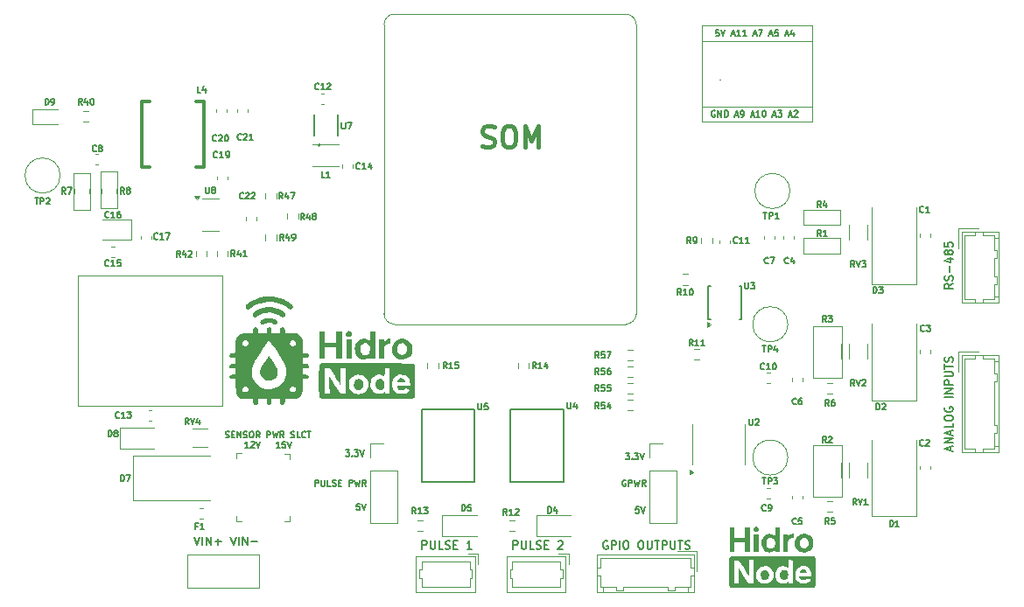
<source format=gbr>
%TF.GenerationSoftware,KiCad,Pcbnew,9.0.4*%
%TF.CreationDate,2025-09-18T14:16:59+03:00*%
%TF.ProjectId,HidroNode_Project,48696472-6f4e-46f6-9465-5f50726f6a65,rev?*%
%TF.SameCoordinates,Original*%
%TF.FileFunction,Legend,Top*%
%TF.FilePolarity,Positive*%
%FSLAX46Y46*%
G04 Gerber Fmt 4.6, Leading zero omitted, Abs format (unit mm)*
G04 Created by KiCad (PCBNEW 9.0.4) date 2025-09-18 14:16:59*
%MOMM*%
%LPD*%
G01*
G04 APERTURE LIST*
%ADD10C,0.100000*%
%ADD11C,0.150000*%
%ADD12C,0.200000*%
%ADD13C,0.400000*%
%ADD14C,0.120000*%
%ADD15C,0.152400*%
%ADD16C,0.127000*%
%ADD17C,0.304800*%
%ADD18C,0.000000*%
%ADD19C,0.050000*%
G04 APERTURE END LIST*
D10*
X115500000Y-67600000D02*
X118300000Y-67600000D01*
X118300000Y-72600000D01*
X115500000Y-72600000D01*
X115500000Y-67600000D01*
X104785322Y-46310000D02*
X115420000Y-46310000D01*
X115420000Y-47807338D01*
X104785322Y-47807338D01*
X104785322Y-46310000D01*
X104782661Y-38500000D02*
X115417339Y-38500000D01*
X115417339Y-39997338D01*
X104782661Y-39997338D01*
X104782661Y-38500000D01*
X115500000Y-79100000D02*
X118300000Y-79100000D01*
X118300000Y-84100000D01*
X115500000Y-84100000D01*
X115500000Y-79100000D01*
X46600000Y-52625000D02*
X48200000Y-52625000D01*
X48200000Y-56175000D01*
X46600000Y-56175000D01*
X46600000Y-52625000D01*
X114600000Y-59035000D02*
X118200000Y-59035000D01*
X118200000Y-60535000D01*
X114600000Y-60535000D01*
X114600000Y-59035000D01*
X44000000Y-52750000D02*
X45600000Y-52750000D01*
X45600000Y-56300000D01*
X44000000Y-56300000D01*
X44000000Y-52750000D01*
X114600000Y-56300000D02*
X118200000Y-56300000D01*
X118200000Y-57800000D01*
X114600000Y-57800000D01*
X114600000Y-56300000D01*
D11*
X58685714Y-78358217D02*
X58771429Y-78386788D01*
X58771429Y-78386788D02*
X58914286Y-78386788D01*
X58914286Y-78386788D02*
X58971429Y-78358217D01*
X58971429Y-78358217D02*
X59000000Y-78329645D01*
X59000000Y-78329645D02*
X59028571Y-78272502D01*
X59028571Y-78272502D02*
X59028571Y-78215359D01*
X59028571Y-78215359D02*
X59000000Y-78158217D01*
X59000000Y-78158217D02*
X58971429Y-78129645D01*
X58971429Y-78129645D02*
X58914286Y-78101074D01*
X58914286Y-78101074D02*
X58800000Y-78072502D01*
X58800000Y-78072502D02*
X58742857Y-78043931D01*
X58742857Y-78043931D02*
X58714286Y-78015359D01*
X58714286Y-78015359D02*
X58685714Y-77958217D01*
X58685714Y-77958217D02*
X58685714Y-77901074D01*
X58685714Y-77901074D02*
X58714286Y-77843931D01*
X58714286Y-77843931D02*
X58742857Y-77815359D01*
X58742857Y-77815359D02*
X58800000Y-77786788D01*
X58800000Y-77786788D02*
X58942857Y-77786788D01*
X58942857Y-77786788D02*
X59028571Y-77815359D01*
X59285715Y-78072502D02*
X59485715Y-78072502D01*
X59571429Y-78386788D02*
X59285715Y-78386788D01*
X59285715Y-78386788D02*
X59285715Y-77786788D01*
X59285715Y-77786788D02*
X59571429Y-77786788D01*
X59828572Y-78386788D02*
X59828572Y-77786788D01*
X59828572Y-77786788D02*
X60171429Y-78386788D01*
X60171429Y-78386788D02*
X60171429Y-77786788D01*
X60428571Y-78358217D02*
X60514286Y-78386788D01*
X60514286Y-78386788D02*
X60657143Y-78386788D01*
X60657143Y-78386788D02*
X60714286Y-78358217D01*
X60714286Y-78358217D02*
X60742857Y-78329645D01*
X60742857Y-78329645D02*
X60771428Y-78272502D01*
X60771428Y-78272502D02*
X60771428Y-78215359D01*
X60771428Y-78215359D02*
X60742857Y-78158217D01*
X60742857Y-78158217D02*
X60714286Y-78129645D01*
X60714286Y-78129645D02*
X60657143Y-78101074D01*
X60657143Y-78101074D02*
X60542857Y-78072502D01*
X60542857Y-78072502D02*
X60485714Y-78043931D01*
X60485714Y-78043931D02*
X60457143Y-78015359D01*
X60457143Y-78015359D02*
X60428571Y-77958217D01*
X60428571Y-77958217D02*
X60428571Y-77901074D01*
X60428571Y-77901074D02*
X60457143Y-77843931D01*
X60457143Y-77843931D02*
X60485714Y-77815359D01*
X60485714Y-77815359D02*
X60542857Y-77786788D01*
X60542857Y-77786788D02*
X60685714Y-77786788D01*
X60685714Y-77786788D02*
X60771428Y-77815359D01*
X61142857Y-77786788D02*
X61257143Y-77786788D01*
X61257143Y-77786788D02*
X61314286Y-77815359D01*
X61314286Y-77815359D02*
X61371429Y-77872502D01*
X61371429Y-77872502D02*
X61400000Y-77986788D01*
X61400000Y-77986788D02*
X61400000Y-78186788D01*
X61400000Y-78186788D02*
X61371429Y-78301074D01*
X61371429Y-78301074D02*
X61314286Y-78358217D01*
X61314286Y-78358217D02*
X61257143Y-78386788D01*
X61257143Y-78386788D02*
X61142857Y-78386788D01*
X61142857Y-78386788D02*
X61085715Y-78358217D01*
X61085715Y-78358217D02*
X61028572Y-78301074D01*
X61028572Y-78301074D02*
X61000000Y-78186788D01*
X61000000Y-78186788D02*
X61000000Y-77986788D01*
X61000000Y-77986788D02*
X61028572Y-77872502D01*
X61028572Y-77872502D02*
X61085715Y-77815359D01*
X61085715Y-77815359D02*
X61142857Y-77786788D01*
X62000000Y-78386788D02*
X61800000Y-78101074D01*
X61657143Y-78386788D02*
X61657143Y-77786788D01*
X61657143Y-77786788D02*
X61885714Y-77786788D01*
X61885714Y-77786788D02*
X61942857Y-77815359D01*
X61942857Y-77815359D02*
X61971428Y-77843931D01*
X61971428Y-77843931D02*
X62000000Y-77901074D01*
X62000000Y-77901074D02*
X62000000Y-77986788D01*
X62000000Y-77986788D02*
X61971428Y-78043931D01*
X61971428Y-78043931D02*
X61942857Y-78072502D01*
X61942857Y-78072502D02*
X61885714Y-78101074D01*
X61885714Y-78101074D02*
X61657143Y-78101074D01*
X62714286Y-78386788D02*
X62714286Y-77786788D01*
X62714286Y-77786788D02*
X62942857Y-77786788D01*
X62942857Y-77786788D02*
X63000000Y-77815359D01*
X63000000Y-77815359D02*
X63028571Y-77843931D01*
X63028571Y-77843931D02*
X63057143Y-77901074D01*
X63057143Y-77901074D02*
X63057143Y-77986788D01*
X63057143Y-77986788D02*
X63028571Y-78043931D01*
X63028571Y-78043931D02*
X63000000Y-78072502D01*
X63000000Y-78072502D02*
X62942857Y-78101074D01*
X62942857Y-78101074D02*
X62714286Y-78101074D01*
X63257143Y-77786788D02*
X63400000Y-78386788D01*
X63400000Y-78386788D02*
X63514286Y-77958217D01*
X63514286Y-77958217D02*
X63628571Y-78386788D01*
X63628571Y-78386788D02*
X63771429Y-77786788D01*
X64342857Y-78386788D02*
X64142857Y-78101074D01*
X64000000Y-78386788D02*
X64000000Y-77786788D01*
X64000000Y-77786788D02*
X64228571Y-77786788D01*
X64228571Y-77786788D02*
X64285714Y-77815359D01*
X64285714Y-77815359D02*
X64314285Y-77843931D01*
X64314285Y-77843931D02*
X64342857Y-77901074D01*
X64342857Y-77901074D02*
X64342857Y-77986788D01*
X64342857Y-77986788D02*
X64314285Y-78043931D01*
X64314285Y-78043931D02*
X64285714Y-78072502D01*
X64285714Y-78072502D02*
X64228571Y-78101074D01*
X64228571Y-78101074D02*
X64000000Y-78101074D01*
X65028571Y-78358217D02*
X65114286Y-78386788D01*
X65114286Y-78386788D02*
X65257143Y-78386788D01*
X65257143Y-78386788D02*
X65314286Y-78358217D01*
X65314286Y-78358217D02*
X65342857Y-78329645D01*
X65342857Y-78329645D02*
X65371428Y-78272502D01*
X65371428Y-78272502D02*
X65371428Y-78215359D01*
X65371428Y-78215359D02*
X65342857Y-78158217D01*
X65342857Y-78158217D02*
X65314286Y-78129645D01*
X65314286Y-78129645D02*
X65257143Y-78101074D01*
X65257143Y-78101074D02*
X65142857Y-78072502D01*
X65142857Y-78072502D02*
X65085714Y-78043931D01*
X65085714Y-78043931D02*
X65057143Y-78015359D01*
X65057143Y-78015359D02*
X65028571Y-77958217D01*
X65028571Y-77958217D02*
X65028571Y-77901074D01*
X65028571Y-77901074D02*
X65057143Y-77843931D01*
X65057143Y-77843931D02*
X65085714Y-77815359D01*
X65085714Y-77815359D02*
X65142857Y-77786788D01*
X65142857Y-77786788D02*
X65285714Y-77786788D01*
X65285714Y-77786788D02*
X65371428Y-77815359D01*
X65914286Y-78386788D02*
X65628572Y-78386788D01*
X65628572Y-78386788D02*
X65628572Y-77786788D01*
X66457143Y-78329645D02*
X66428571Y-78358217D01*
X66428571Y-78358217D02*
X66342857Y-78386788D01*
X66342857Y-78386788D02*
X66285714Y-78386788D01*
X66285714Y-78386788D02*
X66200000Y-78358217D01*
X66200000Y-78358217D02*
X66142857Y-78301074D01*
X66142857Y-78301074D02*
X66114286Y-78243931D01*
X66114286Y-78243931D02*
X66085714Y-78129645D01*
X66085714Y-78129645D02*
X66085714Y-78043931D01*
X66085714Y-78043931D02*
X66114286Y-77929645D01*
X66114286Y-77929645D02*
X66142857Y-77872502D01*
X66142857Y-77872502D02*
X66200000Y-77815359D01*
X66200000Y-77815359D02*
X66285714Y-77786788D01*
X66285714Y-77786788D02*
X66342857Y-77786788D01*
X66342857Y-77786788D02*
X66428571Y-77815359D01*
X66428571Y-77815359D02*
X66457143Y-77843931D01*
X66628571Y-77786788D02*
X66971429Y-77786788D01*
X66800000Y-78386788D02*
X66800000Y-77786788D01*
X60914284Y-79352754D02*
X60571427Y-79352754D01*
X60742856Y-79352754D02*
X60742856Y-78752754D01*
X60742856Y-78752754D02*
X60685713Y-78838468D01*
X60685713Y-78838468D02*
X60628570Y-78895611D01*
X60628570Y-78895611D02*
X60571427Y-78924183D01*
X61142856Y-78809897D02*
X61171428Y-78781325D01*
X61171428Y-78781325D02*
X61228571Y-78752754D01*
X61228571Y-78752754D02*
X61371428Y-78752754D01*
X61371428Y-78752754D02*
X61428571Y-78781325D01*
X61428571Y-78781325D02*
X61457142Y-78809897D01*
X61457142Y-78809897D02*
X61485713Y-78867040D01*
X61485713Y-78867040D02*
X61485713Y-78924183D01*
X61485713Y-78924183D02*
X61457142Y-79009897D01*
X61457142Y-79009897D02*
X61114285Y-79352754D01*
X61114285Y-79352754D02*
X61485713Y-79352754D01*
X61657142Y-78752754D02*
X61857142Y-79352754D01*
X61857142Y-79352754D02*
X62057142Y-78752754D01*
X63942857Y-79352754D02*
X63600000Y-79352754D01*
X63771429Y-79352754D02*
X63771429Y-78752754D01*
X63771429Y-78752754D02*
X63714286Y-78838468D01*
X63714286Y-78838468D02*
X63657143Y-78895611D01*
X63657143Y-78895611D02*
X63600000Y-78924183D01*
X64485715Y-78752754D02*
X64200001Y-78752754D01*
X64200001Y-78752754D02*
X64171429Y-79038468D01*
X64171429Y-79038468D02*
X64200001Y-79009897D01*
X64200001Y-79009897D02*
X64257144Y-78981325D01*
X64257144Y-78981325D02*
X64400001Y-78981325D01*
X64400001Y-78981325D02*
X64457144Y-79009897D01*
X64457144Y-79009897D02*
X64485715Y-79038468D01*
X64485715Y-79038468D02*
X64514286Y-79095611D01*
X64514286Y-79095611D02*
X64514286Y-79238468D01*
X64514286Y-79238468D02*
X64485715Y-79295611D01*
X64485715Y-79295611D02*
X64457144Y-79324183D01*
X64457144Y-79324183D02*
X64400001Y-79352754D01*
X64400001Y-79352754D02*
X64257144Y-79352754D01*
X64257144Y-79352754D02*
X64200001Y-79324183D01*
X64200001Y-79324183D02*
X64171429Y-79295611D01*
X64685715Y-78752754D02*
X64885715Y-79352754D01*
X64885715Y-79352754D02*
X65085715Y-78752754D01*
X71685714Y-84769771D02*
X71400000Y-84769771D01*
X71400000Y-84769771D02*
X71371428Y-85055485D01*
X71371428Y-85055485D02*
X71400000Y-85026914D01*
X71400000Y-85026914D02*
X71457143Y-84998342D01*
X71457143Y-84998342D02*
X71600000Y-84998342D01*
X71600000Y-84998342D02*
X71657143Y-85026914D01*
X71657143Y-85026914D02*
X71685714Y-85055485D01*
X71685714Y-85055485D02*
X71714285Y-85112628D01*
X71714285Y-85112628D02*
X71714285Y-85255485D01*
X71714285Y-85255485D02*
X71685714Y-85312628D01*
X71685714Y-85312628D02*
X71657143Y-85341200D01*
X71657143Y-85341200D02*
X71600000Y-85369771D01*
X71600000Y-85369771D02*
X71457143Y-85369771D01*
X71457143Y-85369771D02*
X71400000Y-85341200D01*
X71400000Y-85341200D02*
X71371428Y-85312628D01*
X71885714Y-84769771D02*
X72085714Y-85369771D01*
X72085714Y-85369771D02*
X72285714Y-84769771D01*
X70314285Y-79569771D02*
X70685713Y-79569771D01*
X70685713Y-79569771D02*
X70485713Y-79798342D01*
X70485713Y-79798342D02*
X70571428Y-79798342D01*
X70571428Y-79798342D02*
X70628571Y-79826914D01*
X70628571Y-79826914D02*
X70657142Y-79855485D01*
X70657142Y-79855485D02*
X70685713Y-79912628D01*
X70685713Y-79912628D02*
X70685713Y-80055485D01*
X70685713Y-80055485D02*
X70657142Y-80112628D01*
X70657142Y-80112628D02*
X70628571Y-80141200D01*
X70628571Y-80141200D02*
X70571428Y-80169771D01*
X70571428Y-80169771D02*
X70399999Y-80169771D01*
X70399999Y-80169771D02*
X70342856Y-80141200D01*
X70342856Y-80141200D02*
X70314285Y-80112628D01*
X70942857Y-80112628D02*
X70971428Y-80141200D01*
X70971428Y-80141200D02*
X70942857Y-80169771D01*
X70942857Y-80169771D02*
X70914285Y-80141200D01*
X70914285Y-80141200D02*
X70942857Y-80112628D01*
X70942857Y-80112628D02*
X70942857Y-80169771D01*
X71171428Y-79569771D02*
X71542856Y-79569771D01*
X71542856Y-79569771D02*
X71342856Y-79798342D01*
X71342856Y-79798342D02*
X71428571Y-79798342D01*
X71428571Y-79798342D02*
X71485714Y-79826914D01*
X71485714Y-79826914D02*
X71514285Y-79855485D01*
X71514285Y-79855485D02*
X71542856Y-79912628D01*
X71542856Y-79912628D02*
X71542856Y-80055485D01*
X71542856Y-80055485D02*
X71514285Y-80112628D01*
X71514285Y-80112628D02*
X71485714Y-80141200D01*
X71485714Y-80141200D02*
X71428571Y-80169771D01*
X71428571Y-80169771D02*
X71257142Y-80169771D01*
X71257142Y-80169771D02*
X71199999Y-80141200D01*
X71199999Y-80141200D02*
X71171428Y-80112628D01*
X71714285Y-79569771D02*
X71914285Y-80169771D01*
X71914285Y-80169771D02*
X72114285Y-79569771D01*
X67357143Y-83069771D02*
X67357143Y-82469771D01*
X67357143Y-82469771D02*
X67585714Y-82469771D01*
X67585714Y-82469771D02*
X67642857Y-82498342D01*
X67642857Y-82498342D02*
X67671428Y-82526914D01*
X67671428Y-82526914D02*
X67700000Y-82584057D01*
X67700000Y-82584057D02*
X67700000Y-82669771D01*
X67700000Y-82669771D02*
X67671428Y-82726914D01*
X67671428Y-82726914D02*
X67642857Y-82755485D01*
X67642857Y-82755485D02*
X67585714Y-82784057D01*
X67585714Y-82784057D02*
X67357143Y-82784057D01*
X67957143Y-82469771D02*
X67957143Y-82955485D01*
X67957143Y-82955485D02*
X67985714Y-83012628D01*
X67985714Y-83012628D02*
X68014286Y-83041200D01*
X68014286Y-83041200D02*
X68071428Y-83069771D01*
X68071428Y-83069771D02*
X68185714Y-83069771D01*
X68185714Y-83069771D02*
X68242857Y-83041200D01*
X68242857Y-83041200D02*
X68271428Y-83012628D01*
X68271428Y-83012628D02*
X68300000Y-82955485D01*
X68300000Y-82955485D02*
X68300000Y-82469771D01*
X68871428Y-83069771D02*
X68585714Y-83069771D01*
X68585714Y-83069771D02*
X68585714Y-82469771D01*
X69042856Y-83041200D02*
X69128571Y-83069771D01*
X69128571Y-83069771D02*
X69271428Y-83069771D01*
X69271428Y-83069771D02*
X69328571Y-83041200D01*
X69328571Y-83041200D02*
X69357142Y-83012628D01*
X69357142Y-83012628D02*
X69385713Y-82955485D01*
X69385713Y-82955485D02*
X69385713Y-82898342D01*
X69385713Y-82898342D02*
X69357142Y-82841200D01*
X69357142Y-82841200D02*
X69328571Y-82812628D01*
X69328571Y-82812628D02*
X69271428Y-82784057D01*
X69271428Y-82784057D02*
X69157142Y-82755485D01*
X69157142Y-82755485D02*
X69099999Y-82726914D01*
X69099999Y-82726914D02*
X69071428Y-82698342D01*
X69071428Y-82698342D02*
X69042856Y-82641200D01*
X69042856Y-82641200D02*
X69042856Y-82584057D01*
X69042856Y-82584057D02*
X69071428Y-82526914D01*
X69071428Y-82526914D02*
X69099999Y-82498342D01*
X69099999Y-82498342D02*
X69157142Y-82469771D01*
X69157142Y-82469771D02*
X69299999Y-82469771D01*
X69299999Y-82469771D02*
X69385713Y-82498342D01*
X69642857Y-82755485D02*
X69842857Y-82755485D01*
X69928571Y-83069771D02*
X69642857Y-83069771D01*
X69642857Y-83069771D02*
X69642857Y-82469771D01*
X69642857Y-82469771D02*
X69928571Y-82469771D01*
X70642857Y-83069771D02*
X70642857Y-82469771D01*
X70642857Y-82469771D02*
X70871428Y-82469771D01*
X70871428Y-82469771D02*
X70928571Y-82498342D01*
X70928571Y-82498342D02*
X70957142Y-82526914D01*
X70957142Y-82526914D02*
X70985714Y-82584057D01*
X70985714Y-82584057D02*
X70985714Y-82669771D01*
X70985714Y-82669771D02*
X70957142Y-82726914D01*
X70957142Y-82726914D02*
X70928571Y-82755485D01*
X70928571Y-82755485D02*
X70871428Y-82784057D01*
X70871428Y-82784057D02*
X70642857Y-82784057D01*
X71185714Y-82469771D02*
X71328571Y-83069771D01*
X71328571Y-83069771D02*
X71442857Y-82641200D01*
X71442857Y-82641200D02*
X71557142Y-83069771D01*
X71557142Y-83069771D02*
X71700000Y-82469771D01*
X72271428Y-83069771D02*
X72071428Y-82784057D01*
X71928571Y-83069771D02*
X71928571Y-82469771D01*
X71928571Y-82469771D02*
X72157142Y-82469771D01*
X72157142Y-82469771D02*
X72214285Y-82498342D01*
X72214285Y-82498342D02*
X72242856Y-82526914D01*
X72242856Y-82526914D02*
X72271428Y-82584057D01*
X72271428Y-82584057D02*
X72271428Y-82669771D01*
X72271428Y-82669771D02*
X72242856Y-82726914D01*
X72242856Y-82726914D02*
X72214285Y-82755485D01*
X72214285Y-82755485D02*
X72157142Y-82784057D01*
X72157142Y-82784057D02*
X71928571Y-82784057D01*
X106427255Y-38918771D02*
X106141541Y-38918771D01*
X106141541Y-38918771D02*
X106112969Y-39204485D01*
X106112969Y-39204485D02*
X106141541Y-39175914D01*
X106141541Y-39175914D02*
X106198684Y-39147342D01*
X106198684Y-39147342D02*
X106341541Y-39147342D01*
X106341541Y-39147342D02*
X106398684Y-39175914D01*
X106398684Y-39175914D02*
X106427255Y-39204485D01*
X106427255Y-39204485D02*
X106455826Y-39261628D01*
X106455826Y-39261628D02*
X106455826Y-39404485D01*
X106455826Y-39404485D02*
X106427255Y-39461628D01*
X106427255Y-39461628D02*
X106398684Y-39490200D01*
X106398684Y-39490200D02*
X106341541Y-39518771D01*
X106341541Y-39518771D02*
X106198684Y-39518771D01*
X106198684Y-39518771D02*
X106141541Y-39490200D01*
X106141541Y-39490200D02*
X106112969Y-39461628D01*
X106627255Y-38918771D02*
X106827255Y-39518771D01*
X106827255Y-39518771D02*
X107027255Y-38918771D01*
X107655827Y-39347342D02*
X107941542Y-39347342D01*
X107598684Y-39518771D02*
X107798684Y-38918771D01*
X107798684Y-38918771D02*
X107998684Y-39518771D01*
X108512970Y-39518771D02*
X108170113Y-39518771D01*
X108341542Y-39518771D02*
X108341542Y-38918771D01*
X108341542Y-38918771D02*
X108284399Y-39004485D01*
X108284399Y-39004485D02*
X108227256Y-39061628D01*
X108227256Y-39061628D02*
X108170113Y-39090200D01*
X109084399Y-39518771D02*
X108741542Y-39518771D01*
X108912971Y-39518771D02*
X108912971Y-38918771D01*
X108912971Y-38918771D02*
X108855828Y-39004485D01*
X108855828Y-39004485D02*
X108798685Y-39061628D01*
X108798685Y-39061628D02*
X108741542Y-39090200D01*
X109770114Y-39347342D02*
X110055829Y-39347342D01*
X109712971Y-39518771D02*
X109912971Y-38918771D01*
X109912971Y-38918771D02*
X110112971Y-39518771D01*
X110255829Y-38918771D02*
X110655829Y-38918771D01*
X110655829Y-38918771D02*
X110398686Y-39518771D01*
X111312972Y-39347342D02*
X111598687Y-39347342D01*
X111255829Y-39518771D02*
X111455829Y-38918771D01*
X111455829Y-38918771D02*
X111655829Y-39518771D01*
X112141544Y-38918771D02*
X111855830Y-38918771D01*
X111855830Y-38918771D02*
X111827258Y-39204485D01*
X111827258Y-39204485D02*
X111855830Y-39175914D01*
X111855830Y-39175914D02*
X111912973Y-39147342D01*
X111912973Y-39147342D02*
X112055830Y-39147342D01*
X112055830Y-39147342D02*
X112112973Y-39175914D01*
X112112973Y-39175914D02*
X112141544Y-39204485D01*
X112141544Y-39204485D02*
X112170115Y-39261628D01*
X112170115Y-39261628D02*
X112170115Y-39404485D01*
X112170115Y-39404485D02*
X112141544Y-39461628D01*
X112141544Y-39461628D02*
X112112973Y-39490200D01*
X112112973Y-39490200D02*
X112055830Y-39518771D01*
X112055830Y-39518771D02*
X111912973Y-39518771D01*
X111912973Y-39518771D02*
X111855830Y-39490200D01*
X111855830Y-39490200D02*
X111827258Y-39461628D01*
X112855830Y-39347342D02*
X113141545Y-39347342D01*
X112798687Y-39518771D02*
X112998687Y-38918771D01*
X112998687Y-38918771D02*
X113198687Y-39518771D01*
X113655831Y-39118771D02*
X113655831Y-39518771D01*
X113512973Y-38890200D02*
X113370116Y-39318771D01*
X113370116Y-39318771D02*
X113741545Y-39318771D01*
X97414285Y-79869771D02*
X97785713Y-79869771D01*
X97785713Y-79869771D02*
X97585713Y-80098342D01*
X97585713Y-80098342D02*
X97671428Y-80098342D01*
X97671428Y-80098342D02*
X97728571Y-80126914D01*
X97728571Y-80126914D02*
X97757142Y-80155485D01*
X97757142Y-80155485D02*
X97785713Y-80212628D01*
X97785713Y-80212628D02*
X97785713Y-80355485D01*
X97785713Y-80355485D02*
X97757142Y-80412628D01*
X97757142Y-80412628D02*
X97728571Y-80441200D01*
X97728571Y-80441200D02*
X97671428Y-80469771D01*
X97671428Y-80469771D02*
X97499999Y-80469771D01*
X97499999Y-80469771D02*
X97442856Y-80441200D01*
X97442856Y-80441200D02*
X97414285Y-80412628D01*
X98042857Y-80412628D02*
X98071428Y-80441200D01*
X98071428Y-80441200D02*
X98042857Y-80469771D01*
X98042857Y-80469771D02*
X98014285Y-80441200D01*
X98014285Y-80441200D02*
X98042857Y-80412628D01*
X98042857Y-80412628D02*
X98042857Y-80469771D01*
X98271428Y-79869771D02*
X98642856Y-79869771D01*
X98642856Y-79869771D02*
X98442856Y-80098342D01*
X98442856Y-80098342D02*
X98528571Y-80098342D01*
X98528571Y-80098342D02*
X98585714Y-80126914D01*
X98585714Y-80126914D02*
X98614285Y-80155485D01*
X98614285Y-80155485D02*
X98642856Y-80212628D01*
X98642856Y-80212628D02*
X98642856Y-80355485D01*
X98642856Y-80355485D02*
X98614285Y-80412628D01*
X98614285Y-80412628D02*
X98585714Y-80441200D01*
X98585714Y-80441200D02*
X98528571Y-80469771D01*
X98528571Y-80469771D02*
X98357142Y-80469771D01*
X98357142Y-80469771D02*
X98299999Y-80441200D01*
X98299999Y-80441200D02*
X98271428Y-80412628D01*
X98814285Y-79869771D02*
X99014285Y-80469771D01*
X99014285Y-80469771D02*
X99214285Y-79869771D01*
D12*
X129059695Y-63471428D02*
X128678742Y-63738095D01*
X129059695Y-63928571D02*
X128259695Y-63928571D01*
X128259695Y-63928571D02*
X128259695Y-63623809D01*
X128259695Y-63623809D02*
X128297790Y-63547619D01*
X128297790Y-63547619D02*
X128335885Y-63509524D01*
X128335885Y-63509524D02*
X128412076Y-63471428D01*
X128412076Y-63471428D02*
X128526361Y-63471428D01*
X128526361Y-63471428D02*
X128602552Y-63509524D01*
X128602552Y-63509524D02*
X128640647Y-63547619D01*
X128640647Y-63547619D02*
X128678742Y-63623809D01*
X128678742Y-63623809D02*
X128678742Y-63928571D01*
X129021600Y-63166667D02*
X129059695Y-63052381D01*
X129059695Y-63052381D02*
X129059695Y-62861905D01*
X129059695Y-62861905D02*
X129021600Y-62785714D01*
X129021600Y-62785714D02*
X128983504Y-62747619D01*
X128983504Y-62747619D02*
X128907314Y-62709524D01*
X128907314Y-62709524D02*
X128831123Y-62709524D01*
X128831123Y-62709524D02*
X128754933Y-62747619D01*
X128754933Y-62747619D02*
X128716838Y-62785714D01*
X128716838Y-62785714D02*
X128678742Y-62861905D01*
X128678742Y-62861905D02*
X128640647Y-63014286D01*
X128640647Y-63014286D02*
X128602552Y-63090476D01*
X128602552Y-63090476D02*
X128564457Y-63128571D01*
X128564457Y-63128571D02*
X128488266Y-63166667D01*
X128488266Y-63166667D02*
X128412076Y-63166667D01*
X128412076Y-63166667D02*
X128335885Y-63128571D01*
X128335885Y-63128571D02*
X128297790Y-63090476D01*
X128297790Y-63090476D02*
X128259695Y-63014286D01*
X128259695Y-63014286D02*
X128259695Y-62823809D01*
X128259695Y-62823809D02*
X128297790Y-62709524D01*
X128754933Y-62366666D02*
X128754933Y-61757143D01*
X128526361Y-61033333D02*
X129059695Y-61033333D01*
X128221600Y-61223809D02*
X128793028Y-61414286D01*
X128793028Y-61414286D02*
X128793028Y-60919047D01*
X128602552Y-60500000D02*
X128564457Y-60576190D01*
X128564457Y-60576190D02*
X128526361Y-60614285D01*
X128526361Y-60614285D02*
X128450171Y-60652381D01*
X128450171Y-60652381D02*
X128412076Y-60652381D01*
X128412076Y-60652381D02*
X128335885Y-60614285D01*
X128335885Y-60614285D02*
X128297790Y-60576190D01*
X128297790Y-60576190D02*
X128259695Y-60500000D01*
X128259695Y-60500000D02*
X128259695Y-60347619D01*
X128259695Y-60347619D02*
X128297790Y-60271428D01*
X128297790Y-60271428D02*
X128335885Y-60233333D01*
X128335885Y-60233333D02*
X128412076Y-60195238D01*
X128412076Y-60195238D02*
X128450171Y-60195238D01*
X128450171Y-60195238D02*
X128526361Y-60233333D01*
X128526361Y-60233333D02*
X128564457Y-60271428D01*
X128564457Y-60271428D02*
X128602552Y-60347619D01*
X128602552Y-60347619D02*
X128602552Y-60500000D01*
X128602552Y-60500000D02*
X128640647Y-60576190D01*
X128640647Y-60576190D02*
X128678742Y-60614285D01*
X128678742Y-60614285D02*
X128754933Y-60652381D01*
X128754933Y-60652381D02*
X128907314Y-60652381D01*
X128907314Y-60652381D02*
X128983504Y-60614285D01*
X128983504Y-60614285D02*
X129021600Y-60576190D01*
X129021600Y-60576190D02*
X129059695Y-60500000D01*
X129059695Y-60500000D02*
X129059695Y-60347619D01*
X129059695Y-60347619D02*
X129021600Y-60271428D01*
X129021600Y-60271428D02*
X128983504Y-60233333D01*
X128983504Y-60233333D02*
X128907314Y-60195238D01*
X128907314Y-60195238D02*
X128754933Y-60195238D01*
X128754933Y-60195238D02*
X128678742Y-60233333D01*
X128678742Y-60233333D02*
X128640647Y-60271428D01*
X128640647Y-60271428D02*
X128602552Y-60347619D01*
X128259695Y-59471428D02*
X128259695Y-59852380D01*
X128259695Y-59852380D02*
X128640647Y-59890476D01*
X128640647Y-59890476D02*
X128602552Y-59852380D01*
X128602552Y-59852380D02*
X128564457Y-59776190D01*
X128564457Y-59776190D02*
X128564457Y-59585714D01*
X128564457Y-59585714D02*
X128602552Y-59509523D01*
X128602552Y-59509523D02*
X128640647Y-59471428D01*
X128640647Y-59471428D02*
X128716838Y-59433333D01*
X128716838Y-59433333D02*
X128907314Y-59433333D01*
X128907314Y-59433333D02*
X128983504Y-59471428D01*
X128983504Y-59471428D02*
X129021600Y-59509523D01*
X129021600Y-59509523D02*
X129059695Y-59585714D01*
X129059695Y-59585714D02*
X129059695Y-59776190D01*
X129059695Y-59776190D02*
X129021600Y-59852380D01*
X129021600Y-59852380D02*
X128983504Y-59890476D01*
D11*
X106055826Y-46747342D02*
X105998684Y-46718771D01*
X105998684Y-46718771D02*
X105912969Y-46718771D01*
X105912969Y-46718771D02*
X105827255Y-46747342D01*
X105827255Y-46747342D02*
X105770112Y-46804485D01*
X105770112Y-46804485D02*
X105741541Y-46861628D01*
X105741541Y-46861628D02*
X105712969Y-46975914D01*
X105712969Y-46975914D02*
X105712969Y-47061628D01*
X105712969Y-47061628D02*
X105741541Y-47175914D01*
X105741541Y-47175914D02*
X105770112Y-47233057D01*
X105770112Y-47233057D02*
X105827255Y-47290200D01*
X105827255Y-47290200D02*
X105912969Y-47318771D01*
X105912969Y-47318771D02*
X105970112Y-47318771D01*
X105970112Y-47318771D02*
X106055826Y-47290200D01*
X106055826Y-47290200D02*
X106084398Y-47261628D01*
X106084398Y-47261628D02*
X106084398Y-47061628D01*
X106084398Y-47061628D02*
X105970112Y-47061628D01*
X106341541Y-47318771D02*
X106341541Y-46718771D01*
X106341541Y-46718771D02*
X106684398Y-47318771D01*
X106684398Y-47318771D02*
X106684398Y-46718771D01*
X106970112Y-47318771D02*
X106970112Y-46718771D01*
X106970112Y-46718771D02*
X107112969Y-46718771D01*
X107112969Y-46718771D02*
X107198683Y-46747342D01*
X107198683Y-46747342D02*
X107255826Y-46804485D01*
X107255826Y-46804485D02*
X107284397Y-46861628D01*
X107284397Y-46861628D02*
X107312969Y-46975914D01*
X107312969Y-46975914D02*
X107312969Y-47061628D01*
X107312969Y-47061628D02*
X107284397Y-47175914D01*
X107284397Y-47175914D02*
X107255826Y-47233057D01*
X107255826Y-47233057D02*
X107198683Y-47290200D01*
X107198683Y-47290200D02*
X107112969Y-47318771D01*
X107112969Y-47318771D02*
X106970112Y-47318771D01*
X107998683Y-47147342D02*
X108284398Y-47147342D01*
X107941540Y-47318771D02*
X108141540Y-46718771D01*
X108141540Y-46718771D02*
X108341540Y-47318771D01*
X108570112Y-47318771D02*
X108684398Y-47318771D01*
X108684398Y-47318771D02*
X108741541Y-47290200D01*
X108741541Y-47290200D02*
X108770112Y-47261628D01*
X108770112Y-47261628D02*
X108827255Y-47175914D01*
X108827255Y-47175914D02*
X108855826Y-47061628D01*
X108855826Y-47061628D02*
X108855826Y-46833057D01*
X108855826Y-46833057D02*
X108827255Y-46775914D01*
X108827255Y-46775914D02*
X108798684Y-46747342D01*
X108798684Y-46747342D02*
X108741541Y-46718771D01*
X108741541Y-46718771D02*
X108627255Y-46718771D01*
X108627255Y-46718771D02*
X108570112Y-46747342D01*
X108570112Y-46747342D02*
X108541541Y-46775914D01*
X108541541Y-46775914D02*
X108512969Y-46833057D01*
X108512969Y-46833057D02*
X108512969Y-46975914D01*
X108512969Y-46975914D02*
X108541541Y-47033057D01*
X108541541Y-47033057D02*
X108570112Y-47061628D01*
X108570112Y-47061628D02*
X108627255Y-47090200D01*
X108627255Y-47090200D02*
X108741541Y-47090200D01*
X108741541Y-47090200D02*
X108798684Y-47061628D01*
X108798684Y-47061628D02*
X108827255Y-47033057D01*
X108827255Y-47033057D02*
X108855826Y-46975914D01*
X109541541Y-47147342D02*
X109827256Y-47147342D01*
X109484398Y-47318771D02*
X109684398Y-46718771D01*
X109684398Y-46718771D02*
X109884398Y-47318771D01*
X110398684Y-47318771D02*
X110055827Y-47318771D01*
X110227256Y-47318771D02*
X110227256Y-46718771D01*
X110227256Y-46718771D02*
X110170113Y-46804485D01*
X110170113Y-46804485D02*
X110112970Y-46861628D01*
X110112970Y-46861628D02*
X110055827Y-46890200D01*
X110770113Y-46718771D02*
X110827256Y-46718771D01*
X110827256Y-46718771D02*
X110884399Y-46747342D01*
X110884399Y-46747342D02*
X110912971Y-46775914D01*
X110912971Y-46775914D02*
X110941542Y-46833057D01*
X110941542Y-46833057D02*
X110970113Y-46947342D01*
X110970113Y-46947342D02*
X110970113Y-47090200D01*
X110970113Y-47090200D02*
X110941542Y-47204485D01*
X110941542Y-47204485D02*
X110912971Y-47261628D01*
X110912971Y-47261628D02*
X110884399Y-47290200D01*
X110884399Y-47290200D02*
X110827256Y-47318771D01*
X110827256Y-47318771D02*
X110770113Y-47318771D01*
X110770113Y-47318771D02*
X110712971Y-47290200D01*
X110712971Y-47290200D02*
X110684399Y-47261628D01*
X110684399Y-47261628D02*
X110655828Y-47204485D01*
X110655828Y-47204485D02*
X110627256Y-47090200D01*
X110627256Y-47090200D02*
X110627256Y-46947342D01*
X110627256Y-46947342D02*
X110655828Y-46833057D01*
X110655828Y-46833057D02*
X110684399Y-46775914D01*
X110684399Y-46775914D02*
X110712971Y-46747342D01*
X110712971Y-46747342D02*
X110770113Y-46718771D01*
X111655828Y-47147342D02*
X111941543Y-47147342D01*
X111598685Y-47318771D02*
X111798685Y-46718771D01*
X111798685Y-46718771D02*
X111998685Y-47318771D01*
X112141543Y-46718771D02*
X112512971Y-46718771D01*
X112512971Y-46718771D02*
X112312971Y-46947342D01*
X112312971Y-46947342D02*
X112398686Y-46947342D01*
X112398686Y-46947342D02*
X112455829Y-46975914D01*
X112455829Y-46975914D02*
X112484400Y-47004485D01*
X112484400Y-47004485D02*
X112512971Y-47061628D01*
X112512971Y-47061628D02*
X112512971Y-47204485D01*
X112512971Y-47204485D02*
X112484400Y-47261628D01*
X112484400Y-47261628D02*
X112455829Y-47290200D01*
X112455829Y-47290200D02*
X112398686Y-47318771D01*
X112398686Y-47318771D02*
X112227257Y-47318771D01*
X112227257Y-47318771D02*
X112170114Y-47290200D01*
X112170114Y-47290200D02*
X112141543Y-47261628D01*
X113198686Y-47147342D02*
X113484401Y-47147342D01*
X113141543Y-47318771D02*
X113341543Y-46718771D01*
X113341543Y-46718771D02*
X113541543Y-47318771D01*
X113712972Y-46775914D02*
X113741544Y-46747342D01*
X113741544Y-46747342D02*
X113798687Y-46718771D01*
X113798687Y-46718771D02*
X113941544Y-46718771D01*
X113941544Y-46718771D02*
X113998687Y-46747342D01*
X113998687Y-46747342D02*
X114027258Y-46775914D01*
X114027258Y-46775914D02*
X114055829Y-46833057D01*
X114055829Y-46833057D02*
X114055829Y-46890200D01*
X114055829Y-46890200D02*
X114027258Y-46975914D01*
X114027258Y-46975914D02*
X113684401Y-47318771D01*
X113684401Y-47318771D02*
X114055829Y-47318771D01*
D12*
X55676191Y-87959695D02*
X55942858Y-88759695D01*
X55942858Y-88759695D02*
X56209524Y-87959695D01*
X56476191Y-88759695D02*
X56476191Y-87959695D01*
X56857143Y-88759695D02*
X56857143Y-87959695D01*
X56857143Y-87959695D02*
X57314286Y-88759695D01*
X57314286Y-88759695D02*
X57314286Y-87959695D01*
X57695238Y-88454933D02*
X58304762Y-88454933D01*
X58000000Y-88759695D02*
X58000000Y-88150171D01*
X59180952Y-87959695D02*
X59447619Y-88759695D01*
X59447619Y-88759695D02*
X59714285Y-87959695D01*
X59980952Y-88759695D02*
X59980952Y-87959695D01*
X60361904Y-88759695D02*
X60361904Y-87959695D01*
X60361904Y-87959695D02*
X60819047Y-88759695D01*
X60819047Y-88759695D02*
X60819047Y-87959695D01*
X61199999Y-88454933D02*
X61809523Y-88454933D01*
X86519047Y-89159695D02*
X86519047Y-88359695D01*
X86519047Y-88359695D02*
X86823809Y-88359695D01*
X86823809Y-88359695D02*
X86899999Y-88397790D01*
X86899999Y-88397790D02*
X86938094Y-88435885D01*
X86938094Y-88435885D02*
X86976190Y-88512076D01*
X86976190Y-88512076D02*
X86976190Y-88626361D01*
X86976190Y-88626361D02*
X86938094Y-88702552D01*
X86938094Y-88702552D02*
X86899999Y-88740647D01*
X86899999Y-88740647D02*
X86823809Y-88778742D01*
X86823809Y-88778742D02*
X86519047Y-88778742D01*
X87319047Y-88359695D02*
X87319047Y-89007314D01*
X87319047Y-89007314D02*
X87357142Y-89083504D01*
X87357142Y-89083504D02*
X87395237Y-89121600D01*
X87395237Y-89121600D02*
X87471428Y-89159695D01*
X87471428Y-89159695D02*
X87623809Y-89159695D01*
X87623809Y-89159695D02*
X87699999Y-89121600D01*
X87699999Y-89121600D02*
X87738094Y-89083504D01*
X87738094Y-89083504D02*
X87776190Y-89007314D01*
X87776190Y-89007314D02*
X87776190Y-88359695D01*
X88538094Y-89159695D02*
X88157142Y-89159695D01*
X88157142Y-89159695D02*
X88157142Y-88359695D01*
X88766665Y-89121600D02*
X88880951Y-89159695D01*
X88880951Y-89159695D02*
X89071427Y-89159695D01*
X89071427Y-89159695D02*
X89147618Y-89121600D01*
X89147618Y-89121600D02*
X89185713Y-89083504D01*
X89185713Y-89083504D02*
X89223808Y-89007314D01*
X89223808Y-89007314D02*
X89223808Y-88931123D01*
X89223808Y-88931123D02*
X89185713Y-88854933D01*
X89185713Y-88854933D02*
X89147618Y-88816838D01*
X89147618Y-88816838D02*
X89071427Y-88778742D01*
X89071427Y-88778742D02*
X88919046Y-88740647D01*
X88919046Y-88740647D02*
X88842856Y-88702552D01*
X88842856Y-88702552D02*
X88804761Y-88664457D01*
X88804761Y-88664457D02*
X88766665Y-88588266D01*
X88766665Y-88588266D02*
X88766665Y-88512076D01*
X88766665Y-88512076D02*
X88804761Y-88435885D01*
X88804761Y-88435885D02*
X88842856Y-88397790D01*
X88842856Y-88397790D02*
X88919046Y-88359695D01*
X88919046Y-88359695D02*
X89109523Y-88359695D01*
X89109523Y-88359695D02*
X89223808Y-88397790D01*
X89566666Y-88740647D02*
X89833332Y-88740647D01*
X89947618Y-89159695D02*
X89566666Y-89159695D01*
X89566666Y-89159695D02*
X89566666Y-88359695D01*
X89566666Y-88359695D02*
X89947618Y-88359695D01*
X90861904Y-88435885D02*
X90900000Y-88397790D01*
X90900000Y-88397790D02*
X90976190Y-88359695D01*
X90976190Y-88359695D02*
X91166666Y-88359695D01*
X91166666Y-88359695D02*
X91242857Y-88397790D01*
X91242857Y-88397790D02*
X91280952Y-88435885D01*
X91280952Y-88435885D02*
X91319047Y-88512076D01*
X91319047Y-88512076D02*
X91319047Y-88588266D01*
X91319047Y-88588266D02*
X91280952Y-88702552D01*
X91280952Y-88702552D02*
X90823809Y-89159695D01*
X90823809Y-89159695D02*
X91319047Y-89159695D01*
D11*
X98685714Y-85069771D02*
X98400000Y-85069771D01*
X98400000Y-85069771D02*
X98371428Y-85355485D01*
X98371428Y-85355485D02*
X98400000Y-85326914D01*
X98400000Y-85326914D02*
X98457143Y-85298342D01*
X98457143Y-85298342D02*
X98600000Y-85298342D01*
X98600000Y-85298342D02*
X98657143Y-85326914D01*
X98657143Y-85326914D02*
X98685714Y-85355485D01*
X98685714Y-85355485D02*
X98714285Y-85412628D01*
X98714285Y-85412628D02*
X98714285Y-85555485D01*
X98714285Y-85555485D02*
X98685714Y-85612628D01*
X98685714Y-85612628D02*
X98657143Y-85641200D01*
X98657143Y-85641200D02*
X98600000Y-85669771D01*
X98600000Y-85669771D02*
X98457143Y-85669771D01*
X98457143Y-85669771D02*
X98400000Y-85641200D01*
X98400000Y-85641200D02*
X98371428Y-85612628D01*
X98885714Y-85069771D02*
X99085714Y-85669771D01*
X99085714Y-85669771D02*
X99285714Y-85069771D01*
X97414285Y-82498342D02*
X97357143Y-82469771D01*
X97357143Y-82469771D02*
X97271428Y-82469771D01*
X97271428Y-82469771D02*
X97185714Y-82498342D01*
X97185714Y-82498342D02*
X97128571Y-82555485D01*
X97128571Y-82555485D02*
X97100000Y-82612628D01*
X97100000Y-82612628D02*
X97071428Y-82726914D01*
X97071428Y-82726914D02*
X97071428Y-82812628D01*
X97071428Y-82812628D02*
X97100000Y-82926914D01*
X97100000Y-82926914D02*
X97128571Y-82984057D01*
X97128571Y-82984057D02*
X97185714Y-83041200D01*
X97185714Y-83041200D02*
X97271428Y-83069771D01*
X97271428Y-83069771D02*
X97328571Y-83069771D01*
X97328571Y-83069771D02*
X97414285Y-83041200D01*
X97414285Y-83041200D02*
X97442857Y-83012628D01*
X97442857Y-83012628D02*
X97442857Y-82812628D01*
X97442857Y-82812628D02*
X97328571Y-82812628D01*
X97700000Y-83069771D02*
X97700000Y-82469771D01*
X97700000Y-82469771D02*
X97928571Y-82469771D01*
X97928571Y-82469771D02*
X97985714Y-82498342D01*
X97985714Y-82498342D02*
X98014285Y-82526914D01*
X98014285Y-82526914D02*
X98042857Y-82584057D01*
X98042857Y-82584057D02*
X98042857Y-82669771D01*
X98042857Y-82669771D02*
X98014285Y-82726914D01*
X98014285Y-82726914D02*
X97985714Y-82755485D01*
X97985714Y-82755485D02*
X97928571Y-82784057D01*
X97928571Y-82784057D02*
X97700000Y-82784057D01*
X98242857Y-82469771D02*
X98385714Y-83069771D01*
X98385714Y-83069771D02*
X98500000Y-82641200D01*
X98500000Y-82641200D02*
X98614285Y-83069771D01*
X98614285Y-83069771D02*
X98757143Y-82469771D01*
X99328571Y-83069771D02*
X99128571Y-82784057D01*
X98985714Y-83069771D02*
X98985714Y-82469771D01*
X98985714Y-82469771D02*
X99214285Y-82469771D01*
X99214285Y-82469771D02*
X99271428Y-82498342D01*
X99271428Y-82498342D02*
X99299999Y-82526914D01*
X99299999Y-82526914D02*
X99328571Y-82584057D01*
X99328571Y-82584057D02*
X99328571Y-82669771D01*
X99328571Y-82669771D02*
X99299999Y-82726914D01*
X99299999Y-82726914D02*
X99271428Y-82755485D01*
X99271428Y-82755485D02*
X99214285Y-82784057D01*
X99214285Y-82784057D02*
X98985714Y-82784057D01*
D12*
X128831123Y-79614285D02*
X128831123Y-79233332D01*
X129059695Y-79690475D02*
X128259695Y-79423808D01*
X128259695Y-79423808D02*
X129059695Y-79157142D01*
X129059695Y-78890475D02*
X128259695Y-78890475D01*
X128259695Y-78890475D02*
X129059695Y-78433332D01*
X129059695Y-78433332D02*
X128259695Y-78433332D01*
X128831123Y-78090476D02*
X128831123Y-77709523D01*
X129059695Y-78166666D02*
X128259695Y-77899999D01*
X128259695Y-77899999D02*
X129059695Y-77633333D01*
X129059695Y-76985714D02*
X129059695Y-77366666D01*
X129059695Y-77366666D02*
X128259695Y-77366666D01*
X128259695Y-76566666D02*
X128259695Y-76414285D01*
X128259695Y-76414285D02*
X128297790Y-76338095D01*
X128297790Y-76338095D02*
X128373980Y-76261904D01*
X128373980Y-76261904D02*
X128526361Y-76223809D01*
X128526361Y-76223809D02*
X128793028Y-76223809D01*
X128793028Y-76223809D02*
X128945409Y-76261904D01*
X128945409Y-76261904D02*
X129021600Y-76338095D01*
X129021600Y-76338095D02*
X129059695Y-76414285D01*
X129059695Y-76414285D02*
X129059695Y-76566666D01*
X129059695Y-76566666D02*
X129021600Y-76642857D01*
X129021600Y-76642857D02*
X128945409Y-76719047D01*
X128945409Y-76719047D02*
X128793028Y-76757143D01*
X128793028Y-76757143D02*
X128526361Y-76757143D01*
X128526361Y-76757143D02*
X128373980Y-76719047D01*
X128373980Y-76719047D02*
X128297790Y-76642857D01*
X128297790Y-76642857D02*
X128259695Y-76566666D01*
X128297790Y-75461905D02*
X128259695Y-75538095D01*
X128259695Y-75538095D02*
X128259695Y-75652381D01*
X128259695Y-75652381D02*
X128297790Y-75766667D01*
X128297790Y-75766667D02*
X128373980Y-75842857D01*
X128373980Y-75842857D02*
X128450171Y-75880952D01*
X128450171Y-75880952D02*
X128602552Y-75919048D01*
X128602552Y-75919048D02*
X128716838Y-75919048D01*
X128716838Y-75919048D02*
X128869219Y-75880952D01*
X128869219Y-75880952D02*
X128945409Y-75842857D01*
X128945409Y-75842857D02*
X129021600Y-75766667D01*
X129021600Y-75766667D02*
X129059695Y-75652381D01*
X129059695Y-75652381D02*
X129059695Y-75576190D01*
X129059695Y-75576190D02*
X129021600Y-75461905D01*
X129021600Y-75461905D02*
X128983504Y-75423809D01*
X128983504Y-75423809D02*
X128716838Y-75423809D01*
X128716838Y-75423809D02*
X128716838Y-75576190D01*
X129059695Y-74471428D02*
X128259695Y-74471428D01*
X129059695Y-74090476D02*
X128259695Y-74090476D01*
X128259695Y-74090476D02*
X129059695Y-73633333D01*
X129059695Y-73633333D02*
X128259695Y-73633333D01*
X129059695Y-73252381D02*
X128259695Y-73252381D01*
X128259695Y-73252381D02*
X128259695Y-72947619D01*
X128259695Y-72947619D02*
X128297790Y-72871429D01*
X128297790Y-72871429D02*
X128335885Y-72833334D01*
X128335885Y-72833334D02*
X128412076Y-72795238D01*
X128412076Y-72795238D02*
X128526361Y-72795238D01*
X128526361Y-72795238D02*
X128602552Y-72833334D01*
X128602552Y-72833334D02*
X128640647Y-72871429D01*
X128640647Y-72871429D02*
X128678742Y-72947619D01*
X128678742Y-72947619D02*
X128678742Y-73252381D01*
X128259695Y-72452381D02*
X128907314Y-72452381D01*
X128907314Y-72452381D02*
X128983504Y-72414286D01*
X128983504Y-72414286D02*
X129021600Y-72376191D01*
X129021600Y-72376191D02*
X129059695Y-72300000D01*
X129059695Y-72300000D02*
X129059695Y-72147619D01*
X129059695Y-72147619D02*
X129021600Y-72071429D01*
X129021600Y-72071429D02*
X128983504Y-72033334D01*
X128983504Y-72033334D02*
X128907314Y-71995238D01*
X128907314Y-71995238D02*
X128259695Y-71995238D01*
X128259695Y-71728572D02*
X128259695Y-71271429D01*
X129059695Y-71500001D02*
X128259695Y-71500001D01*
X129021600Y-71042858D02*
X129059695Y-70928572D01*
X129059695Y-70928572D02*
X129059695Y-70738096D01*
X129059695Y-70738096D02*
X129021600Y-70661905D01*
X129021600Y-70661905D02*
X128983504Y-70623810D01*
X128983504Y-70623810D02*
X128907314Y-70585715D01*
X128907314Y-70585715D02*
X128831123Y-70585715D01*
X128831123Y-70585715D02*
X128754933Y-70623810D01*
X128754933Y-70623810D02*
X128716838Y-70661905D01*
X128716838Y-70661905D02*
X128678742Y-70738096D01*
X128678742Y-70738096D02*
X128640647Y-70890477D01*
X128640647Y-70890477D02*
X128602552Y-70966667D01*
X128602552Y-70966667D02*
X128564457Y-71004762D01*
X128564457Y-71004762D02*
X128488266Y-71042858D01*
X128488266Y-71042858D02*
X128412076Y-71042858D01*
X128412076Y-71042858D02*
X128335885Y-71004762D01*
X128335885Y-71004762D02*
X128297790Y-70966667D01*
X128297790Y-70966667D02*
X128259695Y-70890477D01*
X128259695Y-70890477D02*
X128259695Y-70700000D01*
X128259695Y-70700000D02*
X128297790Y-70585715D01*
X77719047Y-89159695D02*
X77719047Y-88359695D01*
X77719047Y-88359695D02*
X78023809Y-88359695D01*
X78023809Y-88359695D02*
X78099999Y-88397790D01*
X78099999Y-88397790D02*
X78138094Y-88435885D01*
X78138094Y-88435885D02*
X78176190Y-88512076D01*
X78176190Y-88512076D02*
X78176190Y-88626361D01*
X78176190Y-88626361D02*
X78138094Y-88702552D01*
X78138094Y-88702552D02*
X78099999Y-88740647D01*
X78099999Y-88740647D02*
X78023809Y-88778742D01*
X78023809Y-88778742D02*
X77719047Y-88778742D01*
X78519047Y-88359695D02*
X78519047Y-89007314D01*
X78519047Y-89007314D02*
X78557142Y-89083504D01*
X78557142Y-89083504D02*
X78595237Y-89121600D01*
X78595237Y-89121600D02*
X78671428Y-89159695D01*
X78671428Y-89159695D02*
X78823809Y-89159695D01*
X78823809Y-89159695D02*
X78899999Y-89121600D01*
X78899999Y-89121600D02*
X78938094Y-89083504D01*
X78938094Y-89083504D02*
X78976190Y-89007314D01*
X78976190Y-89007314D02*
X78976190Y-88359695D01*
X79738094Y-89159695D02*
X79357142Y-89159695D01*
X79357142Y-89159695D02*
X79357142Y-88359695D01*
X79966665Y-89121600D02*
X80080951Y-89159695D01*
X80080951Y-89159695D02*
X80271427Y-89159695D01*
X80271427Y-89159695D02*
X80347618Y-89121600D01*
X80347618Y-89121600D02*
X80385713Y-89083504D01*
X80385713Y-89083504D02*
X80423808Y-89007314D01*
X80423808Y-89007314D02*
X80423808Y-88931123D01*
X80423808Y-88931123D02*
X80385713Y-88854933D01*
X80385713Y-88854933D02*
X80347618Y-88816838D01*
X80347618Y-88816838D02*
X80271427Y-88778742D01*
X80271427Y-88778742D02*
X80119046Y-88740647D01*
X80119046Y-88740647D02*
X80042856Y-88702552D01*
X80042856Y-88702552D02*
X80004761Y-88664457D01*
X80004761Y-88664457D02*
X79966665Y-88588266D01*
X79966665Y-88588266D02*
X79966665Y-88512076D01*
X79966665Y-88512076D02*
X80004761Y-88435885D01*
X80004761Y-88435885D02*
X80042856Y-88397790D01*
X80042856Y-88397790D02*
X80119046Y-88359695D01*
X80119046Y-88359695D02*
X80309523Y-88359695D01*
X80309523Y-88359695D02*
X80423808Y-88397790D01*
X80766666Y-88740647D02*
X81033332Y-88740647D01*
X81147618Y-89159695D02*
X80766666Y-89159695D01*
X80766666Y-89159695D02*
X80766666Y-88359695D01*
X80766666Y-88359695D02*
X81147618Y-88359695D01*
X82519047Y-89159695D02*
X82061904Y-89159695D01*
X82290476Y-89159695D02*
X82290476Y-88359695D01*
X82290476Y-88359695D02*
X82214285Y-88473980D01*
X82214285Y-88473980D02*
X82138095Y-88550171D01*
X82138095Y-88550171D02*
X82061904Y-88588266D01*
X95647619Y-88397790D02*
X95571429Y-88359695D01*
X95571429Y-88359695D02*
X95457143Y-88359695D01*
X95457143Y-88359695D02*
X95342857Y-88397790D01*
X95342857Y-88397790D02*
X95266667Y-88473980D01*
X95266667Y-88473980D02*
X95228572Y-88550171D01*
X95228572Y-88550171D02*
X95190476Y-88702552D01*
X95190476Y-88702552D02*
X95190476Y-88816838D01*
X95190476Y-88816838D02*
X95228572Y-88969219D01*
X95228572Y-88969219D02*
X95266667Y-89045409D01*
X95266667Y-89045409D02*
X95342857Y-89121600D01*
X95342857Y-89121600D02*
X95457143Y-89159695D01*
X95457143Y-89159695D02*
X95533334Y-89159695D01*
X95533334Y-89159695D02*
X95647619Y-89121600D01*
X95647619Y-89121600D02*
X95685715Y-89083504D01*
X95685715Y-89083504D02*
X95685715Y-88816838D01*
X95685715Y-88816838D02*
X95533334Y-88816838D01*
X96028572Y-89159695D02*
X96028572Y-88359695D01*
X96028572Y-88359695D02*
X96333334Y-88359695D01*
X96333334Y-88359695D02*
X96409524Y-88397790D01*
X96409524Y-88397790D02*
X96447619Y-88435885D01*
X96447619Y-88435885D02*
X96485715Y-88512076D01*
X96485715Y-88512076D02*
X96485715Y-88626361D01*
X96485715Y-88626361D02*
X96447619Y-88702552D01*
X96447619Y-88702552D02*
X96409524Y-88740647D01*
X96409524Y-88740647D02*
X96333334Y-88778742D01*
X96333334Y-88778742D02*
X96028572Y-88778742D01*
X96828572Y-89159695D02*
X96828572Y-88359695D01*
X97361905Y-88359695D02*
X97514286Y-88359695D01*
X97514286Y-88359695D02*
X97590476Y-88397790D01*
X97590476Y-88397790D02*
X97666667Y-88473980D01*
X97666667Y-88473980D02*
X97704762Y-88626361D01*
X97704762Y-88626361D02*
X97704762Y-88893028D01*
X97704762Y-88893028D02*
X97666667Y-89045409D01*
X97666667Y-89045409D02*
X97590476Y-89121600D01*
X97590476Y-89121600D02*
X97514286Y-89159695D01*
X97514286Y-89159695D02*
X97361905Y-89159695D01*
X97361905Y-89159695D02*
X97285714Y-89121600D01*
X97285714Y-89121600D02*
X97209524Y-89045409D01*
X97209524Y-89045409D02*
X97171428Y-88893028D01*
X97171428Y-88893028D02*
X97171428Y-88626361D01*
X97171428Y-88626361D02*
X97209524Y-88473980D01*
X97209524Y-88473980D02*
X97285714Y-88397790D01*
X97285714Y-88397790D02*
X97361905Y-88359695D01*
X98809524Y-88359695D02*
X98961905Y-88359695D01*
X98961905Y-88359695D02*
X99038095Y-88397790D01*
X99038095Y-88397790D02*
X99114286Y-88473980D01*
X99114286Y-88473980D02*
X99152381Y-88626361D01*
X99152381Y-88626361D02*
X99152381Y-88893028D01*
X99152381Y-88893028D02*
X99114286Y-89045409D01*
X99114286Y-89045409D02*
X99038095Y-89121600D01*
X99038095Y-89121600D02*
X98961905Y-89159695D01*
X98961905Y-89159695D02*
X98809524Y-89159695D01*
X98809524Y-89159695D02*
X98733333Y-89121600D01*
X98733333Y-89121600D02*
X98657143Y-89045409D01*
X98657143Y-89045409D02*
X98619047Y-88893028D01*
X98619047Y-88893028D02*
X98619047Y-88626361D01*
X98619047Y-88626361D02*
X98657143Y-88473980D01*
X98657143Y-88473980D02*
X98733333Y-88397790D01*
X98733333Y-88397790D02*
X98809524Y-88359695D01*
X99495238Y-88359695D02*
X99495238Y-89007314D01*
X99495238Y-89007314D02*
X99533333Y-89083504D01*
X99533333Y-89083504D02*
X99571428Y-89121600D01*
X99571428Y-89121600D02*
X99647619Y-89159695D01*
X99647619Y-89159695D02*
X99800000Y-89159695D01*
X99800000Y-89159695D02*
X99876190Y-89121600D01*
X99876190Y-89121600D02*
X99914285Y-89083504D01*
X99914285Y-89083504D02*
X99952381Y-89007314D01*
X99952381Y-89007314D02*
X99952381Y-88359695D01*
X100219047Y-88359695D02*
X100676190Y-88359695D01*
X100447618Y-89159695D02*
X100447618Y-88359695D01*
X100942857Y-89159695D02*
X100942857Y-88359695D01*
X100942857Y-88359695D02*
X101247619Y-88359695D01*
X101247619Y-88359695D02*
X101323809Y-88397790D01*
X101323809Y-88397790D02*
X101361904Y-88435885D01*
X101361904Y-88435885D02*
X101400000Y-88512076D01*
X101400000Y-88512076D02*
X101400000Y-88626361D01*
X101400000Y-88626361D02*
X101361904Y-88702552D01*
X101361904Y-88702552D02*
X101323809Y-88740647D01*
X101323809Y-88740647D02*
X101247619Y-88778742D01*
X101247619Y-88778742D02*
X100942857Y-88778742D01*
X101742857Y-88359695D02*
X101742857Y-89007314D01*
X101742857Y-89007314D02*
X101780952Y-89083504D01*
X101780952Y-89083504D02*
X101819047Y-89121600D01*
X101819047Y-89121600D02*
X101895238Y-89159695D01*
X101895238Y-89159695D02*
X102047619Y-89159695D01*
X102047619Y-89159695D02*
X102123809Y-89121600D01*
X102123809Y-89121600D02*
X102161904Y-89083504D01*
X102161904Y-89083504D02*
X102200000Y-89007314D01*
X102200000Y-89007314D02*
X102200000Y-88359695D01*
X102466666Y-88359695D02*
X102923809Y-88359695D01*
X102695237Y-89159695D02*
X102695237Y-88359695D01*
X103152380Y-89121600D02*
X103266666Y-89159695D01*
X103266666Y-89159695D02*
X103457142Y-89159695D01*
X103457142Y-89159695D02*
X103533333Y-89121600D01*
X103533333Y-89121600D02*
X103571428Y-89083504D01*
X103571428Y-89083504D02*
X103609523Y-89007314D01*
X103609523Y-89007314D02*
X103609523Y-88931123D01*
X103609523Y-88931123D02*
X103571428Y-88854933D01*
X103571428Y-88854933D02*
X103533333Y-88816838D01*
X103533333Y-88816838D02*
X103457142Y-88778742D01*
X103457142Y-88778742D02*
X103304761Y-88740647D01*
X103304761Y-88740647D02*
X103228571Y-88702552D01*
X103228571Y-88702552D02*
X103190476Y-88664457D01*
X103190476Y-88664457D02*
X103152380Y-88588266D01*
X103152380Y-88588266D02*
X103152380Y-88512076D01*
X103152380Y-88512076D02*
X103190476Y-88435885D01*
X103190476Y-88435885D02*
X103228571Y-88397790D01*
X103228571Y-88397790D02*
X103304761Y-88359695D01*
X103304761Y-88359695D02*
X103495238Y-88359695D01*
X103495238Y-88359695D02*
X103609523Y-88397790D01*
D13*
X83544109Y-50139200D02*
X83829823Y-50234438D01*
X83829823Y-50234438D02*
X84306014Y-50234438D01*
X84306014Y-50234438D02*
X84496490Y-50139200D01*
X84496490Y-50139200D02*
X84591728Y-50043961D01*
X84591728Y-50043961D02*
X84686966Y-49853485D01*
X84686966Y-49853485D02*
X84686966Y-49663009D01*
X84686966Y-49663009D02*
X84591728Y-49472533D01*
X84591728Y-49472533D02*
X84496490Y-49377295D01*
X84496490Y-49377295D02*
X84306014Y-49282057D01*
X84306014Y-49282057D02*
X83925061Y-49186819D01*
X83925061Y-49186819D02*
X83734585Y-49091580D01*
X83734585Y-49091580D02*
X83639347Y-48996342D01*
X83639347Y-48996342D02*
X83544109Y-48805866D01*
X83544109Y-48805866D02*
X83544109Y-48615390D01*
X83544109Y-48615390D02*
X83639347Y-48424914D01*
X83639347Y-48424914D02*
X83734585Y-48329676D01*
X83734585Y-48329676D02*
X83925061Y-48234438D01*
X83925061Y-48234438D02*
X84401252Y-48234438D01*
X84401252Y-48234438D02*
X84686966Y-48329676D01*
X85925061Y-48234438D02*
X86306014Y-48234438D01*
X86306014Y-48234438D02*
X86496490Y-48329676D01*
X86496490Y-48329676D02*
X86686966Y-48520152D01*
X86686966Y-48520152D02*
X86782204Y-48901104D01*
X86782204Y-48901104D02*
X86782204Y-49567771D01*
X86782204Y-49567771D02*
X86686966Y-49948723D01*
X86686966Y-49948723D02*
X86496490Y-50139200D01*
X86496490Y-50139200D02*
X86306014Y-50234438D01*
X86306014Y-50234438D02*
X85925061Y-50234438D01*
X85925061Y-50234438D02*
X85734585Y-50139200D01*
X85734585Y-50139200D02*
X85544109Y-49948723D01*
X85544109Y-49948723D02*
X85448871Y-49567771D01*
X85448871Y-49567771D02*
X85448871Y-48901104D01*
X85448871Y-48901104D02*
X85544109Y-48520152D01*
X85544109Y-48520152D02*
X85734585Y-48329676D01*
X85734585Y-48329676D02*
X85925061Y-48234438D01*
X87639347Y-50234438D02*
X87639347Y-48234438D01*
X87639347Y-48234438D02*
X88306014Y-49663009D01*
X88306014Y-49663009D02*
X88972680Y-48234438D01*
X88972680Y-48234438D02*
X88972680Y-50234438D01*
D11*
X94826785Y-70669771D02*
X94626785Y-70384057D01*
X94483928Y-70669771D02*
X94483928Y-70069771D01*
X94483928Y-70069771D02*
X94712499Y-70069771D01*
X94712499Y-70069771D02*
X94769642Y-70098342D01*
X94769642Y-70098342D02*
X94798213Y-70126914D01*
X94798213Y-70126914D02*
X94826785Y-70184057D01*
X94826785Y-70184057D02*
X94826785Y-70269771D01*
X94826785Y-70269771D02*
X94798213Y-70326914D01*
X94798213Y-70326914D02*
X94769642Y-70355485D01*
X94769642Y-70355485D02*
X94712499Y-70384057D01*
X94712499Y-70384057D02*
X94483928Y-70384057D01*
X95369642Y-70069771D02*
X95083928Y-70069771D01*
X95083928Y-70069771D02*
X95055356Y-70355485D01*
X95055356Y-70355485D02*
X95083928Y-70326914D01*
X95083928Y-70326914D02*
X95141071Y-70298342D01*
X95141071Y-70298342D02*
X95283928Y-70298342D01*
X95283928Y-70298342D02*
X95341071Y-70326914D01*
X95341071Y-70326914D02*
X95369642Y-70355485D01*
X95369642Y-70355485D02*
X95398213Y-70412628D01*
X95398213Y-70412628D02*
X95398213Y-70555485D01*
X95398213Y-70555485D02*
X95369642Y-70612628D01*
X95369642Y-70612628D02*
X95341071Y-70641200D01*
X95341071Y-70641200D02*
X95283928Y-70669771D01*
X95283928Y-70669771D02*
X95141071Y-70669771D01*
X95141071Y-70669771D02*
X95083928Y-70641200D01*
X95083928Y-70641200D02*
X95055356Y-70612628D01*
X95598214Y-70069771D02*
X95998214Y-70069771D01*
X95998214Y-70069771D02*
X95741071Y-70669771D01*
X94826785Y-72259771D02*
X94626785Y-71974057D01*
X94483928Y-72259771D02*
X94483928Y-71659771D01*
X94483928Y-71659771D02*
X94712499Y-71659771D01*
X94712499Y-71659771D02*
X94769642Y-71688342D01*
X94769642Y-71688342D02*
X94798213Y-71716914D01*
X94798213Y-71716914D02*
X94826785Y-71774057D01*
X94826785Y-71774057D02*
X94826785Y-71859771D01*
X94826785Y-71859771D02*
X94798213Y-71916914D01*
X94798213Y-71916914D02*
X94769642Y-71945485D01*
X94769642Y-71945485D02*
X94712499Y-71974057D01*
X94712499Y-71974057D02*
X94483928Y-71974057D01*
X95369642Y-71659771D02*
X95083928Y-71659771D01*
X95083928Y-71659771D02*
X95055356Y-71945485D01*
X95055356Y-71945485D02*
X95083928Y-71916914D01*
X95083928Y-71916914D02*
X95141071Y-71888342D01*
X95141071Y-71888342D02*
X95283928Y-71888342D01*
X95283928Y-71888342D02*
X95341071Y-71916914D01*
X95341071Y-71916914D02*
X95369642Y-71945485D01*
X95369642Y-71945485D02*
X95398213Y-72002628D01*
X95398213Y-72002628D02*
X95398213Y-72145485D01*
X95398213Y-72145485D02*
X95369642Y-72202628D01*
X95369642Y-72202628D02*
X95341071Y-72231200D01*
X95341071Y-72231200D02*
X95283928Y-72259771D01*
X95283928Y-72259771D02*
X95141071Y-72259771D01*
X95141071Y-72259771D02*
X95083928Y-72231200D01*
X95083928Y-72231200D02*
X95055356Y-72202628D01*
X95912500Y-71659771D02*
X95798214Y-71659771D01*
X95798214Y-71659771D02*
X95741071Y-71688342D01*
X95741071Y-71688342D02*
X95712500Y-71716914D01*
X95712500Y-71716914D02*
X95655357Y-71802628D01*
X95655357Y-71802628D02*
X95626785Y-71916914D01*
X95626785Y-71916914D02*
X95626785Y-72145485D01*
X95626785Y-72145485D02*
X95655357Y-72202628D01*
X95655357Y-72202628D02*
X95683928Y-72231200D01*
X95683928Y-72231200D02*
X95741071Y-72259771D01*
X95741071Y-72259771D02*
X95855357Y-72259771D01*
X95855357Y-72259771D02*
X95912500Y-72231200D01*
X95912500Y-72231200D02*
X95941071Y-72202628D01*
X95941071Y-72202628D02*
X95969642Y-72145485D01*
X95969642Y-72145485D02*
X95969642Y-72002628D01*
X95969642Y-72002628D02*
X95941071Y-71945485D01*
X95941071Y-71945485D02*
X95912500Y-71916914D01*
X95912500Y-71916914D02*
X95855357Y-71888342D01*
X95855357Y-71888342D02*
X95741071Y-71888342D01*
X95741071Y-71888342D02*
X95683928Y-71916914D01*
X95683928Y-71916914D02*
X95655357Y-71945485D01*
X95655357Y-71945485D02*
X95626785Y-72002628D01*
X94826785Y-73869771D02*
X94626785Y-73584057D01*
X94483928Y-73869771D02*
X94483928Y-73269771D01*
X94483928Y-73269771D02*
X94712499Y-73269771D01*
X94712499Y-73269771D02*
X94769642Y-73298342D01*
X94769642Y-73298342D02*
X94798213Y-73326914D01*
X94798213Y-73326914D02*
X94826785Y-73384057D01*
X94826785Y-73384057D02*
X94826785Y-73469771D01*
X94826785Y-73469771D02*
X94798213Y-73526914D01*
X94798213Y-73526914D02*
X94769642Y-73555485D01*
X94769642Y-73555485D02*
X94712499Y-73584057D01*
X94712499Y-73584057D02*
X94483928Y-73584057D01*
X95369642Y-73269771D02*
X95083928Y-73269771D01*
X95083928Y-73269771D02*
X95055356Y-73555485D01*
X95055356Y-73555485D02*
X95083928Y-73526914D01*
X95083928Y-73526914D02*
X95141071Y-73498342D01*
X95141071Y-73498342D02*
X95283928Y-73498342D01*
X95283928Y-73498342D02*
X95341071Y-73526914D01*
X95341071Y-73526914D02*
X95369642Y-73555485D01*
X95369642Y-73555485D02*
X95398213Y-73612628D01*
X95398213Y-73612628D02*
X95398213Y-73755485D01*
X95398213Y-73755485D02*
X95369642Y-73812628D01*
X95369642Y-73812628D02*
X95341071Y-73841200D01*
X95341071Y-73841200D02*
X95283928Y-73869771D01*
X95283928Y-73869771D02*
X95141071Y-73869771D01*
X95141071Y-73869771D02*
X95083928Y-73841200D01*
X95083928Y-73841200D02*
X95055356Y-73812628D01*
X95941071Y-73269771D02*
X95655357Y-73269771D01*
X95655357Y-73269771D02*
X95626785Y-73555485D01*
X95626785Y-73555485D02*
X95655357Y-73526914D01*
X95655357Y-73526914D02*
X95712500Y-73498342D01*
X95712500Y-73498342D02*
X95855357Y-73498342D01*
X95855357Y-73498342D02*
X95912500Y-73526914D01*
X95912500Y-73526914D02*
X95941071Y-73555485D01*
X95941071Y-73555485D02*
X95969642Y-73612628D01*
X95969642Y-73612628D02*
X95969642Y-73755485D01*
X95969642Y-73755485D02*
X95941071Y-73812628D01*
X95941071Y-73812628D02*
X95912500Y-73841200D01*
X95912500Y-73841200D02*
X95855357Y-73869771D01*
X95855357Y-73869771D02*
X95712500Y-73869771D01*
X95712500Y-73869771D02*
X95655357Y-73841200D01*
X95655357Y-73841200D02*
X95626785Y-73812628D01*
X94826785Y-75569771D02*
X94626785Y-75284057D01*
X94483928Y-75569771D02*
X94483928Y-74969771D01*
X94483928Y-74969771D02*
X94712499Y-74969771D01*
X94712499Y-74969771D02*
X94769642Y-74998342D01*
X94769642Y-74998342D02*
X94798213Y-75026914D01*
X94798213Y-75026914D02*
X94826785Y-75084057D01*
X94826785Y-75084057D02*
X94826785Y-75169771D01*
X94826785Y-75169771D02*
X94798213Y-75226914D01*
X94798213Y-75226914D02*
X94769642Y-75255485D01*
X94769642Y-75255485D02*
X94712499Y-75284057D01*
X94712499Y-75284057D02*
X94483928Y-75284057D01*
X95369642Y-74969771D02*
X95083928Y-74969771D01*
X95083928Y-74969771D02*
X95055356Y-75255485D01*
X95055356Y-75255485D02*
X95083928Y-75226914D01*
X95083928Y-75226914D02*
X95141071Y-75198342D01*
X95141071Y-75198342D02*
X95283928Y-75198342D01*
X95283928Y-75198342D02*
X95341071Y-75226914D01*
X95341071Y-75226914D02*
X95369642Y-75255485D01*
X95369642Y-75255485D02*
X95398213Y-75312628D01*
X95398213Y-75312628D02*
X95398213Y-75455485D01*
X95398213Y-75455485D02*
X95369642Y-75512628D01*
X95369642Y-75512628D02*
X95341071Y-75541200D01*
X95341071Y-75541200D02*
X95283928Y-75569771D01*
X95283928Y-75569771D02*
X95141071Y-75569771D01*
X95141071Y-75569771D02*
X95083928Y-75541200D01*
X95083928Y-75541200D02*
X95055356Y-75512628D01*
X95912500Y-75169771D02*
X95912500Y-75569771D01*
X95769642Y-74941200D02*
X95626785Y-75369771D01*
X95626785Y-75369771D02*
X95998214Y-75369771D01*
X40242856Y-55169771D02*
X40585714Y-55169771D01*
X40414285Y-55769771D02*
X40414285Y-55169771D01*
X40785714Y-55769771D02*
X40785714Y-55169771D01*
X40785714Y-55169771D02*
X41014285Y-55169771D01*
X41014285Y-55169771D02*
X41071428Y-55198342D01*
X41071428Y-55198342D02*
X41099999Y-55226914D01*
X41099999Y-55226914D02*
X41128571Y-55284057D01*
X41128571Y-55284057D02*
X41128571Y-55369771D01*
X41128571Y-55369771D02*
X41099999Y-55426914D01*
X41099999Y-55426914D02*
X41071428Y-55455485D01*
X41071428Y-55455485D02*
X41014285Y-55484057D01*
X41014285Y-55484057D02*
X40785714Y-55484057D01*
X41357142Y-55226914D02*
X41385714Y-55198342D01*
X41385714Y-55198342D02*
X41442857Y-55169771D01*
X41442857Y-55169771D02*
X41585714Y-55169771D01*
X41585714Y-55169771D02*
X41642857Y-55198342D01*
X41642857Y-55198342D02*
X41671428Y-55226914D01*
X41671428Y-55226914D02*
X41699999Y-55284057D01*
X41699999Y-55284057D02*
X41699999Y-55341200D01*
X41699999Y-55341200D02*
X41671428Y-55426914D01*
X41671428Y-55426914D02*
X41328571Y-55769771D01*
X41328571Y-55769771D02*
X41699999Y-55769771D01*
X126200000Y-79112628D02*
X126171428Y-79141200D01*
X126171428Y-79141200D02*
X126085714Y-79169771D01*
X126085714Y-79169771D02*
X126028571Y-79169771D01*
X126028571Y-79169771D02*
X125942857Y-79141200D01*
X125942857Y-79141200D02*
X125885714Y-79084057D01*
X125885714Y-79084057D02*
X125857143Y-79026914D01*
X125857143Y-79026914D02*
X125828571Y-78912628D01*
X125828571Y-78912628D02*
X125828571Y-78826914D01*
X125828571Y-78826914D02*
X125857143Y-78712628D01*
X125857143Y-78712628D02*
X125885714Y-78655485D01*
X125885714Y-78655485D02*
X125942857Y-78598342D01*
X125942857Y-78598342D02*
X126028571Y-78569771D01*
X126028571Y-78569771D02*
X126085714Y-78569771D01*
X126085714Y-78569771D02*
X126171428Y-78598342D01*
X126171428Y-78598342D02*
X126200000Y-78626914D01*
X126428571Y-78626914D02*
X126457143Y-78598342D01*
X126457143Y-78598342D02*
X126514286Y-78569771D01*
X126514286Y-78569771D02*
X126657143Y-78569771D01*
X126657143Y-78569771D02*
X126714286Y-78598342D01*
X126714286Y-78598342D02*
X126742857Y-78626914D01*
X126742857Y-78626914D02*
X126771428Y-78684057D01*
X126771428Y-78684057D02*
X126771428Y-78741200D01*
X126771428Y-78741200D02*
X126742857Y-78826914D01*
X126742857Y-78826914D02*
X126400000Y-79169771D01*
X126400000Y-79169771D02*
X126771428Y-79169771D01*
X113150000Y-61475128D02*
X113121428Y-61503700D01*
X113121428Y-61503700D02*
X113035714Y-61532271D01*
X113035714Y-61532271D02*
X112978571Y-61532271D01*
X112978571Y-61532271D02*
X112892857Y-61503700D01*
X112892857Y-61503700D02*
X112835714Y-61446557D01*
X112835714Y-61446557D02*
X112807143Y-61389414D01*
X112807143Y-61389414D02*
X112778571Y-61275128D01*
X112778571Y-61275128D02*
X112778571Y-61189414D01*
X112778571Y-61189414D02*
X112807143Y-61075128D01*
X112807143Y-61075128D02*
X112835714Y-61017985D01*
X112835714Y-61017985D02*
X112892857Y-60960842D01*
X112892857Y-60960842D02*
X112978571Y-60932271D01*
X112978571Y-60932271D02*
X113035714Y-60932271D01*
X113035714Y-60932271D02*
X113121428Y-60960842D01*
X113121428Y-60960842D02*
X113150000Y-60989414D01*
X113664286Y-61132271D02*
X113664286Y-61532271D01*
X113521428Y-60903700D02*
X113378571Y-61332271D01*
X113378571Y-61332271D02*
X113750000Y-61332271D01*
X52114285Y-59112628D02*
X52085713Y-59141200D01*
X52085713Y-59141200D02*
X51999999Y-59169771D01*
X51999999Y-59169771D02*
X51942856Y-59169771D01*
X51942856Y-59169771D02*
X51857142Y-59141200D01*
X51857142Y-59141200D02*
X51799999Y-59084057D01*
X51799999Y-59084057D02*
X51771428Y-59026914D01*
X51771428Y-59026914D02*
X51742856Y-58912628D01*
X51742856Y-58912628D02*
X51742856Y-58826914D01*
X51742856Y-58826914D02*
X51771428Y-58712628D01*
X51771428Y-58712628D02*
X51799999Y-58655485D01*
X51799999Y-58655485D02*
X51857142Y-58598342D01*
X51857142Y-58598342D02*
X51942856Y-58569771D01*
X51942856Y-58569771D02*
X51999999Y-58569771D01*
X51999999Y-58569771D02*
X52085713Y-58598342D01*
X52085713Y-58598342D02*
X52114285Y-58626914D01*
X52685713Y-59169771D02*
X52342856Y-59169771D01*
X52514285Y-59169771D02*
X52514285Y-58569771D01*
X52514285Y-58569771D02*
X52457142Y-58655485D01*
X52457142Y-58655485D02*
X52399999Y-58712628D01*
X52399999Y-58712628D02*
X52342856Y-58741200D01*
X52885714Y-58569771D02*
X53285714Y-58569771D01*
X53285714Y-58569771D02*
X53028571Y-59169771D01*
X119542857Y-61869771D02*
X119342857Y-61584057D01*
X119200000Y-61869771D02*
X119200000Y-61269771D01*
X119200000Y-61269771D02*
X119428571Y-61269771D01*
X119428571Y-61269771D02*
X119485714Y-61298342D01*
X119485714Y-61298342D02*
X119514285Y-61326914D01*
X119514285Y-61326914D02*
X119542857Y-61384057D01*
X119542857Y-61384057D02*
X119542857Y-61469771D01*
X119542857Y-61469771D02*
X119514285Y-61526914D01*
X119514285Y-61526914D02*
X119485714Y-61555485D01*
X119485714Y-61555485D02*
X119428571Y-61584057D01*
X119428571Y-61584057D02*
X119200000Y-61584057D01*
X119714285Y-61269771D02*
X119914285Y-61869771D01*
X119914285Y-61869771D02*
X120114285Y-61269771D01*
X120257143Y-61269771D02*
X120628571Y-61269771D01*
X120628571Y-61269771D02*
X120428571Y-61498342D01*
X120428571Y-61498342D02*
X120514286Y-61498342D01*
X120514286Y-61498342D02*
X120571429Y-61526914D01*
X120571429Y-61526914D02*
X120600000Y-61555485D01*
X120600000Y-61555485D02*
X120628571Y-61612628D01*
X120628571Y-61612628D02*
X120628571Y-61755485D01*
X120628571Y-61755485D02*
X120600000Y-61812628D01*
X120600000Y-61812628D02*
X120571429Y-61841200D01*
X120571429Y-61841200D02*
X120514286Y-61869771D01*
X120514286Y-61869771D02*
X120342857Y-61869771D01*
X120342857Y-61869771D02*
X120285714Y-61841200D01*
X120285714Y-61841200D02*
X120257143Y-61812628D01*
X80114285Y-71669771D02*
X79914285Y-71384057D01*
X79771428Y-71669771D02*
X79771428Y-71069771D01*
X79771428Y-71069771D02*
X79999999Y-71069771D01*
X79999999Y-71069771D02*
X80057142Y-71098342D01*
X80057142Y-71098342D02*
X80085713Y-71126914D01*
X80085713Y-71126914D02*
X80114285Y-71184057D01*
X80114285Y-71184057D02*
X80114285Y-71269771D01*
X80114285Y-71269771D02*
X80085713Y-71326914D01*
X80085713Y-71326914D02*
X80057142Y-71355485D01*
X80057142Y-71355485D02*
X79999999Y-71384057D01*
X79999999Y-71384057D02*
X79771428Y-71384057D01*
X80685713Y-71669771D02*
X80342856Y-71669771D01*
X80514285Y-71669771D02*
X80514285Y-71069771D01*
X80514285Y-71069771D02*
X80457142Y-71155485D01*
X80457142Y-71155485D02*
X80399999Y-71212628D01*
X80399999Y-71212628D02*
X80342856Y-71241200D01*
X81228571Y-71069771D02*
X80942857Y-71069771D01*
X80942857Y-71069771D02*
X80914285Y-71355485D01*
X80914285Y-71355485D02*
X80942857Y-71326914D01*
X80942857Y-71326914D02*
X81000000Y-71298342D01*
X81000000Y-71298342D02*
X81142857Y-71298342D01*
X81142857Y-71298342D02*
X81200000Y-71326914D01*
X81200000Y-71326914D02*
X81228571Y-71355485D01*
X81228571Y-71355485D02*
X81257142Y-71412628D01*
X81257142Y-71412628D02*
X81257142Y-71555485D01*
X81257142Y-71555485D02*
X81228571Y-71612628D01*
X81228571Y-71612628D02*
X81200000Y-71641200D01*
X81200000Y-71641200D02*
X81142857Y-71669771D01*
X81142857Y-71669771D02*
X81000000Y-71669771D01*
X81000000Y-71669771D02*
X80942857Y-71641200D01*
X80942857Y-71641200D02*
X80914285Y-71612628D01*
X60414285Y-55212628D02*
X60385713Y-55241200D01*
X60385713Y-55241200D02*
X60299999Y-55269771D01*
X60299999Y-55269771D02*
X60242856Y-55269771D01*
X60242856Y-55269771D02*
X60157142Y-55241200D01*
X60157142Y-55241200D02*
X60099999Y-55184057D01*
X60099999Y-55184057D02*
X60071428Y-55126914D01*
X60071428Y-55126914D02*
X60042856Y-55012628D01*
X60042856Y-55012628D02*
X60042856Y-54926914D01*
X60042856Y-54926914D02*
X60071428Y-54812628D01*
X60071428Y-54812628D02*
X60099999Y-54755485D01*
X60099999Y-54755485D02*
X60157142Y-54698342D01*
X60157142Y-54698342D02*
X60242856Y-54669771D01*
X60242856Y-54669771D02*
X60299999Y-54669771D01*
X60299999Y-54669771D02*
X60385713Y-54698342D01*
X60385713Y-54698342D02*
X60414285Y-54726914D01*
X60642856Y-54726914D02*
X60671428Y-54698342D01*
X60671428Y-54698342D02*
X60728571Y-54669771D01*
X60728571Y-54669771D02*
X60871428Y-54669771D01*
X60871428Y-54669771D02*
X60928571Y-54698342D01*
X60928571Y-54698342D02*
X60957142Y-54726914D01*
X60957142Y-54726914D02*
X60985713Y-54784057D01*
X60985713Y-54784057D02*
X60985713Y-54841200D01*
X60985713Y-54841200D02*
X60957142Y-54926914D01*
X60957142Y-54926914D02*
X60614285Y-55269771D01*
X60614285Y-55269771D02*
X60985713Y-55269771D01*
X61214285Y-54726914D02*
X61242857Y-54698342D01*
X61242857Y-54698342D02*
X61300000Y-54669771D01*
X61300000Y-54669771D02*
X61442857Y-54669771D01*
X61442857Y-54669771D02*
X61500000Y-54698342D01*
X61500000Y-54698342D02*
X61528571Y-54726914D01*
X61528571Y-54726914D02*
X61557142Y-54784057D01*
X61557142Y-54784057D02*
X61557142Y-54841200D01*
X61557142Y-54841200D02*
X61528571Y-54926914D01*
X61528571Y-54926914D02*
X61185714Y-55269771D01*
X61185714Y-55269771D02*
X61557142Y-55269771D01*
X83142857Y-75069771D02*
X83142857Y-75555485D01*
X83142857Y-75555485D02*
X83171428Y-75612628D01*
X83171428Y-75612628D02*
X83200000Y-75641200D01*
X83200000Y-75641200D02*
X83257142Y-75669771D01*
X83257142Y-75669771D02*
X83371428Y-75669771D01*
X83371428Y-75669771D02*
X83428571Y-75641200D01*
X83428571Y-75641200D02*
X83457142Y-75612628D01*
X83457142Y-75612628D02*
X83485714Y-75555485D01*
X83485714Y-75555485D02*
X83485714Y-75069771D01*
X84057142Y-75069771D02*
X83771428Y-75069771D01*
X83771428Y-75069771D02*
X83742856Y-75355485D01*
X83742856Y-75355485D02*
X83771428Y-75326914D01*
X83771428Y-75326914D02*
X83828571Y-75298342D01*
X83828571Y-75298342D02*
X83971428Y-75298342D01*
X83971428Y-75298342D02*
X84028571Y-75326914D01*
X84028571Y-75326914D02*
X84057142Y-75355485D01*
X84057142Y-75355485D02*
X84085713Y-75412628D01*
X84085713Y-75412628D02*
X84085713Y-75555485D01*
X84085713Y-75555485D02*
X84057142Y-75612628D01*
X84057142Y-75612628D02*
X84028571Y-75641200D01*
X84028571Y-75641200D02*
X83971428Y-75669771D01*
X83971428Y-75669771D02*
X83828571Y-75669771D01*
X83828571Y-75669771D02*
X83771428Y-75641200D01*
X83771428Y-75641200D02*
X83742856Y-75612628D01*
X111200000Y-61462628D02*
X111171428Y-61491200D01*
X111171428Y-61491200D02*
X111085714Y-61519771D01*
X111085714Y-61519771D02*
X111028571Y-61519771D01*
X111028571Y-61519771D02*
X110942857Y-61491200D01*
X110942857Y-61491200D02*
X110885714Y-61434057D01*
X110885714Y-61434057D02*
X110857143Y-61376914D01*
X110857143Y-61376914D02*
X110828571Y-61262628D01*
X110828571Y-61262628D02*
X110828571Y-61176914D01*
X110828571Y-61176914D02*
X110857143Y-61062628D01*
X110857143Y-61062628D02*
X110885714Y-61005485D01*
X110885714Y-61005485D02*
X110942857Y-60948342D01*
X110942857Y-60948342D02*
X111028571Y-60919771D01*
X111028571Y-60919771D02*
X111085714Y-60919771D01*
X111085714Y-60919771D02*
X111171428Y-60948342D01*
X111171428Y-60948342D02*
X111200000Y-60976914D01*
X111400000Y-60919771D02*
X111800000Y-60919771D01*
X111800000Y-60919771D02*
X111542857Y-61519771D01*
X69942857Y-47869771D02*
X69942857Y-48355485D01*
X69942857Y-48355485D02*
X69971428Y-48412628D01*
X69971428Y-48412628D02*
X70000000Y-48441200D01*
X70000000Y-48441200D02*
X70057142Y-48469771D01*
X70057142Y-48469771D02*
X70171428Y-48469771D01*
X70171428Y-48469771D02*
X70228571Y-48441200D01*
X70228571Y-48441200D02*
X70257142Y-48412628D01*
X70257142Y-48412628D02*
X70285714Y-48355485D01*
X70285714Y-48355485D02*
X70285714Y-47869771D01*
X70514285Y-47869771D02*
X70914285Y-47869771D01*
X70914285Y-47869771D02*
X70657142Y-48469771D01*
X119542857Y-73369771D02*
X119342857Y-73084057D01*
X119200000Y-73369771D02*
X119200000Y-72769771D01*
X119200000Y-72769771D02*
X119428571Y-72769771D01*
X119428571Y-72769771D02*
X119485714Y-72798342D01*
X119485714Y-72798342D02*
X119514285Y-72826914D01*
X119514285Y-72826914D02*
X119542857Y-72884057D01*
X119542857Y-72884057D02*
X119542857Y-72969771D01*
X119542857Y-72969771D02*
X119514285Y-73026914D01*
X119514285Y-73026914D02*
X119485714Y-73055485D01*
X119485714Y-73055485D02*
X119428571Y-73084057D01*
X119428571Y-73084057D02*
X119200000Y-73084057D01*
X119714285Y-72769771D02*
X119914285Y-73369771D01*
X119914285Y-73369771D02*
X120114285Y-72769771D01*
X120285714Y-72826914D02*
X120314286Y-72798342D01*
X120314286Y-72798342D02*
X120371429Y-72769771D01*
X120371429Y-72769771D02*
X120514286Y-72769771D01*
X120514286Y-72769771D02*
X120571429Y-72798342D01*
X120571429Y-72798342D02*
X120600000Y-72826914D01*
X120600000Y-72826914D02*
X120628571Y-72884057D01*
X120628571Y-72884057D02*
X120628571Y-72941200D01*
X120628571Y-72941200D02*
X120600000Y-73026914D01*
X120600000Y-73026914D02*
X120257143Y-73369771D01*
X120257143Y-73369771D02*
X120628571Y-73369771D01*
X55142857Y-77069771D02*
X54942857Y-76784057D01*
X54800000Y-77069771D02*
X54800000Y-76469771D01*
X54800000Y-76469771D02*
X55028571Y-76469771D01*
X55028571Y-76469771D02*
X55085714Y-76498342D01*
X55085714Y-76498342D02*
X55114285Y-76526914D01*
X55114285Y-76526914D02*
X55142857Y-76584057D01*
X55142857Y-76584057D02*
X55142857Y-76669771D01*
X55142857Y-76669771D02*
X55114285Y-76726914D01*
X55114285Y-76726914D02*
X55085714Y-76755485D01*
X55085714Y-76755485D02*
X55028571Y-76784057D01*
X55028571Y-76784057D02*
X54800000Y-76784057D01*
X55314285Y-76469771D02*
X55514285Y-77069771D01*
X55514285Y-77069771D02*
X55714285Y-76469771D01*
X56171429Y-76669771D02*
X56171429Y-77069771D01*
X56028571Y-76441200D02*
X55885714Y-76869771D01*
X55885714Y-76869771D02*
X56257143Y-76869771D01*
X55987770Y-86955485D02*
X55787770Y-86955485D01*
X55787770Y-87269771D02*
X55787770Y-86669771D01*
X55787770Y-86669771D02*
X56073484Y-86669771D01*
X56616341Y-87269771D02*
X56273484Y-87269771D01*
X56444913Y-87269771D02*
X56444913Y-86669771D01*
X56444913Y-86669771D02*
X56387770Y-86755485D01*
X56387770Y-86755485D02*
X56330627Y-86812628D01*
X56330627Y-86812628D02*
X56273484Y-86841200D01*
X117050000Y-75299771D02*
X116850000Y-75014057D01*
X116707143Y-75299771D02*
X116707143Y-74699771D01*
X116707143Y-74699771D02*
X116935714Y-74699771D01*
X116935714Y-74699771D02*
X116992857Y-74728342D01*
X116992857Y-74728342D02*
X117021428Y-74756914D01*
X117021428Y-74756914D02*
X117050000Y-74814057D01*
X117050000Y-74814057D02*
X117050000Y-74899771D01*
X117050000Y-74899771D02*
X117021428Y-74956914D01*
X117021428Y-74956914D02*
X116992857Y-74985485D01*
X116992857Y-74985485D02*
X116935714Y-75014057D01*
X116935714Y-75014057D02*
X116707143Y-75014057D01*
X117564286Y-74699771D02*
X117450000Y-74699771D01*
X117450000Y-74699771D02*
X117392857Y-74728342D01*
X117392857Y-74728342D02*
X117364286Y-74756914D01*
X117364286Y-74756914D02*
X117307143Y-74842628D01*
X117307143Y-74842628D02*
X117278571Y-74956914D01*
X117278571Y-74956914D02*
X117278571Y-75185485D01*
X117278571Y-75185485D02*
X117307143Y-75242628D01*
X117307143Y-75242628D02*
X117335714Y-75271200D01*
X117335714Y-75271200D02*
X117392857Y-75299771D01*
X117392857Y-75299771D02*
X117507143Y-75299771D01*
X117507143Y-75299771D02*
X117564286Y-75271200D01*
X117564286Y-75271200D02*
X117592857Y-75242628D01*
X117592857Y-75242628D02*
X117621428Y-75185485D01*
X117621428Y-75185485D02*
X117621428Y-75042628D01*
X117621428Y-75042628D02*
X117592857Y-74985485D01*
X117592857Y-74985485D02*
X117564286Y-74956914D01*
X117564286Y-74956914D02*
X117507143Y-74928342D01*
X117507143Y-74928342D02*
X117392857Y-74928342D01*
X117392857Y-74928342D02*
X117335714Y-74956914D01*
X117335714Y-74956914D02*
X117307143Y-74985485D01*
X117307143Y-74985485D02*
X117278571Y-75042628D01*
X77101785Y-85738371D02*
X76901785Y-85452657D01*
X76758928Y-85738371D02*
X76758928Y-85138371D01*
X76758928Y-85138371D02*
X76987499Y-85138371D01*
X76987499Y-85138371D02*
X77044642Y-85166942D01*
X77044642Y-85166942D02*
X77073213Y-85195514D01*
X77073213Y-85195514D02*
X77101785Y-85252657D01*
X77101785Y-85252657D02*
X77101785Y-85338371D01*
X77101785Y-85338371D02*
X77073213Y-85395514D01*
X77073213Y-85395514D02*
X77044642Y-85424085D01*
X77044642Y-85424085D02*
X76987499Y-85452657D01*
X76987499Y-85452657D02*
X76758928Y-85452657D01*
X77673213Y-85738371D02*
X77330356Y-85738371D01*
X77501785Y-85738371D02*
X77501785Y-85138371D01*
X77501785Y-85138371D02*
X77444642Y-85224085D01*
X77444642Y-85224085D02*
X77387499Y-85281228D01*
X77387499Y-85281228D02*
X77330356Y-85309800D01*
X77873214Y-85138371D02*
X78244642Y-85138371D01*
X78244642Y-85138371D02*
X78044642Y-85366942D01*
X78044642Y-85366942D02*
X78130357Y-85366942D01*
X78130357Y-85366942D02*
X78187500Y-85395514D01*
X78187500Y-85395514D02*
X78216071Y-85424085D01*
X78216071Y-85424085D02*
X78244642Y-85481228D01*
X78244642Y-85481228D02*
X78244642Y-85624085D01*
X78244642Y-85624085D02*
X78216071Y-85681228D01*
X78216071Y-85681228D02*
X78187500Y-85709800D01*
X78187500Y-85709800D02*
X78130357Y-85738371D01*
X78130357Y-85738371D02*
X77958928Y-85738371D01*
X77958928Y-85738371D02*
X77901785Y-85709800D01*
X77901785Y-85709800D02*
X77873214Y-85681228D01*
X110742856Y-56569771D02*
X111085714Y-56569771D01*
X110914285Y-57169771D02*
X110914285Y-56569771D01*
X111285714Y-57169771D02*
X111285714Y-56569771D01*
X111285714Y-56569771D02*
X111514285Y-56569771D01*
X111514285Y-56569771D02*
X111571428Y-56598342D01*
X111571428Y-56598342D02*
X111599999Y-56626914D01*
X111599999Y-56626914D02*
X111628571Y-56684057D01*
X111628571Y-56684057D02*
X111628571Y-56769771D01*
X111628571Y-56769771D02*
X111599999Y-56826914D01*
X111599999Y-56826914D02*
X111571428Y-56855485D01*
X111571428Y-56855485D02*
X111514285Y-56884057D01*
X111514285Y-56884057D02*
X111285714Y-56884057D01*
X112199999Y-57169771D02*
X111857142Y-57169771D01*
X112028571Y-57169771D02*
X112028571Y-56569771D01*
X112028571Y-56569771D02*
X111971428Y-56655485D01*
X111971428Y-56655485D02*
X111914285Y-56712628D01*
X111914285Y-56712628D02*
X111857142Y-56741200D01*
X121357143Y-64369771D02*
X121357143Y-63769771D01*
X121357143Y-63769771D02*
X121500000Y-63769771D01*
X121500000Y-63769771D02*
X121585714Y-63798342D01*
X121585714Y-63798342D02*
X121642857Y-63855485D01*
X121642857Y-63855485D02*
X121671428Y-63912628D01*
X121671428Y-63912628D02*
X121700000Y-64026914D01*
X121700000Y-64026914D02*
X121700000Y-64112628D01*
X121700000Y-64112628D02*
X121671428Y-64226914D01*
X121671428Y-64226914D02*
X121642857Y-64284057D01*
X121642857Y-64284057D02*
X121585714Y-64341200D01*
X121585714Y-64341200D02*
X121500000Y-64369771D01*
X121500000Y-64369771D02*
X121357143Y-64369771D01*
X121900000Y-63769771D02*
X122271428Y-63769771D01*
X122271428Y-63769771D02*
X122071428Y-63998342D01*
X122071428Y-63998342D02*
X122157143Y-63998342D01*
X122157143Y-63998342D02*
X122214286Y-64026914D01*
X122214286Y-64026914D02*
X122242857Y-64055485D01*
X122242857Y-64055485D02*
X122271428Y-64112628D01*
X122271428Y-64112628D02*
X122271428Y-64255485D01*
X122271428Y-64255485D02*
X122242857Y-64312628D01*
X122242857Y-64312628D02*
X122214286Y-64341200D01*
X122214286Y-64341200D02*
X122157143Y-64369771D01*
X122157143Y-64369771D02*
X121985714Y-64369771D01*
X121985714Y-64369771D02*
X121928571Y-64341200D01*
X121928571Y-64341200D02*
X121900000Y-64312628D01*
X56300000Y-44969771D02*
X56014286Y-44969771D01*
X56014286Y-44969771D02*
X56014286Y-44369771D01*
X56757143Y-44569771D02*
X56757143Y-44969771D01*
X56614285Y-44341200D02*
X56471428Y-44769771D01*
X56471428Y-44769771D02*
X56842857Y-44769771D01*
X57814285Y-49612628D02*
X57785713Y-49641200D01*
X57785713Y-49641200D02*
X57699999Y-49669771D01*
X57699999Y-49669771D02*
X57642856Y-49669771D01*
X57642856Y-49669771D02*
X57557142Y-49641200D01*
X57557142Y-49641200D02*
X57499999Y-49584057D01*
X57499999Y-49584057D02*
X57471428Y-49526914D01*
X57471428Y-49526914D02*
X57442856Y-49412628D01*
X57442856Y-49412628D02*
X57442856Y-49326914D01*
X57442856Y-49326914D02*
X57471428Y-49212628D01*
X57471428Y-49212628D02*
X57499999Y-49155485D01*
X57499999Y-49155485D02*
X57557142Y-49098342D01*
X57557142Y-49098342D02*
X57642856Y-49069771D01*
X57642856Y-49069771D02*
X57699999Y-49069771D01*
X57699999Y-49069771D02*
X57785713Y-49098342D01*
X57785713Y-49098342D02*
X57814285Y-49126914D01*
X58042856Y-49126914D02*
X58071428Y-49098342D01*
X58071428Y-49098342D02*
X58128571Y-49069771D01*
X58128571Y-49069771D02*
X58271428Y-49069771D01*
X58271428Y-49069771D02*
X58328571Y-49098342D01*
X58328571Y-49098342D02*
X58357142Y-49126914D01*
X58357142Y-49126914D02*
X58385713Y-49184057D01*
X58385713Y-49184057D02*
X58385713Y-49241200D01*
X58385713Y-49241200D02*
X58357142Y-49326914D01*
X58357142Y-49326914D02*
X58014285Y-49669771D01*
X58014285Y-49669771D02*
X58385713Y-49669771D01*
X58757142Y-49069771D02*
X58814285Y-49069771D01*
X58814285Y-49069771D02*
X58871428Y-49098342D01*
X58871428Y-49098342D02*
X58900000Y-49126914D01*
X58900000Y-49126914D02*
X58928571Y-49184057D01*
X58928571Y-49184057D02*
X58957142Y-49298342D01*
X58957142Y-49298342D02*
X58957142Y-49441200D01*
X58957142Y-49441200D02*
X58928571Y-49555485D01*
X58928571Y-49555485D02*
X58900000Y-49612628D01*
X58900000Y-49612628D02*
X58871428Y-49641200D01*
X58871428Y-49641200D02*
X58814285Y-49669771D01*
X58814285Y-49669771D02*
X58757142Y-49669771D01*
X58757142Y-49669771D02*
X58700000Y-49641200D01*
X58700000Y-49641200D02*
X58671428Y-49612628D01*
X58671428Y-49612628D02*
X58642857Y-49555485D01*
X58642857Y-49555485D02*
X58614285Y-49441200D01*
X58614285Y-49441200D02*
X58614285Y-49298342D01*
X58614285Y-49298342D02*
X58642857Y-49184057D01*
X58642857Y-49184057D02*
X58671428Y-49126914D01*
X58671428Y-49126914D02*
X58700000Y-49098342D01*
X58700000Y-49098342D02*
X58757142Y-49069771D01*
X88744285Y-71669771D02*
X88544285Y-71384057D01*
X88401428Y-71669771D02*
X88401428Y-71069771D01*
X88401428Y-71069771D02*
X88629999Y-71069771D01*
X88629999Y-71069771D02*
X88687142Y-71098342D01*
X88687142Y-71098342D02*
X88715713Y-71126914D01*
X88715713Y-71126914D02*
X88744285Y-71184057D01*
X88744285Y-71184057D02*
X88744285Y-71269771D01*
X88744285Y-71269771D02*
X88715713Y-71326914D01*
X88715713Y-71326914D02*
X88687142Y-71355485D01*
X88687142Y-71355485D02*
X88629999Y-71384057D01*
X88629999Y-71384057D02*
X88401428Y-71384057D01*
X89315713Y-71669771D02*
X88972856Y-71669771D01*
X89144285Y-71669771D02*
X89144285Y-71069771D01*
X89144285Y-71069771D02*
X89087142Y-71155485D01*
X89087142Y-71155485D02*
X89029999Y-71212628D01*
X89029999Y-71212628D02*
X88972856Y-71241200D01*
X89830000Y-71269771D02*
X89830000Y-71669771D01*
X89687142Y-71041200D02*
X89544285Y-71469771D01*
X89544285Y-71469771D02*
X89915714Y-71469771D01*
X48414285Y-76412628D02*
X48385713Y-76441200D01*
X48385713Y-76441200D02*
X48299999Y-76469771D01*
X48299999Y-76469771D02*
X48242856Y-76469771D01*
X48242856Y-76469771D02*
X48157142Y-76441200D01*
X48157142Y-76441200D02*
X48099999Y-76384057D01*
X48099999Y-76384057D02*
X48071428Y-76326914D01*
X48071428Y-76326914D02*
X48042856Y-76212628D01*
X48042856Y-76212628D02*
X48042856Y-76126914D01*
X48042856Y-76126914D02*
X48071428Y-76012628D01*
X48071428Y-76012628D02*
X48099999Y-75955485D01*
X48099999Y-75955485D02*
X48157142Y-75898342D01*
X48157142Y-75898342D02*
X48242856Y-75869771D01*
X48242856Y-75869771D02*
X48299999Y-75869771D01*
X48299999Y-75869771D02*
X48385713Y-75898342D01*
X48385713Y-75898342D02*
X48414285Y-75926914D01*
X48985713Y-76469771D02*
X48642856Y-76469771D01*
X48814285Y-76469771D02*
X48814285Y-75869771D01*
X48814285Y-75869771D02*
X48757142Y-75955485D01*
X48757142Y-75955485D02*
X48699999Y-76012628D01*
X48699999Y-76012628D02*
X48642856Y-76041200D01*
X49185714Y-75869771D02*
X49557142Y-75869771D01*
X49557142Y-75869771D02*
X49357142Y-76098342D01*
X49357142Y-76098342D02*
X49442857Y-76098342D01*
X49442857Y-76098342D02*
X49500000Y-76126914D01*
X49500000Y-76126914D02*
X49528571Y-76155485D01*
X49528571Y-76155485D02*
X49557142Y-76212628D01*
X49557142Y-76212628D02*
X49557142Y-76355485D01*
X49557142Y-76355485D02*
X49528571Y-76412628D01*
X49528571Y-76412628D02*
X49500000Y-76441200D01*
X49500000Y-76441200D02*
X49442857Y-76469771D01*
X49442857Y-76469771D02*
X49271428Y-76469771D01*
X49271428Y-76469771D02*
X49214285Y-76441200D01*
X49214285Y-76441200D02*
X49185714Y-76412628D01*
X116300000Y-56069771D02*
X116100000Y-55784057D01*
X115957143Y-56069771D02*
X115957143Y-55469771D01*
X115957143Y-55469771D02*
X116185714Y-55469771D01*
X116185714Y-55469771D02*
X116242857Y-55498342D01*
X116242857Y-55498342D02*
X116271428Y-55526914D01*
X116271428Y-55526914D02*
X116300000Y-55584057D01*
X116300000Y-55584057D02*
X116300000Y-55669771D01*
X116300000Y-55669771D02*
X116271428Y-55726914D01*
X116271428Y-55726914D02*
X116242857Y-55755485D01*
X116242857Y-55755485D02*
X116185714Y-55784057D01*
X116185714Y-55784057D02*
X115957143Y-55784057D01*
X116814286Y-55669771D02*
X116814286Y-56069771D01*
X116671428Y-55441200D02*
X116528571Y-55869771D01*
X116528571Y-55869771D02*
X116900000Y-55869771D01*
X54314285Y-60869771D02*
X54114285Y-60584057D01*
X53971428Y-60869771D02*
X53971428Y-60269771D01*
X53971428Y-60269771D02*
X54199999Y-60269771D01*
X54199999Y-60269771D02*
X54257142Y-60298342D01*
X54257142Y-60298342D02*
X54285713Y-60326914D01*
X54285713Y-60326914D02*
X54314285Y-60384057D01*
X54314285Y-60384057D02*
X54314285Y-60469771D01*
X54314285Y-60469771D02*
X54285713Y-60526914D01*
X54285713Y-60526914D02*
X54257142Y-60555485D01*
X54257142Y-60555485D02*
X54199999Y-60584057D01*
X54199999Y-60584057D02*
X53971428Y-60584057D01*
X54828571Y-60469771D02*
X54828571Y-60869771D01*
X54685713Y-60241200D02*
X54542856Y-60669771D01*
X54542856Y-60669771D02*
X54914285Y-60669771D01*
X55114285Y-60326914D02*
X55142857Y-60298342D01*
X55142857Y-60298342D02*
X55200000Y-60269771D01*
X55200000Y-60269771D02*
X55342857Y-60269771D01*
X55342857Y-60269771D02*
X55400000Y-60298342D01*
X55400000Y-60298342D02*
X55428571Y-60326914D01*
X55428571Y-60326914D02*
X55457142Y-60384057D01*
X55457142Y-60384057D02*
X55457142Y-60441200D01*
X55457142Y-60441200D02*
X55428571Y-60526914D01*
X55428571Y-60526914D02*
X55085714Y-60869771D01*
X55085714Y-60869771D02*
X55457142Y-60869771D01*
X64214285Y-55269771D02*
X64014285Y-54984057D01*
X63871428Y-55269771D02*
X63871428Y-54669771D01*
X63871428Y-54669771D02*
X64099999Y-54669771D01*
X64099999Y-54669771D02*
X64157142Y-54698342D01*
X64157142Y-54698342D02*
X64185713Y-54726914D01*
X64185713Y-54726914D02*
X64214285Y-54784057D01*
X64214285Y-54784057D02*
X64214285Y-54869771D01*
X64214285Y-54869771D02*
X64185713Y-54926914D01*
X64185713Y-54926914D02*
X64157142Y-54955485D01*
X64157142Y-54955485D02*
X64099999Y-54984057D01*
X64099999Y-54984057D02*
X63871428Y-54984057D01*
X64728571Y-54869771D02*
X64728571Y-55269771D01*
X64585713Y-54641200D02*
X64442856Y-55069771D01*
X64442856Y-55069771D02*
X64814285Y-55069771D01*
X64985714Y-54669771D02*
X65385714Y-54669771D01*
X65385714Y-54669771D02*
X65128571Y-55269771D01*
X60214285Y-49512628D02*
X60185713Y-49541200D01*
X60185713Y-49541200D02*
X60099999Y-49569771D01*
X60099999Y-49569771D02*
X60042856Y-49569771D01*
X60042856Y-49569771D02*
X59957142Y-49541200D01*
X59957142Y-49541200D02*
X59899999Y-49484057D01*
X59899999Y-49484057D02*
X59871428Y-49426914D01*
X59871428Y-49426914D02*
X59842856Y-49312628D01*
X59842856Y-49312628D02*
X59842856Y-49226914D01*
X59842856Y-49226914D02*
X59871428Y-49112628D01*
X59871428Y-49112628D02*
X59899999Y-49055485D01*
X59899999Y-49055485D02*
X59957142Y-48998342D01*
X59957142Y-48998342D02*
X60042856Y-48969771D01*
X60042856Y-48969771D02*
X60099999Y-48969771D01*
X60099999Y-48969771D02*
X60185713Y-48998342D01*
X60185713Y-48998342D02*
X60214285Y-49026914D01*
X60442856Y-49026914D02*
X60471428Y-48998342D01*
X60471428Y-48998342D02*
X60528571Y-48969771D01*
X60528571Y-48969771D02*
X60671428Y-48969771D01*
X60671428Y-48969771D02*
X60728571Y-48998342D01*
X60728571Y-48998342D02*
X60757142Y-49026914D01*
X60757142Y-49026914D02*
X60785713Y-49084057D01*
X60785713Y-49084057D02*
X60785713Y-49141200D01*
X60785713Y-49141200D02*
X60757142Y-49226914D01*
X60757142Y-49226914D02*
X60414285Y-49569771D01*
X60414285Y-49569771D02*
X60785713Y-49569771D01*
X61357142Y-49569771D02*
X61014285Y-49569771D01*
X61185714Y-49569771D02*
X61185714Y-48969771D01*
X61185714Y-48969771D02*
X61128571Y-49055485D01*
X61128571Y-49055485D02*
X61071428Y-49112628D01*
X61071428Y-49112628D02*
X61014285Y-49141200D01*
X81557143Y-85469771D02*
X81557143Y-84869771D01*
X81557143Y-84869771D02*
X81700000Y-84869771D01*
X81700000Y-84869771D02*
X81785714Y-84898342D01*
X81785714Y-84898342D02*
X81842857Y-84955485D01*
X81842857Y-84955485D02*
X81871428Y-85012628D01*
X81871428Y-85012628D02*
X81900000Y-85126914D01*
X81900000Y-85126914D02*
X81900000Y-85212628D01*
X81900000Y-85212628D02*
X81871428Y-85326914D01*
X81871428Y-85326914D02*
X81842857Y-85384057D01*
X81842857Y-85384057D02*
X81785714Y-85441200D01*
X81785714Y-85441200D02*
X81700000Y-85469771D01*
X81700000Y-85469771D02*
X81557143Y-85469771D01*
X82442857Y-84869771D02*
X82157143Y-84869771D01*
X82157143Y-84869771D02*
X82128571Y-85155485D01*
X82128571Y-85155485D02*
X82157143Y-85126914D01*
X82157143Y-85126914D02*
X82214286Y-85098342D01*
X82214286Y-85098342D02*
X82357143Y-85098342D01*
X82357143Y-85098342D02*
X82414286Y-85126914D01*
X82414286Y-85126914D02*
X82442857Y-85155485D01*
X82442857Y-85155485D02*
X82471428Y-85212628D01*
X82471428Y-85212628D02*
X82471428Y-85355485D01*
X82471428Y-85355485D02*
X82442857Y-85412628D01*
X82442857Y-85412628D02*
X82414286Y-85441200D01*
X82414286Y-85441200D02*
X82357143Y-85469771D01*
X82357143Y-85469771D02*
X82214286Y-85469771D01*
X82214286Y-85469771D02*
X82157143Y-85441200D01*
X82157143Y-85441200D02*
X82128571Y-85412628D01*
X110642856Y-82269771D02*
X110985714Y-82269771D01*
X110814285Y-82869771D02*
X110814285Y-82269771D01*
X111185714Y-82869771D02*
X111185714Y-82269771D01*
X111185714Y-82269771D02*
X111414285Y-82269771D01*
X111414285Y-82269771D02*
X111471428Y-82298342D01*
X111471428Y-82298342D02*
X111499999Y-82326914D01*
X111499999Y-82326914D02*
X111528571Y-82384057D01*
X111528571Y-82384057D02*
X111528571Y-82469771D01*
X111528571Y-82469771D02*
X111499999Y-82526914D01*
X111499999Y-82526914D02*
X111471428Y-82555485D01*
X111471428Y-82555485D02*
X111414285Y-82584057D01*
X111414285Y-82584057D02*
X111185714Y-82584057D01*
X111728571Y-82269771D02*
X112099999Y-82269771D01*
X112099999Y-82269771D02*
X111899999Y-82498342D01*
X111899999Y-82498342D02*
X111985714Y-82498342D01*
X111985714Y-82498342D02*
X112042857Y-82526914D01*
X112042857Y-82526914D02*
X112071428Y-82555485D01*
X112071428Y-82555485D02*
X112099999Y-82612628D01*
X112099999Y-82612628D02*
X112099999Y-82755485D01*
X112099999Y-82755485D02*
X112071428Y-82812628D01*
X112071428Y-82812628D02*
X112042857Y-82841200D01*
X112042857Y-82841200D02*
X111985714Y-82869771D01*
X111985714Y-82869771D02*
X111814285Y-82869771D01*
X111814285Y-82869771D02*
X111757142Y-82841200D01*
X111757142Y-82841200D02*
X111728571Y-82812628D01*
X43200000Y-54769771D02*
X43000000Y-54484057D01*
X42857143Y-54769771D02*
X42857143Y-54169771D01*
X42857143Y-54169771D02*
X43085714Y-54169771D01*
X43085714Y-54169771D02*
X43142857Y-54198342D01*
X43142857Y-54198342D02*
X43171428Y-54226914D01*
X43171428Y-54226914D02*
X43200000Y-54284057D01*
X43200000Y-54284057D02*
X43200000Y-54369771D01*
X43200000Y-54369771D02*
X43171428Y-54426914D01*
X43171428Y-54426914D02*
X43142857Y-54455485D01*
X43142857Y-54455485D02*
X43085714Y-54484057D01*
X43085714Y-54484057D02*
X42857143Y-54484057D01*
X43400000Y-54169771D02*
X43800000Y-54169771D01*
X43800000Y-54169771D02*
X43542857Y-54769771D01*
X116795276Y-78869771D02*
X116595276Y-78584057D01*
X116452419Y-78869771D02*
X116452419Y-78269771D01*
X116452419Y-78269771D02*
X116680990Y-78269771D01*
X116680990Y-78269771D02*
X116738133Y-78298342D01*
X116738133Y-78298342D02*
X116766704Y-78326914D01*
X116766704Y-78326914D02*
X116795276Y-78384057D01*
X116795276Y-78384057D02*
X116795276Y-78469771D01*
X116795276Y-78469771D02*
X116766704Y-78526914D01*
X116766704Y-78526914D02*
X116738133Y-78555485D01*
X116738133Y-78555485D02*
X116680990Y-78584057D01*
X116680990Y-78584057D02*
X116452419Y-78584057D01*
X117023847Y-78326914D02*
X117052419Y-78298342D01*
X117052419Y-78298342D02*
X117109562Y-78269771D01*
X117109562Y-78269771D02*
X117252419Y-78269771D01*
X117252419Y-78269771D02*
X117309562Y-78298342D01*
X117309562Y-78298342D02*
X117338133Y-78326914D01*
X117338133Y-78326914D02*
X117366704Y-78384057D01*
X117366704Y-78384057D02*
X117366704Y-78441200D01*
X117366704Y-78441200D02*
X117338133Y-78526914D01*
X117338133Y-78526914D02*
X116995276Y-78869771D01*
X116995276Y-78869771D02*
X117366704Y-78869771D01*
X110814285Y-71712628D02*
X110785713Y-71741200D01*
X110785713Y-71741200D02*
X110699999Y-71769771D01*
X110699999Y-71769771D02*
X110642856Y-71769771D01*
X110642856Y-71769771D02*
X110557142Y-71741200D01*
X110557142Y-71741200D02*
X110499999Y-71684057D01*
X110499999Y-71684057D02*
X110471428Y-71626914D01*
X110471428Y-71626914D02*
X110442856Y-71512628D01*
X110442856Y-71512628D02*
X110442856Y-71426914D01*
X110442856Y-71426914D02*
X110471428Y-71312628D01*
X110471428Y-71312628D02*
X110499999Y-71255485D01*
X110499999Y-71255485D02*
X110557142Y-71198342D01*
X110557142Y-71198342D02*
X110642856Y-71169771D01*
X110642856Y-71169771D02*
X110699999Y-71169771D01*
X110699999Y-71169771D02*
X110785713Y-71198342D01*
X110785713Y-71198342D02*
X110814285Y-71226914D01*
X111385713Y-71769771D02*
X111042856Y-71769771D01*
X111214285Y-71769771D02*
X111214285Y-71169771D01*
X111214285Y-71169771D02*
X111157142Y-71255485D01*
X111157142Y-71255485D02*
X111099999Y-71312628D01*
X111099999Y-71312628D02*
X111042856Y-71341200D01*
X111757142Y-71169771D02*
X111814285Y-71169771D01*
X111814285Y-71169771D02*
X111871428Y-71198342D01*
X111871428Y-71198342D02*
X111900000Y-71226914D01*
X111900000Y-71226914D02*
X111928571Y-71284057D01*
X111928571Y-71284057D02*
X111957142Y-71398342D01*
X111957142Y-71398342D02*
X111957142Y-71541200D01*
X111957142Y-71541200D02*
X111928571Y-71655485D01*
X111928571Y-71655485D02*
X111900000Y-71712628D01*
X111900000Y-71712628D02*
X111871428Y-71741200D01*
X111871428Y-71741200D02*
X111814285Y-71769771D01*
X111814285Y-71769771D02*
X111757142Y-71769771D01*
X111757142Y-71769771D02*
X111700000Y-71741200D01*
X111700000Y-71741200D02*
X111671428Y-71712628D01*
X111671428Y-71712628D02*
X111642857Y-71655485D01*
X111642857Y-71655485D02*
X111614285Y-71541200D01*
X111614285Y-71541200D02*
X111614285Y-71398342D01*
X111614285Y-71398342D02*
X111642857Y-71284057D01*
X111642857Y-71284057D02*
X111671428Y-71226914D01*
X111671428Y-71226914D02*
X111700000Y-71198342D01*
X111700000Y-71198342D02*
X111757142Y-71169771D01*
X116300000Y-58869771D02*
X116100000Y-58584057D01*
X115957143Y-58869771D02*
X115957143Y-58269771D01*
X115957143Y-58269771D02*
X116185714Y-58269771D01*
X116185714Y-58269771D02*
X116242857Y-58298342D01*
X116242857Y-58298342D02*
X116271428Y-58326914D01*
X116271428Y-58326914D02*
X116300000Y-58384057D01*
X116300000Y-58384057D02*
X116300000Y-58469771D01*
X116300000Y-58469771D02*
X116271428Y-58526914D01*
X116271428Y-58526914D02*
X116242857Y-58555485D01*
X116242857Y-58555485D02*
X116185714Y-58584057D01*
X116185714Y-58584057D02*
X115957143Y-58584057D01*
X116871428Y-58869771D02*
X116528571Y-58869771D01*
X116700000Y-58869771D02*
X116700000Y-58269771D01*
X116700000Y-58269771D02*
X116642857Y-58355485D01*
X116642857Y-58355485D02*
X116585714Y-58412628D01*
X116585714Y-58412628D02*
X116528571Y-58441200D01*
X48557143Y-82569771D02*
X48557143Y-81969771D01*
X48557143Y-81969771D02*
X48700000Y-81969771D01*
X48700000Y-81969771D02*
X48785714Y-81998342D01*
X48785714Y-81998342D02*
X48842857Y-82055485D01*
X48842857Y-82055485D02*
X48871428Y-82112628D01*
X48871428Y-82112628D02*
X48900000Y-82226914D01*
X48900000Y-82226914D02*
X48900000Y-82312628D01*
X48900000Y-82312628D02*
X48871428Y-82426914D01*
X48871428Y-82426914D02*
X48842857Y-82484057D01*
X48842857Y-82484057D02*
X48785714Y-82541200D01*
X48785714Y-82541200D02*
X48700000Y-82569771D01*
X48700000Y-82569771D02*
X48557143Y-82569771D01*
X49100000Y-81969771D02*
X49500000Y-81969771D01*
X49500000Y-81969771D02*
X49242857Y-82569771D01*
X56780357Y-54094771D02*
X56780357Y-54580485D01*
X56780357Y-54580485D02*
X56808928Y-54637628D01*
X56808928Y-54637628D02*
X56837500Y-54666200D01*
X56837500Y-54666200D02*
X56894642Y-54694771D01*
X56894642Y-54694771D02*
X57008928Y-54694771D01*
X57008928Y-54694771D02*
X57066071Y-54666200D01*
X57066071Y-54666200D02*
X57094642Y-54637628D01*
X57094642Y-54637628D02*
X57123214Y-54580485D01*
X57123214Y-54580485D02*
X57123214Y-54094771D01*
X57494642Y-54351914D02*
X57437499Y-54323342D01*
X57437499Y-54323342D02*
X57408928Y-54294771D01*
X57408928Y-54294771D02*
X57380356Y-54237628D01*
X57380356Y-54237628D02*
X57380356Y-54209057D01*
X57380356Y-54209057D02*
X57408928Y-54151914D01*
X57408928Y-54151914D02*
X57437499Y-54123342D01*
X57437499Y-54123342D02*
X57494642Y-54094771D01*
X57494642Y-54094771D02*
X57608928Y-54094771D01*
X57608928Y-54094771D02*
X57666071Y-54123342D01*
X57666071Y-54123342D02*
X57694642Y-54151914D01*
X57694642Y-54151914D02*
X57723213Y-54209057D01*
X57723213Y-54209057D02*
X57723213Y-54237628D01*
X57723213Y-54237628D02*
X57694642Y-54294771D01*
X57694642Y-54294771D02*
X57666071Y-54323342D01*
X57666071Y-54323342D02*
X57608928Y-54351914D01*
X57608928Y-54351914D02*
X57494642Y-54351914D01*
X57494642Y-54351914D02*
X57437499Y-54380485D01*
X57437499Y-54380485D02*
X57408928Y-54409057D01*
X57408928Y-54409057D02*
X57380356Y-54466200D01*
X57380356Y-54466200D02*
X57380356Y-54580485D01*
X57380356Y-54580485D02*
X57408928Y-54637628D01*
X57408928Y-54637628D02*
X57437499Y-54666200D01*
X57437499Y-54666200D02*
X57494642Y-54694771D01*
X57494642Y-54694771D02*
X57608928Y-54694771D01*
X57608928Y-54694771D02*
X57666071Y-54666200D01*
X57666071Y-54666200D02*
X57694642Y-54637628D01*
X57694642Y-54637628D02*
X57723213Y-54580485D01*
X57723213Y-54580485D02*
X57723213Y-54466200D01*
X57723213Y-54466200D02*
X57694642Y-54409057D01*
X57694642Y-54409057D02*
X57666071Y-54380485D01*
X57666071Y-54380485D02*
X57608928Y-54351914D01*
X103914285Y-69469771D02*
X103714285Y-69184057D01*
X103571428Y-69469771D02*
X103571428Y-68869771D01*
X103571428Y-68869771D02*
X103799999Y-68869771D01*
X103799999Y-68869771D02*
X103857142Y-68898342D01*
X103857142Y-68898342D02*
X103885713Y-68926914D01*
X103885713Y-68926914D02*
X103914285Y-68984057D01*
X103914285Y-68984057D02*
X103914285Y-69069771D01*
X103914285Y-69069771D02*
X103885713Y-69126914D01*
X103885713Y-69126914D02*
X103857142Y-69155485D01*
X103857142Y-69155485D02*
X103799999Y-69184057D01*
X103799999Y-69184057D02*
X103571428Y-69184057D01*
X104485713Y-69469771D02*
X104142856Y-69469771D01*
X104314285Y-69469771D02*
X104314285Y-68869771D01*
X104314285Y-68869771D02*
X104257142Y-68955485D01*
X104257142Y-68955485D02*
X104199999Y-69012628D01*
X104199999Y-69012628D02*
X104142856Y-69041200D01*
X105057142Y-69469771D02*
X104714285Y-69469771D01*
X104885714Y-69469771D02*
X104885714Y-68869771D01*
X104885714Y-68869771D02*
X104828571Y-68955485D01*
X104828571Y-68955485D02*
X104771428Y-69012628D01*
X104771428Y-69012628D02*
X104714285Y-69041200D01*
X47357143Y-78269771D02*
X47357143Y-77669771D01*
X47357143Y-77669771D02*
X47500000Y-77669771D01*
X47500000Y-77669771D02*
X47585714Y-77698342D01*
X47585714Y-77698342D02*
X47642857Y-77755485D01*
X47642857Y-77755485D02*
X47671428Y-77812628D01*
X47671428Y-77812628D02*
X47700000Y-77926914D01*
X47700000Y-77926914D02*
X47700000Y-78012628D01*
X47700000Y-78012628D02*
X47671428Y-78126914D01*
X47671428Y-78126914D02*
X47642857Y-78184057D01*
X47642857Y-78184057D02*
X47585714Y-78241200D01*
X47585714Y-78241200D02*
X47500000Y-78269771D01*
X47500000Y-78269771D02*
X47357143Y-78269771D01*
X48042857Y-77926914D02*
X47985714Y-77898342D01*
X47985714Y-77898342D02*
X47957143Y-77869771D01*
X47957143Y-77869771D02*
X47928571Y-77812628D01*
X47928571Y-77812628D02*
X47928571Y-77784057D01*
X47928571Y-77784057D02*
X47957143Y-77726914D01*
X47957143Y-77726914D02*
X47985714Y-77698342D01*
X47985714Y-77698342D02*
X48042857Y-77669771D01*
X48042857Y-77669771D02*
X48157143Y-77669771D01*
X48157143Y-77669771D02*
X48214286Y-77698342D01*
X48214286Y-77698342D02*
X48242857Y-77726914D01*
X48242857Y-77726914D02*
X48271428Y-77784057D01*
X48271428Y-77784057D02*
X48271428Y-77812628D01*
X48271428Y-77812628D02*
X48242857Y-77869771D01*
X48242857Y-77869771D02*
X48214286Y-77898342D01*
X48214286Y-77898342D02*
X48157143Y-77926914D01*
X48157143Y-77926914D02*
X48042857Y-77926914D01*
X48042857Y-77926914D02*
X47985714Y-77955485D01*
X47985714Y-77955485D02*
X47957143Y-77984057D01*
X47957143Y-77984057D02*
X47928571Y-78041200D01*
X47928571Y-78041200D02*
X47928571Y-78155485D01*
X47928571Y-78155485D02*
X47957143Y-78212628D01*
X47957143Y-78212628D02*
X47985714Y-78241200D01*
X47985714Y-78241200D02*
X48042857Y-78269771D01*
X48042857Y-78269771D02*
X48157143Y-78269771D01*
X48157143Y-78269771D02*
X48214286Y-78241200D01*
X48214286Y-78241200D02*
X48242857Y-78212628D01*
X48242857Y-78212628D02*
X48271428Y-78155485D01*
X48271428Y-78155485D02*
X48271428Y-78041200D01*
X48271428Y-78041200D02*
X48242857Y-77984057D01*
X48242857Y-77984057D02*
X48214286Y-77955485D01*
X48214286Y-77955485D02*
X48157143Y-77926914D01*
X59614285Y-60857271D02*
X59414285Y-60571557D01*
X59271428Y-60857271D02*
X59271428Y-60257271D01*
X59271428Y-60257271D02*
X59499999Y-60257271D01*
X59499999Y-60257271D02*
X59557142Y-60285842D01*
X59557142Y-60285842D02*
X59585713Y-60314414D01*
X59585713Y-60314414D02*
X59614285Y-60371557D01*
X59614285Y-60371557D02*
X59614285Y-60457271D01*
X59614285Y-60457271D02*
X59585713Y-60514414D01*
X59585713Y-60514414D02*
X59557142Y-60542985D01*
X59557142Y-60542985D02*
X59499999Y-60571557D01*
X59499999Y-60571557D02*
X59271428Y-60571557D01*
X60128571Y-60457271D02*
X60128571Y-60857271D01*
X59985713Y-60228700D02*
X59842856Y-60657271D01*
X59842856Y-60657271D02*
X60214285Y-60657271D01*
X60757142Y-60857271D02*
X60414285Y-60857271D01*
X60585714Y-60857271D02*
X60585714Y-60257271D01*
X60585714Y-60257271D02*
X60528571Y-60342985D01*
X60528571Y-60342985D02*
X60471428Y-60400128D01*
X60471428Y-60400128D02*
X60414285Y-60428700D01*
X117050000Y-86737271D02*
X116850000Y-86451557D01*
X116707143Y-86737271D02*
X116707143Y-86137271D01*
X116707143Y-86137271D02*
X116935714Y-86137271D01*
X116935714Y-86137271D02*
X116992857Y-86165842D01*
X116992857Y-86165842D02*
X117021428Y-86194414D01*
X117021428Y-86194414D02*
X117050000Y-86251557D01*
X117050000Y-86251557D02*
X117050000Y-86337271D01*
X117050000Y-86337271D02*
X117021428Y-86394414D01*
X117021428Y-86394414D02*
X116992857Y-86422985D01*
X116992857Y-86422985D02*
X116935714Y-86451557D01*
X116935714Y-86451557D02*
X116707143Y-86451557D01*
X117592857Y-86137271D02*
X117307143Y-86137271D01*
X117307143Y-86137271D02*
X117278571Y-86422985D01*
X117278571Y-86422985D02*
X117307143Y-86394414D01*
X117307143Y-86394414D02*
X117364286Y-86365842D01*
X117364286Y-86365842D02*
X117507143Y-86365842D01*
X117507143Y-86365842D02*
X117564286Y-86394414D01*
X117564286Y-86394414D02*
X117592857Y-86422985D01*
X117592857Y-86422985D02*
X117621428Y-86480128D01*
X117621428Y-86480128D02*
X117621428Y-86622985D01*
X117621428Y-86622985D02*
X117592857Y-86680128D01*
X117592857Y-86680128D02*
X117564286Y-86708700D01*
X117564286Y-86708700D02*
X117507143Y-86737271D01*
X117507143Y-86737271D02*
X117364286Y-86737271D01*
X117364286Y-86737271D02*
X117307143Y-86708700D01*
X117307143Y-86708700D02*
X117278571Y-86680128D01*
X47414285Y-57012628D02*
X47385713Y-57041200D01*
X47385713Y-57041200D02*
X47299999Y-57069771D01*
X47299999Y-57069771D02*
X47242856Y-57069771D01*
X47242856Y-57069771D02*
X47157142Y-57041200D01*
X47157142Y-57041200D02*
X47099999Y-56984057D01*
X47099999Y-56984057D02*
X47071428Y-56926914D01*
X47071428Y-56926914D02*
X47042856Y-56812628D01*
X47042856Y-56812628D02*
X47042856Y-56726914D01*
X47042856Y-56726914D02*
X47071428Y-56612628D01*
X47071428Y-56612628D02*
X47099999Y-56555485D01*
X47099999Y-56555485D02*
X47157142Y-56498342D01*
X47157142Y-56498342D02*
X47242856Y-56469771D01*
X47242856Y-56469771D02*
X47299999Y-56469771D01*
X47299999Y-56469771D02*
X47385713Y-56498342D01*
X47385713Y-56498342D02*
X47414285Y-56526914D01*
X47985713Y-57069771D02*
X47642856Y-57069771D01*
X47814285Y-57069771D02*
X47814285Y-56469771D01*
X47814285Y-56469771D02*
X47757142Y-56555485D01*
X47757142Y-56555485D02*
X47699999Y-56612628D01*
X47699999Y-56612628D02*
X47642856Y-56641200D01*
X48500000Y-56469771D02*
X48385714Y-56469771D01*
X48385714Y-56469771D02*
X48328571Y-56498342D01*
X48328571Y-56498342D02*
X48300000Y-56526914D01*
X48300000Y-56526914D02*
X48242857Y-56612628D01*
X48242857Y-56612628D02*
X48214285Y-56726914D01*
X48214285Y-56726914D02*
X48214285Y-56955485D01*
X48214285Y-56955485D02*
X48242857Y-57012628D01*
X48242857Y-57012628D02*
X48271428Y-57041200D01*
X48271428Y-57041200D02*
X48328571Y-57069771D01*
X48328571Y-57069771D02*
X48442857Y-57069771D01*
X48442857Y-57069771D02*
X48500000Y-57041200D01*
X48500000Y-57041200D02*
X48528571Y-57012628D01*
X48528571Y-57012628D02*
X48557142Y-56955485D01*
X48557142Y-56955485D02*
X48557142Y-56812628D01*
X48557142Y-56812628D02*
X48528571Y-56755485D01*
X48528571Y-56755485D02*
X48500000Y-56726914D01*
X48500000Y-56726914D02*
X48442857Y-56698342D01*
X48442857Y-56698342D02*
X48328571Y-56698342D01*
X48328571Y-56698342D02*
X48271428Y-56726914D01*
X48271428Y-56726914D02*
X48242857Y-56755485D01*
X48242857Y-56755485D02*
X48214285Y-56812628D01*
X46200000Y-50612628D02*
X46171428Y-50641200D01*
X46171428Y-50641200D02*
X46085714Y-50669771D01*
X46085714Y-50669771D02*
X46028571Y-50669771D01*
X46028571Y-50669771D02*
X45942857Y-50641200D01*
X45942857Y-50641200D02*
X45885714Y-50584057D01*
X45885714Y-50584057D02*
X45857143Y-50526914D01*
X45857143Y-50526914D02*
X45828571Y-50412628D01*
X45828571Y-50412628D02*
X45828571Y-50326914D01*
X45828571Y-50326914D02*
X45857143Y-50212628D01*
X45857143Y-50212628D02*
X45885714Y-50155485D01*
X45885714Y-50155485D02*
X45942857Y-50098342D01*
X45942857Y-50098342D02*
X46028571Y-50069771D01*
X46028571Y-50069771D02*
X46085714Y-50069771D01*
X46085714Y-50069771D02*
X46171428Y-50098342D01*
X46171428Y-50098342D02*
X46200000Y-50126914D01*
X46542857Y-50326914D02*
X46485714Y-50298342D01*
X46485714Y-50298342D02*
X46457143Y-50269771D01*
X46457143Y-50269771D02*
X46428571Y-50212628D01*
X46428571Y-50212628D02*
X46428571Y-50184057D01*
X46428571Y-50184057D02*
X46457143Y-50126914D01*
X46457143Y-50126914D02*
X46485714Y-50098342D01*
X46485714Y-50098342D02*
X46542857Y-50069771D01*
X46542857Y-50069771D02*
X46657143Y-50069771D01*
X46657143Y-50069771D02*
X46714286Y-50098342D01*
X46714286Y-50098342D02*
X46742857Y-50126914D01*
X46742857Y-50126914D02*
X46771428Y-50184057D01*
X46771428Y-50184057D02*
X46771428Y-50212628D01*
X46771428Y-50212628D02*
X46742857Y-50269771D01*
X46742857Y-50269771D02*
X46714286Y-50298342D01*
X46714286Y-50298342D02*
X46657143Y-50326914D01*
X46657143Y-50326914D02*
X46542857Y-50326914D01*
X46542857Y-50326914D02*
X46485714Y-50355485D01*
X46485714Y-50355485D02*
X46457143Y-50384057D01*
X46457143Y-50384057D02*
X46428571Y-50441200D01*
X46428571Y-50441200D02*
X46428571Y-50555485D01*
X46428571Y-50555485D02*
X46457143Y-50612628D01*
X46457143Y-50612628D02*
X46485714Y-50641200D01*
X46485714Y-50641200D02*
X46542857Y-50669771D01*
X46542857Y-50669771D02*
X46657143Y-50669771D01*
X46657143Y-50669771D02*
X46714286Y-50641200D01*
X46714286Y-50641200D02*
X46742857Y-50612628D01*
X46742857Y-50612628D02*
X46771428Y-50555485D01*
X46771428Y-50555485D02*
X46771428Y-50441200D01*
X46771428Y-50441200D02*
X46742857Y-50384057D01*
X46742857Y-50384057D02*
X46714286Y-50355485D01*
X46714286Y-50355485D02*
X46657143Y-50326914D01*
X116800000Y-67169771D02*
X116600000Y-66884057D01*
X116457143Y-67169771D02*
X116457143Y-66569771D01*
X116457143Y-66569771D02*
X116685714Y-66569771D01*
X116685714Y-66569771D02*
X116742857Y-66598342D01*
X116742857Y-66598342D02*
X116771428Y-66626914D01*
X116771428Y-66626914D02*
X116800000Y-66684057D01*
X116800000Y-66684057D02*
X116800000Y-66769771D01*
X116800000Y-66769771D02*
X116771428Y-66826914D01*
X116771428Y-66826914D02*
X116742857Y-66855485D01*
X116742857Y-66855485D02*
X116685714Y-66884057D01*
X116685714Y-66884057D02*
X116457143Y-66884057D01*
X117000000Y-66569771D02*
X117371428Y-66569771D01*
X117371428Y-66569771D02*
X117171428Y-66798342D01*
X117171428Y-66798342D02*
X117257143Y-66798342D01*
X117257143Y-66798342D02*
X117314286Y-66826914D01*
X117314286Y-66826914D02*
X117342857Y-66855485D01*
X117342857Y-66855485D02*
X117371428Y-66912628D01*
X117371428Y-66912628D02*
X117371428Y-67055485D01*
X117371428Y-67055485D02*
X117342857Y-67112628D01*
X117342857Y-67112628D02*
X117314286Y-67141200D01*
X117314286Y-67141200D02*
X117257143Y-67169771D01*
X117257143Y-67169771D02*
X117085714Y-67169771D01*
X117085714Y-67169771D02*
X117028571Y-67141200D01*
X117028571Y-67141200D02*
X117000000Y-67112628D01*
X47414285Y-61712628D02*
X47385713Y-61741200D01*
X47385713Y-61741200D02*
X47299999Y-61769771D01*
X47299999Y-61769771D02*
X47242856Y-61769771D01*
X47242856Y-61769771D02*
X47157142Y-61741200D01*
X47157142Y-61741200D02*
X47099999Y-61684057D01*
X47099999Y-61684057D02*
X47071428Y-61626914D01*
X47071428Y-61626914D02*
X47042856Y-61512628D01*
X47042856Y-61512628D02*
X47042856Y-61426914D01*
X47042856Y-61426914D02*
X47071428Y-61312628D01*
X47071428Y-61312628D02*
X47099999Y-61255485D01*
X47099999Y-61255485D02*
X47157142Y-61198342D01*
X47157142Y-61198342D02*
X47242856Y-61169771D01*
X47242856Y-61169771D02*
X47299999Y-61169771D01*
X47299999Y-61169771D02*
X47385713Y-61198342D01*
X47385713Y-61198342D02*
X47414285Y-61226914D01*
X47985713Y-61769771D02*
X47642856Y-61769771D01*
X47814285Y-61769771D02*
X47814285Y-61169771D01*
X47814285Y-61169771D02*
X47757142Y-61255485D01*
X47757142Y-61255485D02*
X47699999Y-61312628D01*
X47699999Y-61312628D02*
X47642856Y-61341200D01*
X48528571Y-61169771D02*
X48242857Y-61169771D01*
X48242857Y-61169771D02*
X48214285Y-61455485D01*
X48214285Y-61455485D02*
X48242857Y-61426914D01*
X48242857Y-61426914D02*
X48300000Y-61398342D01*
X48300000Y-61398342D02*
X48442857Y-61398342D01*
X48442857Y-61398342D02*
X48500000Y-61426914D01*
X48500000Y-61426914D02*
X48528571Y-61455485D01*
X48528571Y-61455485D02*
X48557142Y-61512628D01*
X48557142Y-61512628D02*
X48557142Y-61655485D01*
X48557142Y-61655485D02*
X48528571Y-61712628D01*
X48528571Y-61712628D02*
X48500000Y-61741200D01*
X48500000Y-61741200D02*
X48442857Y-61769771D01*
X48442857Y-61769771D02*
X48300000Y-61769771D01*
X48300000Y-61769771D02*
X48242857Y-61741200D01*
X48242857Y-61741200D02*
X48214285Y-61712628D01*
X41257143Y-46139771D02*
X41257143Y-45539771D01*
X41257143Y-45539771D02*
X41400000Y-45539771D01*
X41400000Y-45539771D02*
X41485714Y-45568342D01*
X41485714Y-45568342D02*
X41542857Y-45625485D01*
X41542857Y-45625485D02*
X41571428Y-45682628D01*
X41571428Y-45682628D02*
X41600000Y-45796914D01*
X41600000Y-45796914D02*
X41600000Y-45882628D01*
X41600000Y-45882628D02*
X41571428Y-45996914D01*
X41571428Y-45996914D02*
X41542857Y-46054057D01*
X41542857Y-46054057D02*
X41485714Y-46111200D01*
X41485714Y-46111200D02*
X41400000Y-46139771D01*
X41400000Y-46139771D02*
X41257143Y-46139771D01*
X41885714Y-46139771D02*
X42000000Y-46139771D01*
X42000000Y-46139771D02*
X42057143Y-46111200D01*
X42057143Y-46111200D02*
X42085714Y-46082628D01*
X42085714Y-46082628D02*
X42142857Y-45996914D01*
X42142857Y-45996914D02*
X42171428Y-45882628D01*
X42171428Y-45882628D02*
X42171428Y-45654057D01*
X42171428Y-45654057D02*
X42142857Y-45596914D01*
X42142857Y-45596914D02*
X42114286Y-45568342D01*
X42114286Y-45568342D02*
X42057143Y-45539771D01*
X42057143Y-45539771D02*
X41942857Y-45539771D01*
X41942857Y-45539771D02*
X41885714Y-45568342D01*
X41885714Y-45568342D02*
X41857143Y-45596914D01*
X41857143Y-45596914D02*
X41828571Y-45654057D01*
X41828571Y-45654057D02*
X41828571Y-45796914D01*
X41828571Y-45796914D02*
X41857143Y-45854057D01*
X41857143Y-45854057D02*
X41885714Y-45882628D01*
X41885714Y-45882628D02*
X41942857Y-45911200D01*
X41942857Y-45911200D02*
X42057143Y-45911200D01*
X42057143Y-45911200D02*
X42114286Y-45882628D01*
X42114286Y-45882628D02*
X42142857Y-45854057D01*
X42142857Y-45854057D02*
X42171428Y-45796914D01*
X102776785Y-64569771D02*
X102576785Y-64284057D01*
X102433928Y-64569771D02*
X102433928Y-63969771D01*
X102433928Y-63969771D02*
X102662499Y-63969771D01*
X102662499Y-63969771D02*
X102719642Y-63998342D01*
X102719642Y-63998342D02*
X102748213Y-64026914D01*
X102748213Y-64026914D02*
X102776785Y-64084057D01*
X102776785Y-64084057D02*
X102776785Y-64169771D01*
X102776785Y-64169771D02*
X102748213Y-64226914D01*
X102748213Y-64226914D02*
X102719642Y-64255485D01*
X102719642Y-64255485D02*
X102662499Y-64284057D01*
X102662499Y-64284057D02*
X102433928Y-64284057D01*
X103348213Y-64569771D02*
X103005356Y-64569771D01*
X103176785Y-64569771D02*
X103176785Y-63969771D01*
X103176785Y-63969771D02*
X103119642Y-64055485D01*
X103119642Y-64055485D02*
X103062499Y-64112628D01*
X103062499Y-64112628D02*
X103005356Y-64141200D01*
X103719642Y-63969771D02*
X103776785Y-63969771D01*
X103776785Y-63969771D02*
X103833928Y-63998342D01*
X103833928Y-63998342D02*
X103862500Y-64026914D01*
X103862500Y-64026914D02*
X103891071Y-64084057D01*
X103891071Y-64084057D02*
X103919642Y-64198342D01*
X103919642Y-64198342D02*
X103919642Y-64341200D01*
X103919642Y-64341200D02*
X103891071Y-64455485D01*
X103891071Y-64455485D02*
X103862500Y-64512628D01*
X103862500Y-64512628D02*
X103833928Y-64541200D01*
X103833928Y-64541200D02*
X103776785Y-64569771D01*
X103776785Y-64569771D02*
X103719642Y-64569771D01*
X103719642Y-64569771D02*
X103662500Y-64541200D01*
X103662500Y-64541200D02*
X103633928Y-64512628D01*
X103633928Y-64512628D02*
X103605357Y-64455485D01*
X103605357Y-64455485D02*
X103576785Y-64341200D01*
X103576785Y-64341200D02*
X103576785Y-64198342D01*
X103576785Y-64198342D02*
X103605357Y-64084057D01*
X103605357Y-64084057D02*
X103633928Y-64026914D01*
X103633928Y-64026914D02*
X103662500Y-63998342D01*
X103662500Y-63998342D02*
X103719642Y-63969771D01*
X85931785Y-85869771D02*
X85731785Y-85584057D01*
X85588928Y-85869771D02*
X85588928Y-85269771D01*
X85588928Y-85269771D02*
X85817499Y-85269771D01*
X85817499Y-85269771D02*
X85874642Y-85298342D01*
X85874642Y-85298342D02*
X85903213Y-85326914D01*
X85903213Y-85326914D02*
X85931785Y-85384057D01*
X85931785Y-85384057D02*
X85931785Y-85469771D01*
X85931785Y-85469771D02*
X85903213Y-85526914D01*
X85903213Y-85526914D02*
X85874642Y-85555485D01*
X85874642Y-85555485D02*
X85817499Y-85584057D01*
X85817499Y-85584057D02*
X85588928Y-85584057D01*
X86503213Y-85869771D02*
X86160356Y-85869771D01*
X86331785Y-85869771D02*
X86331785Y-85269771D01*
X86331785Y-85269771D02*
X86274642Y-85355485D01*
X86274642Y-85355485D02*
X86217499Y-85412628D01*
X86217499Y-85412628D02*
X86160356Y-85441200D01*
X86731785Y-85326914D02*
X86760357Y-85298342D01*
X86760357Y-85298342D02*
X86817500Y-85269771D01*
X86817500Y-85269771D02*
X86960357Y-85269771D01*
X86960357Y-85269771D02*
X87017500Y-85298342D01*
X87017500Y-85298342D02*
X87046071Y-85326914D01*
X87046071Y-85326914D02*
X87074642Y-85384057D01*
X87074642Y-85384057D02*
X87074642Y-85441200D01*
X87074642Y-85441200D02*
X87046071Y-85526914D01*
X87046071Y-85526914D02*
X86703214Y-85869771D01*
X86703214Y-85869771D02*
X87074642Y-85869771D01*
X71714285Y-52312628D02*
X71685713Y-52341200D01*
X71685713Y-52341200D02*
X71599999Y-52369771D01*
X71599999Y-52369771D02*
X71542856Y-52369771D01*
X71542856Y-52369771D02*
X71457142Y-52341200D01*
X71457142Y-52341200D02*
X71399999Y-52284057D01*
X71399999Y-52284057D02*
X71371428Y-52226914D01*
X71371428Y-52226914D02*
X71342856Y-52112628D01*
X71342856Y-52112628D02*
X71342856Y-52026914D01*
X71342856Y-52026914D02*
X71371428Y-51912628D01*
X71371428Y-51912628D02*
X71399999Y-51855485D01*
X71399999Y-51855485D02*
X71457142Y-51798342D01*
X71457142Y-51798342D02*
X71542856Y-51769771D01*
X71542856Y-51769771D02*
X71599999Y-51769771D01*
X71599999Y-51769771D02*
X71685713Y-51798342D01*
X71685713Y-51798342D02*
X71714285Y-51826914D01*
X72285713Y-52369771D02*
X71942856Y-52369771D01*
X72114285Y-52369771D02*
X72114285Y-51769771D01*
X72114285Y-51769771D02*
X72057142Y-51855485D01*
X72057142Y-51855485D02*
X71999999Y-51912628D01*
X71999999Y-51912628D02*
X71942856Y-51941200D01*
X72800000Y-51969771D02*
X72800000Y-52369771D01*
X72657142Y-51741200D02*
X72514285Y-52169771D01*
X72514285Y-52169771D02*
X72885714Y-52169771D01*
X126300000Y-68012628D02*
X126271428Y-68041200D01*
X126271428Y-68041200D02*
X126185714Y-68069771D01*
X126185714Y-68069771D02*
X126128571Y-68069771D01*
X126128571Y-68069771D02*
X126042857Y-68041200D01*
X126042857Y-68041200D02*
X125985714Y-67984057D01*
X125985714Y-67984057D02*
X125957143Y-67926914D01*
X125957143Y-67926914D02*
X125928571Y-67812628D01*
X125928571Y-67812628D02*
X125928571Y-67726914D01*
X125928571Y-67726914D02*
X125957143Y-67612628D01*
X125957143Y-67612628D02*
X125985714Y-67555485D01*
X125985714Y-67555485D02*
X126042857Y-67498342D01*
X126042857Y-67498342D02*
X126128571Y-67469771D01*
X126128571Y-67469771D02*
X126185714Y-67469771D01*
X126185714Y-67469771D02*
X126271428Y-67498342D01*
X126271428Y-67498342D02*
X126300000Y-67526914D01*
X126500000Y-67469771D02*
X126871428Y-67469771D01*
X126871428Y-67469771D02*
X126671428Y-67698342D01*
X126671428Y-67698342D02*
X126757143Y-67698342D01*
X126757143Y-67698342D02*
X126814286Y-67726914D01*
X126814286Y-67726914D02*
X126842857Y-67755485D01*
X126842857Y-67755485D02*
X126871428Y-67812628D01*
X126871428Y-67812628D02*
X126871428Y-67955485D01*
X126871428Y-67955485D02*
X126842857Y-68012628D01*
X126842857Y-68012628D02*
X126814286Y-68041200D01*
X126814286Y-68041200D02*
X126757143Y-68069771D01*
X126757143Y-68069771D02*
X126585714Y-68069771D01*
X126585714Y-68069771D02*
X126528571Y-68041200D01*
X126528571Y-68041200D02*
X126500000Y-68012628D01*
X110642856Y-69469771D02*
X110985714Y-69469771D01*
X110814285Y-70069771D02*
X110814285Y-69469771D01*
X111185714Y-70069771D02*
X111185714Y-69469771D01*
X111185714Y-69469771D02*
X111414285Y-69469771D01*
X111414285Y-69469771D02*
X111471428Y-69498342D01*
X111471428Y-69498342D02*
X111499999Y-69526914D01*
X111499999Y-69526914D02*
X111528571Y-69584057D01*
X111528571Y-69584057D02*
X111528571Y-69669771D01*
X111528571Y-69669771D02*
X111499999Y-69726914D01*
X111499999Y-69726914D02*
X111471428Y-69755485D01*
X111471428Y-69755485D02*
X111414285Y-69784057D01*
X111414285Y-69784057D02*
X111185714Y-69784057D01*
X112042857Y-69669771D02*
X112042857Y-70069771D01*
X111899999Y-69441200D02*
X111757142Y-69869771D01*
X111757142Y-69869771D02*
X112128571Y-69869771D01*
X113900000Y-75112628D02*
X113871428Y-75141200D01*
X113871428Y-75141200D02*
X113785714Y-75169771D01*
X113785714Y-75169771D02*
X113728571Y-75169771D01*
X113728571Y-75169771D02*
X113642857Y-75141200D01*
X113642857Y-75141200D02*
X113585714Y-75084057D01*
X113585714Y-75084057D02*
X113557143Y-75026914D01*
X113557143Y-75026914D02*
X113528571Y-74912628D01*
X113528571Y-74912628D02*
X113528571Y-74826914D01*
X113528571Y-74826914D02*
X113557143Y-74712628D01*
X113557143Y-74712628D02*
X113585714Y-74655485D01*
X113585714Y-74655485D02*
X113642857Y-74598342D01*
X113642857Y-74598342D02*
X113728571Y-74569771D01*
X113728571Y-74569771D02*
X113785714Y-74569771D01*
X113785714Y-74569771D02*
X113871428Y-74598342D01*
X113871428Y-74598342D02*
X113900000Y-74626914D01*
X114414286Y-74569771D02*
X114300000Y-74569771D01*
X114300000Y-74569771D02*
X114242857Y-74598342D01*
X114242857Y-74598342D02*
X114214286Y-74626914D01*
X114214286Y-74626914D02*
X114157143Y-74712628D01*
X114157143Y-74712628D02*
X114128571Y-74826914D01*
X114128571Y-74826914D02*
X114128571Y-75055485D01*
X114128571Y-75055485D02*
X114157143Y-75112628D01*
X114157143Y-75112628D02*
X114185714Y-75141200D01*
X114185714Y-75141200D02*
X114242857Y-75169771D01*
X114242857Y-75169771D02*
X114357143Y-75169771D01*
X114357143Y-75169771D02*
X114414286Y-75141200D01*
X114414286Y-75141200D02*
X114442857Y-75112628D01*
X114442857Y-75112628D02*
X114471428Y-75055485D01*
X114471428Y-75055485D02*
X114471428Y-74912628D01*
X114471428Y-74912628D02*
X114442857Y-74855485D01*
X114442857Y-74855485D02*
X114414286Y-74826914D01*
X114414286Y-74826914D02*
X114357143Y-74798342D01*
X114357143Y-74798342D02*
X114242857Y-74798342D01*
X114242857Y-74798342D02*
X114185714Y-74826914D01*
X114185714Y-74826914D02*
X114157143Y-74855485D01*
X114157143Y-74855485D02*
X114128571Y-74912628D01*
X67714285Y-44612628D02*
X67685713Y-44641200D01*
X67685713Y-44641200D02*
X67599999Y-44669771D01*
X67599999Y-44669771D02*
X67542856Y-44669771D01*
X67542856Y-44669771D02*
X67457142Y-44641200D01*
X67457142Y-44641200D02*
X67399999Y-44584057D01*
X67399999Y-44584057D02*
X67371428Y-44526914D01*
X67371428Y-44526914D02*
X67342856Y-44412628D01*
X67342856Y-44412628D02*
X67342856Y-44326914D01*
X67342856Y-44326914D02*
X67371428Y-44212628D01*
X67371428Y-44212628D02*
X67399999Y-44155485D01*
X67399999Y-44155485D02*
X67457142Y-44098342D01*
X67457142Y-44098342D02*
X67542856Y-44069771D01*
X67542856Y-44069771D02*
X67599999Y-44069771D01*
X67599999Y-44069771D02*
X67685713Y-44098342D01*
X67685713Y-44098342D02*
X67714285Y-44126914D01*
X68285713Y-44669771D02*
X67942856Y-44669771D01*
X68114285Y-44669771D02*
X68114285Y-44069771D01*
X68114285Y-44069771D02*
X68057142Y-44155485D01*
X68057142Y-44155485D02*
X67999999Y-44212628D01*
X67999999Y-44212628D02*
X67942856Y-44241200D01*
X68514285Y-44126914D02*
X68542857Y-44098342D01*
X68542857Y-44098342D02*
X68600000Y-44069771D01*
X68600000Y-44069771D02*
X68742857Y-44069771D01*
X68742857Y-44069771D02*
X68800000Y-44098342D01*
X68800000Y-44098342D02*
X68828571Y-44126914D01*
X68828571Y-44126914D02*
X68857142Y-44184057D01*
X68857142Y-44184057D02*
X68857142Y-44241200D01*
X68857142Y-44241200D02*
X68828571Y-44326914D01*
X68828571Y-44326914D02*
X68485714Y-44669771D01*
X68485714Y-44669771D02*
X68857142Y-44669771D01*
X68300000Y-53169771D02*
X68014286Y-53169771D01*
X68014286Y-53169771D02*
X68014286Y-52569771D01*
X68814285Y-53169771D02*
X68471428Y-53169771D01*
X68642857Y-53169771D02*
X68642857Y-52569771D01*
X68642857Y-52569771D02*
X68585714Y-52655485D01*
X68585714Y-52655485D02*
X68528571Y-52712628D01*
X68528571Y-52712628D02*
X68471428Y-52741200D01*
X57914285Y-51212628D02*
X57885713Y-51241200D01*
X57885713Y-51241200D02*
X57799999Y-51269771D01*
X57799999Y-51269771D02*
X57742856Y-51269771D01*
X57742856Y-51269771D02*
X57657142Y-51241200D01*
X57657142Y-51241200D02*
X57599999Y-51184057D01*
X57599999Y-51184057D02*
X57571428Y-51126914D01*
X57571428Y-51126914D02*
X57542856Y-51012628D01*
X57542856Y-51012628D02*
X57542856Y-50926914D01*
X57542856Y-50926914D02*
X57571428Y-50812628D01*
X57571428Y-50812628D02*
X57599999Y-50755485D01*
X57599999Y-50755485D02*
X57657142Y-50698342D01*
X57657142Y-50698342D02*
X57742856Y-50669771D01*
X57742856Y-50669771D02*
X57799999Y-50669771D01*
X57799999Y-50669771D02*
X57885713Y-50698342D01*
X57885713Y-50698342D02*
X57914285Y-50726914D01*
X58485713Y-51269771D02*
X58142856Y-51269771D01*
X58314285Y-51269771D02*
X58314285Y-50669771D01*
X58314285Y-50669771D02*
X58257142Y-50755485D01*
X58257142Y-50755485D02*
X58199999Y-50812628D01*
X58199999Y-50812628D02*
X58142856Y-50841200D01*
X58771428Y-51269771D02*
X58885714Y-51269771D01*
X58885714Y-51269771D02*
X58942857Y-51241200D01*
X58942857Y-51241200D02*
X58971428Y-51212628D01*
X58971428Y-51212628D02*
X59028571Y-51126914D01*
X59028571Y-51126914D02*
X59057142Y-51012628D01*
X59057142Y-51012628D02*
X59057142Y-50784057D01*
X59057142Y-50784057D02*
X59028571Y-50726914D01*
X59028571Y-50726914D02*
X59000000Y-50698342D01*
X59000000Y-50698342D02*
X58942857Y-50669771D01*
X58942857Y-50669771D02*
X58828571Y-50669771D01*
X58828571Y-50669771D02*
X58771428Y-50698342D01*
X58771428Y-50698342D02*
X58742857Y-50726914D01*
X58742857Y-50726914D02*
X58714285Y-50784057D01*
X58714285Y-50784057D02*
X58714285Y-50926914D01*
X58714285Y-50926914D02*
X58742857Y-50984057D01*
X58742857Y-50984057D02*
X58771428Y-51012628D01*
X58771428Y-51012628D02*
X58828571Y-51041200D01*
X58828571Y-51041200D02*
X58942857Y-51041200D01*
X58942857Y-51041200D02*
X59000000Y-51012628D01*
X59000000Y-51012628D02*
X59028571Y-50984057D01*
X59028571Y-50984057D02*
X59057142Y-50926914D01*
X110953733Y-85412628D02*
X110925161Y-85441200D01*
X110925161Y-85441200D02*
X110839447Y-85469771D01*
X110839447Y-85469771D02*
X110782304Y-85469771D01*
X110782304Y-85469771D02*
X110696590Y-85441200D01*
X110696590Y-85441200D02*
X110639447Y-85384057D01*
X110639447Y-85384057D02*
X110610876Y-85326914D01*
X110610876Y-85326914D02*
X110582304Y-85212628D01*
X110582304Y-85212628D02*
X110582304Y-85126914D01*
X110582304Y-85126914D02*
X110610876Y-85012628D01*
X110610876Y-85012628D02*
X110639447Y-84955485D01*
X110639447Y-84955485D02*
X110696590Y-84898342D01*
X110696590Y-84898342D02*
X110782304Y-84869771D01*
X110782304Y-84869771D02*
X110839447Y-84869771D01*
X110839447Y-84869771D02*
X110925161Y-84898342D01*
X110925161Y-84898342D02*
X110953733Y-84926914D01*
X111239447Y-85469771D02*
X111353733Y-85469771D01*
X111353733Y-85469771D02*
X111410876Y-85441200D01*
X111410876Y-85441200D02*
X111439447Y-85412628D01*
X111439447Y-85412628D02*
X111496590Y-85326914D01*
X111496590Y-85326914D02*
X111525161Y-85212628D01*
X111525161Y-85212628D02*
X111525161Y-84984057D01*
X111525161Y-84984057D02*
X111496590Y-84926914D01*
X111496590Y-84926914D02*
X111468019Y-84898342D01*
X111468019Y-84898342D02*
X111410876Y-84869771D01*
X111410876Y-84869771D02*
X111296590Y-84869771D01*
X111296590Y-84869771D02*
X111239447Y-84898342D01*
X111239447Y-84898342D02*
X111210876Y-84926914D01*
X111210876Y-84926914D02*
X111182304Y-84984057D01*
X111182304Y-84984057D02*
X111182304Y-85126914D01*
X111182304Y-85126914D02*
X111210876Y-85184057D01*
X111210876Y-85184057D02*
X111239447Y-85212628D01*
X111239447Y-85212628D02*
X111296590Y-85241200D01*
X111296590Y-85241200D02*
X111410876Y-85241200D01*
X111410876Y-85241200D02*
X111468019Y-85212628D01*
X111468019Y-85212628D02*
X111496590Y-85184057D01*
X111496590Y-85184057D02*
X111525161Y-85126914D01*
X108214285Y-59478861D02*
X108185713Y-59507433D01*
X108185713Y-59507433D02*
X108099999Y-59536004D01*
X108099999Y-59536004D02*
X108042856Y-59536004D01*
X108042856Y-59536004D02*
X107957142Y-59507433D01*
X107957142Y-59507433D02*
X107899999Y-59450290D01*
X107899999Y-59450290D02*
X107871428Y-59393147D01*
X107871428Y-59393147D02*
X107842856Y-59278861D01*
X107842856Y-59278861D02*
X107842856Y-59193147D01*
X107842856Y-59193147D02*
X107871428Y-59078861D01*
X107871428Y-59078861D02*
X107899999Y-59021718D01*
X107899999Y-59021718D02*
X107957142Y-58964575D01*
X107957142Y-58964575D02*
X108042856Y-58936004D01*
X108042856Y-58936004D02*
X108099999Y-58936004D01*
X108099999Y-58936004D02*
X108185713Y-58964575D01*
X108185713Y-58964575D02*
X108214285Y-58993147D01*
X108785713Y-59536004D02*
X108442856Y-59536004D01*
X108614285Y-59536004D02*
X108614285Y-58936004D01*
X108614285Y-58936004D02*
X108557142Y-59021718D01*
X108557142Y-59021718D02*
X108499999Y-59078861D01*
X108499999Y-59078861D02*
X108442856Y-59107433D01*
X109357142Y-59536004D02*
X109014285Y-59536004D01*
X109185714Y-59536004D02*
X109185714Y-58936004D01*
X109185714Y-58936004D02*
X109128571Y-59021718D01*
X109128571Y-59021718D02*
X109071428Y-59078861D01*
X109071428Y-59078861D02*
X109014285Y-59107433D01*
X48900000Y-54769771D02*
X48700000Y-54484057D01*
X48557143Y-54769771D02*
X48557143Y-54169771D01*
X48557143Y-54169771D02*
X48785714Y-54169771D01*
X48785714Y-54169771D02*
X48842857Y-54198342D01*
X48842857Y-54198342D02*
X48871428Y-54226914D01*
X48871428Y-54226914D02*
X48900000Y-54284057D01*
X48900000Y-54284057D02*
X48900000Y-54369771D01*
X48900000Y-54369771D02*
X48871428Y-54426914D01*
X48871428Y-54426914D02*
X48842857Y-54455485D01*
X48842857Y-54455485D02*
X48785714Y-54484057D01*
X48785714Y-54484057D02*
X48557143Y-54484057D01*
X49242857Y-54426914D02*
X49185714Y-54398342D01*
X49185714Y-54398342D02*
X49157143Y-54369771D01*
X49157143Y-54369771D02*
X49128571Y-54312628D01*
X49128571Y-54312628D02*
X49128571Y-54284057D01*
X49128571Y-54284057D02*
X49157143Y-54226914D01*
X49157143Y-54226914D02*
X49185714Y-54198342D01*
X49185714Y-54198342D02*
X49242857Y-54169771D01*
X49242857Y-54169771D02*
X49357143Y-54169771D01*
X49357143Y-54169771D02*
X49414286Y-54198342D01*
X49414286Y-54198342D02*
X49442857Y-54226914D01*
X49442857Y-54226914D02*
X49471428Y-54284057D01*
X49471428Y-54284057D02*
X49471428Y-54312628D01*
X49471428Y-54312628D02*
X49442857Y-54369771D01*
X49442857Y-54369771D02*
X49414286Y-54398342D01*
X49414286Y-54398342D02*
X49357143Y-54426914D01*
X49357143Y-54426914D02*
X49242857Y-54426914D01*
X49242857Y-54426914D02*
X49185714Y-54455485D01*
X49185714Y-54455485D02*
X49157143Y-54484057D01*
X49157143Y-54484057D02*
X49128571Y-54541200D01*
X49128571Y-54541200D02*
X49128571Y-54655485D01*
X49128571Y-54655485D02*
X49157143Y-54712628D01*
X49157143Y-54712628D02*
X49185714Y-54741200D01*
X49185714Y-54741200D02*
X49242857Y-54769771D01*
X49242857Y-54769771D02*
X49357143Y-54769771D01*
X49357143Y-54769771D02*
X49414286Y-54741200D01*
X49414286Y-54741200D02*
X49442857Y-54712628D01*
X49442857Y-54712628D02*
X49471428Y-54655485D01*
X49471428Y-54655485D02*
X49471428Y-54541200D01*
X49471428Y-54541200D02*
X49442857Y-54484057D01*
X49442857Y-54484057D02*
X49414286Y-54455485D01*
X49414286Y-54455485D02*
X49357143Y-54426914D01*
X119742857Y-84869771D02*
X119542857Y-84584057D01*
X119400000Y-84869771D02*
X119400000Y-84269771D01*
X119400000Y-84269771D02*
X119628571Y-84269771D01*
X119628571Y-84269771D02*
X119685714Y-84298342D01*
X119685714Y-84298342D02*
X119714285Y-84326914D01*
X119714285Y-84326914D02*
X119742857Y-84384057D01*
X119742857Y-84384057D02*
X119742857Y-84469771D01*
X119742857Y-84469771D02*
X119714285Y-84526914D01*
X119714285Y-84526914D02*
X119685714Y-84555485D01*
X119685714Y-84555485D02*
X119628571Y-84584057D01*
X119628571Y-84584057D02*
X119400000Y-84584057D01*
X119914285Y-84269771D02*
X120114285Y-84869771D01*
X120114285Y-84869771D02*
X120314285Y-84269771D01*
X120828571Y-84869771D02*
X120485714Y-84869771D01*
X120657143Y-84869771D02*
X120657143Y-84269771D01*
X120657143Y-84269771D02*
X120600000Y-84355485D01*
X120600000Y-84355485D02*
X120542857Y-84412628D01*
X120542857Y-84412628D02*
X120485714Y-84441200D01*
X126200000Y-56512628D02*
X126171428Y-56541200D01*
X126171428Y-56541200D02*
X126085714Y-56569771D01*
X126085714Y-56569771D02*
X126028571Y-56569771D01*
X126028571Y-56569771D02*
X125942857Y-56541200D01*
X125942857Y-56541200D02*
X125885714Y-56484057D01*
X125885714Y-56484057D02*
X125857143Y-56426914D01*
X125857143Y-56426914D02*
X125828571Y-56312628D01*
X125828571Y-56312628D02*
X125828571Y-56226914D01*
X125828571Y-56226914D02*
X125857143Y-56112628D01*
X125857143Y-56112628D02*
X125885714Y-56055485D01*
X125885714Y-56055485D02*
X125942857Y-55998342D01*
X125942857Y-55998342D02*
X126028571Y-55969771D01*
X126028571Y-55969771D02*
X126085714Y-55969771D01*
X126085714Y-55969771D02*
X126171428Y-55998342D01*
X126171428Y-55998342D02*
X126200000Y-56026914D01*
X126771428Y-56569771D02*
X126428571Y-56569771D01*
X126600000Y-56569771D02*
X126600000Y-55969771D01*
X126600000Y-55969771D02*
X126542857Y-56055485D01*
X126542857Y-56055485D02*
X126485714Y-56112628D01*
X126485714Y-56112628D02*
X126428571Y-56141200D01*
X122957143Y-86969771D02*
X122957143Y-86369771D01*
X122957143Y-86369771D02*
X123100000Y-86369771D01*
X123100000Y-86369771D02*
X123185714Y-86398342D01*
X123185714Y-86398342D02*
X123242857Y-86455485D01*
X123242857Y-86455485D02*
X123271428Y-86512628D01*
X123271428Y-86512628D02*
X123300000Y-86626914D01*
X123300000Y-86626914D02*
X123300000Y-86712628D01*
X123300000Y-86712628D02*
X123271428Y-86826914D01*
X123271428Y-86826914D02*
X123242857Y-86884057D01*
X123242857Y-86884057D02*
X123185714Y-86941200D01*
X123185714Y-86941200D02*
X123100000Y-86969771D01*
X123100000Y-86969771D02*
X122957143Y-86969771D01*
X123871428Y-86969771D02*
X123528571Y-86969771D01*
X123700000Y-86969771D02*
X123700000Y-86369771D01*
X123700000Y-86369771D02*
X123642857Y-86455485D01*
X123642857Y-86455485D02*
X123585714Y-86512628D01*
X123585714Y-86512628D02*
X123528571Y-86541200D01*
X91772857Y-74969771D02*
X91772857Y-75455485D01*
X91772857Y-75455485D02*
X91801428Y-75512628D01*
X91801428Y-75512628D02*
X91830000Y-75541200D01*
X91830000Y-75541200D02*
X91887142Y-75569771D01*
X91887142Y-75569771D02*
X92001428Y-75569771D01*
X92001428Y-75569771D02*
X92058571Y-75541200D01*
X92058571Y-75541200D02*
X92087142Y-75512628D01*
X92087142Y-75512628D02*
X92115714Y-75455485D01*
X92115714Y-75455485D02*
X92115714Y-74969771D01*
X92658571Y-75169771D02*
X92658571Y-75569771D01*
X92515713Y-74941200D02*
X92372856Y-75369771D01*
X92372856Y-75369771D02*
X92744285Y-75369771D01*
X44814285Y-46139771D02*
X44614285Y-45854057D01*
X44471428Y-46139771D02*
X44471428Y-45539771D01*
X44471428Y-45539771D02*
X44699999Y-45539771D01*
X44699999Y-45539771D02*
X44757142Y-45568342D01*
X44757142Y-45568342D02*
X44785713Y-45596914D01*
X44785713Y-45596914D02*
X44814285Y-45654057D01*
X44814285Y-45654057D02*
X44814285Y-45739771D01*
X44814285Y-45739771D02*
X44785713Y-45796914D01*
X44785713Y-45796914D02*
X44757142Y-45825485D01*
X44757142Y-45825485D02*
X44699999Y-45854057D01*
X44699999Y-45854057D02*
X44471428Y-45854057D01*
X45328571Y-45739771D02*
X45328571Y-46139771D01*
X45185713Y-45511200D02*
X45042856Y-45939771D01*
X45042856Y-45939771D02*
X45414285Y-45939771D01*
X45757142Y-45539771D02*
X45814285Y-45539771D01*
X45814285Y-45539771D02*
X45871428Y-45568342D01*
X45871428Y-45568342D02*
X45900000Y-45596914D01*
X45900000Y-45596914D02*
X45928571Y-45654057D01*
X45928571Y-45654057D02*
X45957142Y-45768342D01*
X45957142Y-45768342D02*
X45957142Y-45911200D01*
X45957142Y-45911200D02*
X45928571Y-46025485D01*
X45928571Y-46025485D02*
X45900000Y-46082628D01*
X45900000Y-46082628D02*
X45871428Y-46111200D01*
X45871428Y-46111200D02*
X45814285Y-46139771D01*
X45814285Y-46139771D02*
X45757142Y-46139771D01*
X45757142Y-46139771D02*
X45700000Y-46111200D01*
X45700000Y-46111200D02*
X45671428Y-46082628D01*
X45671428Y-46082628D02*
X45642857Y-46025485D01*
X45642857Y-46025485D02*
X45614285Y-45911200D01*
X45614285Y-45911200D02*
X45614285Y-45768342D01*
X45614285Y-45768342D02*
X45642857Y-45654057D01*
X45642857Y-45654057D02*
X45671428Y-45596914D01*
X45671428Y-45596914D02*
X45700000Y-45568342D01*
X45700000Y-45568342D02*
X45757142Y-45539771D01*
X66314285Y-57269771D02*
X66114285Y-56984057D01*
X65971428Y-57269771D02*
X65971428Y-56669771D01*
X65971428Y-56669771D02*
X66199999Y-56669771D01*
X66199999Y-56669771D02*
X66257142Y-56698342D01*
X66257142Y-56698342D02*
X66285713Y-56726914D01*
X66285713Y-56726914D02*
X66314285Y-56784057D01*
X66314285Y-56784057D02*
X66314285Y-56869771D01*
X66314285Y-56869771D02*
X66285713Y-56926914D01*
X66285713Y-56926914D02*
X66257142Y-56955485D01*
X66257142Y-56955485D02*
X66199999Y-56984057D01*
X66199999Y-56984057D02*
X65971428Y-56984057D01*
X66828571Y-56869771D02*
X66828571Y-57269771D01*
X66685713Y-56641200D02*
X66542856Y-57069771D01*
X66542856Y-57069771D02*
X66914285Y-57069771D01*
X67228571Y-56926914D02*
X67171428Y-56898342D01*
X67171428Y-56898342D02*
X67142857Y-56869771D01*
X67142857Y-56869771D02*
X67114285Y-56812628D01*
X67114285Y-56812628D02*
X67114285Y-56784057D01*
X67114285Y-56784057D02*
X67142857Y-56726914D01*
X67142857Y-56726914D02*
X67171428Y-56698342D01*
X67171428Y-56698342D02*
X67228571Y-56669771D01*
X67228571Y-56669771D02*
X67342857Y-56669771D01*
X67342857Y-56669771D02*
X67400000Y-56698342D01*
X67400000Y-56698342D02*
X67428571Y-56726914D01*
X67428571Y-56726914D02*
X67457142Y-56784057D01*
X67457142Y-56784057D02*
X67457142Y-56812628D01*
X67457142Y-56812628D02*
X67428571Y-56869771D01*
X67428571Y-56869771D02*
X67400000Y-56898342D01*
X67400000Y-56898342D02*
X67342857Y-56926914D01*
X67342857Y-56926914D02*
X67228571Y-56926914D01*
X67228571Y-56926914D02*
X67171428Y-56955485D01*
X67171428Y-56955485D02*
X67142857Y-56984057D01*
X67142857Y-56984057D02*
X67114285Y-57041200D01*
X67114285Y-57041200D02*
X67114285Y-57155485D01*
X67114285Y-57155485D02*
X67142857Y-57212628D01*
X67142857Y-57212628D02*
X67171428Y-57241200D01*
X67171428Y-57241200D02*
X67228571Y-57269771D01*
X67228571Y-57269771D02*
X67342857Y-57269771D01*
X67342857Y-57269771D02*
X67400000Y-57241200D01*
X67400000Y-57241200D02*
X67428571Y-57212628D01*
X67428571Y-57212628D02*
X67457142Y-57155485D01*
X67457142Y-57155485D02*
X67457142Y-57041200D01*
X67457142Y-57041200D02*
X67428571Y-56984057D01*
X67428571Y-56984057D02*
X67400000Y-56955485D01*
X67400000Y-56955485D02*
X67342857Y-56926914D01*
X113900000Y-86712628D02*
X113871428Y-86741200D01*
X113871428Y-86741200D02*
X113785714Y-86769771D01*
X113785714Y-86769771D02*
X113728571Y-86769771D01*
X113728571Y-86769771D02*
X113642857Y-86741200D01*
X113642857Y-86741200D02*
X113585714Y-86684057D01*
X113585714Y-86684057D02*
X113557143Y-86626914D01*
X113557143Y-86626914D02*
X113528571Y-86512628D01*
X113528571Y-86512628D02*
X113528571Y-86426914D01*
X113528571Y-86426914D02*
X113557143Y-86312628D01*
X113557143Y-86312628D02*
X113585714Y-86255485D01*
X113585714Y-86255485D02*
X113642857Y-86198342D01*
X113642857Y-86198342D02*
X113728571Y-86169771D01*
X113728571Y-86169771D02*
X113785714Y-86169771D01*
X113785714Y-86169771D02*
X113871428Y-86198342D01*
X113871428Y-86198342D02*
X113900000Y-86226914D01*
X114442857Y-86169771D02*
X114157143Y-86169771D01*
X114157143Y-86169771D02*
X114128571Y-86455485D01*
X114128571Y-86455485D02*
X114157143Y-86426914D01*
X114157143Y-86426914D02*
X114214286Y-86398342D01*
X114214286Y-86398342D02*
X114357143Y-86398342D01*
X114357143Y-86398342D02*
X114414286Y-86426914D01*
X114414286Y-86426914D02*
X114442857Y-86455485D01*
X114442857Y-86455485D02*
X114471428Y-86512628D01*
X114471428Y-86512628D02*
X114471428Y-86655485D01*
X114471428Y-86655485D02*
X114442857Y-86712628D01*
X114442857Y-86712628D02*
X114414286Y-86741200D01*
X114414286Y-86741200D02*
X114357143Y-86769771D01*
X114357143Y-86769771D02*
X114214286Y-86769771D01*
X114214286Y-86769771D02*
X114157143Y-86741200D01*
X114157143Y-86741200D02*
X114128571Y-86712628D01*
X89874643Y-85669771D02*
X89874643Y-85069771D01*
X89874643Y-85069771D02*
X90017500Y-85069771D01*
X90017500Y-85069771D02*
X90103214Y-85098342D01*
X90103214Y-85098342D02*
X90160357Y-85155485D01*
X90160357Y-85155485D02*
X90188928Y-85212628D01*
X90188928Y-85212628D02*
X90217500Y-85326914D01*
X90217500Y-85326914D02*
X90217500Y-85412628D01*
X90217500Y-85412628D02*
X90188928Y-85526914D01*
X90188928Y-85526914D02*
X90160357Y-85584057D01*
X90160357Y-85584057D02*
X90103214Y-85641200D01*
X90103214Y-85641200D02*
X90017500Y-85669771D01*
X90017500Y-85669771D02*
X89874643Y-85669771D01*
X90731786Y-85269771D02*
X90731786Y-85669771D01*
X90588928Y-85041200D02*
X90446071Y-85469771D01*
X90446071Y-85469771D02*
X90817500Y-85469771D01*
X109342857Y-76569771D02*
X109342857Y-77055485D01*
X109342857Y-77055485D02*
X109371428Y-77112628D01*
X109371428Y-77112628D02*
X109400000Y-77141200D01*
X109400000Y-77141200D02*
X109457142Y-77169771D01*
X109457142Y-77169771D02*
X109571428Y-77169771D01*
X109571428Y-77169771D02*
X109628571Y-77141200D01*
X109628571Y-77141200D02*
X109657142Y-77112628D01*
X109657142Y-77112628D02*
X109685714Y-77055485D01*
X109685714Y-77055485D02*
X109685714Y-76569771D01*
X109942856Y-76626914D02*
X109971428Y-76598342D01*
X109971428Y-76598342D02*
X110028571Y-76569771D01*
X110028571Y-76569771D02*
X110171428Y-76569771D01*
X110171428Y-76569771D02*
X110228571Y-76598342D01*
X110228571Y-76598342D02*
X110257142Y-76626914D01*
X110257142Y-76626914D02*
X110285713Y-76684057D01*
X110285713Y-76684057D02*
X110285713Y-76741200D01*
X110285713Y-76741200D02*
X110257142Y-76826914D01*
X110257142Y-76826914D02*
X109914285Y-77169771D01*
X109914285Y-77169771D02*
X110285713Y-77169771D01*
X121657143Y-75669771D02*
X121657143Y-75069771D01*
X121657143Y-75069771D02*
X121800000Y-75069771D01*
X121800000Y-75069771D02*
X121885714Y-75098342D01*
X121885714Y-75098342D02*
X121942857Y-75155485D01*
X121942857Y-75155485D02*
X121971428Y-75212628D01*
X121971428Y-75212628D02*
X122000000Y-75326914D01*
X122000000Y-75326914D02*
X122000000Y-75412628D01*
X122000000Y-75412628D02*
X121971428Y-75526914D01*
X121971428Y-75526914D02*
X121942857Y-75584057D01*
X121942857Y-75584057D02*
X121885714Y-75641200D01*
X121885714Y-75641200D02*
X121800000Y-75669771D01*
X121800000Y-75669771D02*
X121657143Y-75669771D01*
X122228571Y-75126914D02*
X122257143Y-75098342D01*
X122257143Y-75098342D02*
X122314286Y-75069771D01*
X122314286Y-75069771D02*
X122457143Y-75069771D01*
X122457143Y-75069771D02*
X122514286Y-75098342D01*
X122514286Y-75098342D02*
X122542857Y-75126914D01*
X122542857Y-75126914D02*
X122571428Y-75184057D01*
X122571428Y-75184057D02*
X122571428Y-75241200D01*
X122571428Y-75241200D02*
X122542857Y-75326914D01*
X122542857Y-75326914D02*
X122200000Y-75669771D01*
X122200000Y-75669771D02*
X122571428Y-75669771D01*
X64314285Y-59269771D02*
X64114285Y-58984057D01*
X63971428Y-59269771D02*
X63971428Y-58669771D01*
X63971428Y-58669771D02*
X64199999Y-58669771D01*
X64199999Y-58669771D02*
X64257142Y-58698342D01*
X64257142Y-58698342D02*
X64285713Y-58726914D01*
X64285713Y-58726914D02*
X64314285Y-58784057D01*
X64314285Y-58784057D02*
X64314285Y-58869771D01*
X64314285Y-58869771D02*
X64285713Y-58926914D01*
X64285713Y-58926914D02*
X64257142Y-58955485D01*
X64257142Y-58955485D02*
X64199999Y-58984057D01*
X64199999Y-58984057D02*
X63971428Y-58984057D01*
X64828571Y-58869771D02*
X64828571Y-59269771D01*
X64685713Y-58641200D02*
X64542856Y-59069771D01*
X64542856Y-59069771D02*
X64914285Y-59069771D01*
X65171428Y-59269771D02*
X65285714Y-59269771D01*
X65285714Y-59269771D02*
X65342857Y-59241200D01*
X65342857Y-59241200D02*
X65371428Y-59212628D01*
X65371428Y-59212628D02*
X65428571Y-59126914D01*
X65428571Y-59126914D02*
X65457142Y-59012628D01*
X65457142Y-59012628D02*
X65457142Y-58784057D01*
X65457142Y-58784057D02*
X65428571Y-58726914D01*
X65428571Y-58726914D02*
X65400000Y-58698342D01*
X65400000Y-58698342D02*
X65342857Y-58669771D01*
X65342857Y-58669771D02*
X65228571Y-58669771D01*
X65228571Y-58669771D02*
X65171428Y-58698342D01*
X65171428Y-58698342D02*
X65142857Y-58726914D01*
X65142857Y-58726914D02*
X65114285Y-58784057D01*
X65114285Y-58784057D02*
X65114285Y-58926914D01*
X65114285Y-58926914D02*
X65142857Y-58984057D01*
X65142857Y-58984057D02*
X65171428Y-59012628D01*
X65171428Y-59012628D02*
X65228571Y-59041200D01*
X65228571Y-59041200D02*
X65342857Y-59041200D01*
X65342857Y-59041200D02*
X65400000Y-59012628D01*
X65400000Y-59012628D02*
X65428571Y-58984057D01*
X65428571Y-58984057D02*
X65457142Y-58926914D01*
X108942857Y-63344771D02*
X108942857Y-63830485D01*
X108942857Y-63830485D02*
X108971428Y-63887628D01*
X108971428Y-63887628D02*
X109000000Y-63916200D01*
X109000000Y-63916200D02*
X109057142Y-63944771D01*
X109057142Y-63944771D02*
X109171428Y-63944771D01*
X109171428Y-63944771D02*
X109228571Y-63916200D01*
X109228571Y-63916200D02*
X109257142Y-63887628D01*
X109257142Y-63887628D02*
X109285714Y-63830485D01*
X109285714Y-63830485D02*
X109285714Y-63344771D01*
X109514285Y-63344771D02*
X109885713Y-63344771D01*
X109885713Y-63344771D02*
X109685713Y-63573342D01*
X109685713Y-63573342D02*
X109771428Y-63573342D01*
X109771428Y-63573342D02*
X109828571Y-63601914D01*
X109828571Y-63601914D02*
X109857142Y-63630485D01*
X109857142Y-63630485D02*
X109885713Y-63687628D01*
X109885713Y-63687628D02*
X109885713Y-63830485D01*
X109885713Y-63830485D02*
X109857142Y-63887628D01*
X109857142Y-63887628D02*
X109828571Y-63916200D01*
X109828571Y-63916200D02*
X109771428Y-63944771D01*
X109771428Y-63944771D02*
X109599999Y-63944771D01*
X109599999Y-63944771D02*
X109542856Y-63916200D01*
X109542856Y-63916200D02*
X109514285Y-63887628D01*
X103700000Y-59569771D02*
X103500000Y-59284057D01*
X103357143Y-59569771D02*
X103357143Y-58969771D01*
X103357143Y-58969771D02*
X103585714Y-58969771D01*
X103585714Y-58969771D02*
X103642857Y-58998342D01*
X103642857Y-58998342D02*
X103671428Y-59026914D01*
X103671428Y-59026914D02*
X103700000Y-59084057D01*
X103700000Y-59084057D02*
X103700000Y-59169771D01*
X103700000Y-59169771D02*
X103671428Y-59226914D01*
X103671428Y-59226914D02*
X103642857Y-59255485D01*
X103642857Y-59255485D02*
X103585714Y-59284057D01*
X103585714Y-59284057D02*
X103357143Y-59284057D01*
X103985714Y-59569771D02*
X104100000Y-59569771D01*
X104100000Y-59569771D02*
X104157143Y-59541200D01*
X104157143Y-59541200D02*
X104185714Y-59512628D01*
X104185714Y-59512628D02*
X104242857Y-59426914D01*
X104242857Y-59426914D02*
X104271428Y-59312628D01*
X104271428Y-59312628D02*
X104271428Y-59084057D01*
X104271428Y-59084057D02*
X104242857Y-59026914D01*
X104242857Y-59026914D02*
X104214286Y-58998342D01*
X104214286Y-58998342D02*
X104157143Y-58969771D01*
X104157143Y-58969771D02*
X104042857Y-58969771D01*
X104042857Y-58969771D02*
X103985714Y-58998342D01*
X103985714Y-58998342D02*
X103957143Y-59026914D01*
X103957143Y-59026914D02*
X103928571Y-59084057D01*
X103928571Y-59084057D02*
X103928571Y-59226914D01*
X103928571Y-59226914D02*
X103957143Y-59284057D01*
X103957143Y-59284057D02*
X103985714Y-59312628D01*
X103985714Y-59312628D02*
X104042857Y-59341200D01*
X104042857Y-59341200D02*
X104157143Y-59341200D01*
X104157143Y-59341200D02*
X104214286Y-59312628D01*
X104214286Y-59312628D02*
X104242857Y-59284057D01*
X104242857Y-59284057D02*
X104271428Y-59226914D01*
D14*
%TO.C,R57*%
X98067224Y-70922500D02*
X97557776Y-70922500D01*
X98067224Y-69877500D02*
X97557776Y-69877500D01*
%TO.C,R56*%
X98067224Y-72522500D02*
X97557776Y-72522500D01*
X98067224Y-71477500D02*
X97557776Y-71477500D01*
%TO.C,R55*%
X98067224Y-74122500D02*
X97557776Y-74122500D01*
X98067224Y-73077500D02*
X97557776Y-73077500D01*
%TO.C,R54*%
X98067224Y-75722500D02*
X97557776Y-75722500D01*
X98067224Y-74677500D02*
X97557776Y-74677500D01*
%TO.C,TP2*%
X42700000Y-53000000D02*
G75*
G02*
X39300000Y-53000000I-1700000J0D01*
G01*
X39300000Y-53000000D02*
G75*
G02*
X42700000Y-53000000I1700000J0D01*
G01*
%TO.C,C2*%
X125890000Y-81433767D02*
X125890000Y-81141233D01*
X126910000Y-81433767D02*
X126910000Y-81141233D01*
%TO.C,C4*%
X112690000Y-59146267D02*
X112690000Y-58853733D01*
X113710000Y-59146267D02*
X113710000Y-58853733D01*
%TO.C,J3*%
D10*
X54984037Y-89697500D02*
X61984037Y-89697500D01*
X61984037Y-92947500D01*
X54984037Y-92947500D01*
X54984037Y-89697500D01*
D14*
%TO.C,C17*%
X50490000Y-58853733D02*
X50490000Y-59146267D01*
X51510000Y-58853733D02*
X51510000Y-59146267D01*
%TO.C,RV3*%
X118990000Y-59227064D02*
X118990000Y-57772936D01*
X120810000Y-59227064D02*
X120810000Y-57772936D01*
%TO.C,R15*%
X78215000Y-71143876D02*
X78215000Y-71653324D01*
X79260000Y-71143876D02*
X79260000Y-71653324D01*
%TO.C,C22*%
X60690000Y-57308767D02*
X60690000Y-57016233D01*
X61710000Y-57308767D02*
X61710000Y-57016233D01*
D15*
%TO.C,U5*%
X77672100Y-75618000D02*
X77672100Y-82679200D01*
X77672100Y-82679200D02*
X82802900Y-82679200D01*
X82802900Y-75618000D02*
X77672100Y-75618000D01*
X82802900Y-82679200D02*
X82802900Y-75618000D01*
D14*
%TO.C,C7*%
X110790000Y-59146267D02*
X110790000Y-58853733D01*
X111810000Y-59146267D02*
X111810000Y-58853733D01*
D16*
%TO.C,U7*%
X67270000Y-49125000D02*
X67270000Y-47125000D01*
X69530000Y-49125000D02*
X69530000Y-47125000D01*
D12*
X67850000Y-50035000D02*
G75*
G02*
X67650000Y-50035000I-100000J0D01*
G01*
X67650000Y-50035000D02*
G75*
G02*
X67850000Y-50035000I100000J0D01*
G01*
D14*
%TO.C,RV2*%
X118990000Y-70720814D02*
X118990000Y-69266686D01*
X120810000Y-70720814D02*
X120810000Y-69266686D01*
%TO.C,RV4*%
X55472936Y-77490000D02*
X56927064Y-77490000D01*
X55472936Y-79310000D02*
X56927064Y-79310000D01*
%TO.C,F1*%
X56187770Y-85240000D02*
X56530304Y-85240000D01*
X56187770Y-86260000D02*
X56530304Y-86260000D01*
%TO.C,R6*%
X117404724Y-73077500D02*
X116895276Y-73077500D01*
X117404724Y-74122500D02*
X116895276Y-74122500D01*
%TO.C,R13*%
X77232776Y-86376100D02*
X77742224Y-86376100D01*
X77232776Y-87421100D02*
X77742224Y-87421100D01*
%TO.C,TP1*%
X113300000Y-54500000D02*
G75*
G02*
X109900000Y-54500000I-1700000J0D01*
G01*
X109900000Y-54500000D02*
G75*
G02*
X113300000Y-54500000I1700000J0D01*
G01*
%TO.C,D3*%
X121250000Y-63510000D02*
X121250000Y-56100000D01*
X121250000Y-63510000D02*
X125550000Y-63510000D01*
X125550000Y-63510000D02*
X125550000Y-56100000D01*
D17*
%TO.C,L4*%
X50600000Y-45800000D02*
X51350000Y-45800000D01*
X50600000Y-52200000D02*
X50600000Y-45800000D01*
X51350000Y-52200000D02*
X50600000Y-52200000D01*
X55850000Y-52200000D02*
X56600000Y-52200000D01*
X56600000Y-45800000D02*
X55850000Y-45800000D01*
X56600000Y-52200000D02*
X56600000Y-45800000D01*
D14*
%TO.C,C20*%
X57790000Y-46846267D02*
X57790000Y-46553733D01*
X58810000Y-46846267D02*
X58810000Y-46553733D01*
%TO.C,R14*%
X86977500Y-71143876D02*
X86977500Y-71653324D01*
X88022500Y-71143876D02*
X88022500Y-71653324D01*
%TO.C,C13*%
X51253733Y-75690000D02*
X51546267Y-75690000D01*
X51253733Y-76710000D02*
X51546267Y-76710000D01*
%TO.C,R4*%
X116627064Y-56315000D02*
X116172936Y-56315000D01*
X116627064Y-57785000D02*
X116172936Y-57785000D01*
%TO.C,R42*%
X57877500Y-60842224D02*
X57877500Y-60332776D01*
X58922500Y-60842224D02*
X58922500Y-60332776D01*
%TO.C,R47*%
X62577500Y-54745276D02*
X62577500Y-55254724D01*
X63622500Y-54745276D02*
X63622500Y-55254724D01*
%TO.C,C21*%
X59790000Y-46846267D02*
X59790000Y-46553733D01*
X60810000Y-46846267D02*
X60810000Y-46553733D01*
%TO.C,D5*%
X79677500Y-87908600D02*
X79677500Y-85888600D01*
X79677500Y-87908600D02*
X82987500Y-87908600D01*
X82987500Y-85888600D02*
X79677500Y-85888600D01*
%TO.C,TP3*%
X113100000Y-80300000D02*
G75*
G02*
X109700000Y-80300000I-1700000J0D01*
G01*
X109700000Y-80300000D02*
G75*
G02*
X113100000Y-80300000I1700000J0D01*
G01*
%TO.C,R7*%
X44065000Y-54727064D02*
X44065000Y-54272936D01*
X45535000Y-54727064D02*
X45535000Y-54272936D01*
%TO.C,R2*%
X115545000Y-82261237D02*
X115545000Y-80813763D01*
X118255000Y-82261237D02*
X118255000Y-80813763D01*
%TO.C,C10*%
X111053733Y-72107500D02*
X111346267Y-72107500D01*
X111053733Y-73127500D02*
X111346267Y-73127500D01*
%TO.C,R1*%
X116172936Y-59065000D02*
X116627064Y-59065000D01*
X116172936Y-60535000D02*
X116627064Y-60535000D01*
%TO.C,D7*%
X49790000Y-80100000D02*
X49790000Y-84400000D01*
X49790000Y-80100000D02*
X57200000Y-80100000D01*
X49790000Y-84400000D02*
X57200000Y-84400000D01*
%TO.C,U8*%
X57237500Y-55265000D02*
X56437500Y-55265000D01*
X57237500Y-55265000D02*
X58037500Y-55265000D01*
X57237500Y-58385000D02*
X56437500Y-58385000D01*
X57237500Y-58385000D02*
X58037500Y-58385000D01*
X55937500Y-55315000D02*
X55697500Y-54985000D01*
X56177500Y-54985000D01*
X55937500Y-55315000D01*
G36*
X55937500Y-55315000D02*
G01*
X55697500Y-54985000D01*
X56177500Y-54985000D01*
X55937500Y-55315000D01*
G37*
%TO.C,R11*%
X104554724Y-69777500D02*
X104045276Y-69777500D01*
X104554724Y-70822500D02*
X104045276Y-70822500D01*
%TO.C,D8*%
X48490000Y-79410000D02*
X48490000Y-77390000D01*
X48490000Y-79410000D02*
X51800000Y-79410000D01*
X51800000Y-77390000D02*
X48490000Y-77390000D01*
%TO.C,R41*%
X55827500Y-60332776D02*
X55827500Y-60842224D01*
X56872500Y-60332776D02*
X56872500Y-60842224D01*
%TO.C,R5*%
X117404724Y-84515000D02*
X116895276Y-84515000D01*
X117404724Y-85560000D02*
X116895276Y-85560000D01*
%TO.C,C16*%
X46750000Y-59210000D02*
X49610000Y-59210000D01*
X49610000Y-57290000D02*
X46750000Y-57290000D01*
X49610000Y-59210000D02*
X49610000Y-57290000D01*
%TO.C,C8*%
X46396267Y-50890000D02*
X46103733Y-50890000D01*
X46396267Y-51910000D02*
X46103733Y-51910000D01*
%TO.C,R3*%
X115545000Y-70723737D02*
X115545000Y-69276263D01*
X118255000Y-70723737D02*
X118255000Y-69276263D01*
%TO.C,C15*%
X47946267Y-59890000D02*
X47653733Y-59890000D01*
X47946267Y-60910000D02*
X47653733Y-60910000D01*
%TO.C,J9*%
X99670000Y-78945000D02*
X101000000Y-78945000D01*
X99670000Y-80275000D02*
X99670000Y-78945000D01*
X99670000Y-81545000D02*
X99670000Y-86685000D01*
X99670000Y-81545000D02*
X102330000Y-81545000D01*
X99670000Y-86685000D02*
X102330000Y-86685000D01*
X102330000Y-81545000D02*
X102330000Y-86685000D01*
%TO.C,J4*%
D10*
X104780000Y-39960000D02*
X115420000Y-39960000D01*
X115420000Y-46310000D01*
X104780000Y-46310000D01*
X104780000Y-39960000D01*
X106620000Y-43770000D02*
G75*
G02*
X106520000Y-43770000I-50000J0D01*
G01*
X106520000Y-43770000D02*
G75*
G02*
X106620000Y-43770000I50000J0D01*
G01*
D14*
%TO.C,D9*%
X40040000Y-46565000D02*
X40040000Y-48035000D01*
X40040000Y-48035000D02*
X42500000Y-48035000D01*
X42500000Y-46565000D02*
X40040000Y-46565000D01*
%TO.C,R10*%
X103417224Y-62527500D02*
X102907776Y-62527500D01*
X103417224Y-63572500D02*
X102907776Y-63572500D01*
%TO.C,J5*%
X85890000Y-89890000D02*
X85890000Y-93310000D01*
X85890000Y-93310000D02*
X91610000Y-93310000D01*
X86200000Y-91150000D02*
X86200000Y-91950000D01*
X86200000Y-91950000D02*
X86400000Y-91950000D01*
X86400000Y-90400000D02*
X86400000Y-91150000D01*
X86400000Y-91150000D02*
X86200000Y-91150000D01*
X86400000Y-91950000D02*
X86400000Y-92800000D01*
X86400000Y-92800000D02*
X88750000Y-92800000D01*
X88750000Y-90400000D02*
X86400000Y-90400000D01*
X88750000Y-90400000D02*
X91100000Y-90400000D01*
X91100000Y-90400000D02*
X91100000Y-91150000D01*
X91100000Y-91150000D02*
X91300000Y-91150000D01*
X91100000Y-91950000D02*
X91100000Y-92800000D01*
X91100000Y-92800000D02*
X88750000Y-92800000D01*
X91300000Y-91150000D02*
X91300000Y-91950000D01*
X91300000Y-91950000D02*
X91100000Y-91950000D01*
X91610000Y-89890000D02*
X85890000Y-89890000D01*
X91610000Y-93310000D02*
X91610000Y-89890000D01*
X91900000Y-89600000D02*
X90900000Y-89600000D01*
X91900000Y-89600000D02*
X91900000Y-90600000D01*
D10*
%TO.C,L2*%
X44400000Y-62700000D02*
X44400000Y-75300000D01*
X44400000Y-75300000D02*
X58400000Y-75300000D01*
X58400000Y-62700000D02*
X44400000Y-62700000D01*
X58400000Y-75300000D02*
X58400000Y-62700000D01*
D14*
%TO.C,R12*%
X86145276Y-86376100D02*
X86654724Y-86376100D01*
X86145276Y-87421100D02*
X86654724Y-87421100D01*
%TO.C,C14*%
X69990000Y-51953733D02*
X69990000Y-52246267D01*
X71010000Y-51953733D02*
X71010000Y-52246267D01*
%TO.C,C3*%
X125890000Y-70190017D02*
X125890000Y-69897483D01*
X126910000Y-70190017D02*
X126910000Y-69897483D01*
%TO.C,TP4*%
X113100000Y-67400000D02*
G75*
G02*
X109700000Y-67400000I-1700000J0D01*
G01*
X109700000Y-67400000D02*
G75*
G02*
X113100000Y-67400000I1700000J0D01*
G01*
%TO.C,C6*%
X113490000Y-72908767D02*
X113490000Y-72616233D01*
X114510000Y-72908767D02*
X114510000Y-72616233D01*
%TO.C,C12*%
X68240580Y-45090000D02*
X67959420Y-45090000D01*
X68240580Y-46110000D02*
X67959420Y-46110000D01*
%TO.C,L1*%
X67090000Y-49990000D02*
X69610000Y-49990000D01*
X67090000Y-52110000D02*
X69610000Y-52110000D01*
%TO.C,C19*%
X57840000Y-53396267D02*
X57840000Y-53103733D01*
X58860000Y-53396267D02*
X58860000Y-53103733D01*
%TO.C,C9*%
X111053733Y-83290000D02*
X111346267Y-83290000D01*
X111053733Y-84310000D02*
X111346267Y-84310000D01*
%TO.C,J8*%
X94650000Y-89700000D02*
X94650000Y-93300000D01*
X94650000Y-91750000D02*
X94950000Y-91750000D01*
X94650000Y-93300000D02*
X104000000Y-93300000D01*
X94950000Y-90000000D02*
X94950000Y-91000000D01*
X94950000Y-91000000D02*
X94650000Y-91000000D01*
X94950000Y-91750000D02*
X94950000Y-92850000D01*
X94950000Y-92850000D02*
X95250000Y-92850000D01*
X95250000Y-92850000D02*
X95250000Y-93300000D01*
X96450000Y-92850000D02*
X95250000Y-92850000D01*
X96450000Y-93150000D02*
X96450000Y-92850000D01*
X97200000Y-92850000D02*
X97200000Y-93150000D01*
X97200000Y-93150000D02*
X96450000Y-93150000D01*
X101450000Y-92850000D02*
X97200000Y-92850000D01*
X101450000Y-93150000D02*
X101450000Y-92850000D01*
X102200000Y-92850000D02*
X102200000Y-93150000D01*
X102200000Y-93150000D02*
X101450000Y-93150000D01*
X103400000Y-92850000D02*
X102200000Y-92850000D01*
X103400000Y-92850000D02*
X103400000Y-93300000D01*
X103700000Y-90000000D02*
X94950000Y-90000000D01*
X103700000Y-91000000D02*
X103700000Y-90000000D01*
X103700000Y-91750000D02*
X103700000Y-92850000D01*
X103700000Y-92850000D02*
X103400000Y-92850000D01*
X104000000Y-89700000D02*
X94650000Y-89700000D01*
X104000000Y-91000000D02*
X103700000Y-91000000D01*
X104000000Y-91750000D02*
X103700000Y-91750000D01*
X104000000Y-93300000D02*
X104000000Y-89700000D01*
X104310000Y-89390000D02*
X102400000Y-89390000D01*
X104310000Y-91300000D02*
X104310000Y-89390000D01*
D10*
%TO.C,J10*%
X59760000Y-79900000D02*
X59760000Y-80400000D01*
X59760000Y-79900000D02*
X60260000Y-79900000D01*
X59760000Y-86500000D02*
X59760000Y-86000000D01*
X59760000Y-86500000D02*
X60260000Y-86500000D01*
X64900000Y-79920000D02*
X64400000Y-79920000D01*
X64900000Y-79920000D02*
X64900000Y-80420000D01*
X64910000Y-86490000D02*
X64410000Y-86490000D01*
X64910000Y-86490000D02*
X64910000Y-85990000D01*
D18*
%TO.C,G\u002A\u002A\u002A*%
G36*
X70913355Y-69800977D02*
G01*
X70920010Y-70755600D01*
X70652700Y-70755600D01*
X70385389Y-70755600D01*
X70392044Y-69800977D01*
X70398700Y-68846355D01*
X70652700Y-68846355D01*
X70906700Y-68846355D01*
X70913355Y-69800977D01*
G37*
G36*
X75712735Y-72613561D02*
G01*
X75733206Y-72615136D01*
X75869528Y-72647296D01*
X75972834Y-72718019D01*
X76042367Y-72826625D01*
X76069000Y-72916728D01*
X76093690Y-73041600D01*
X75690461Y-73041600D01*
X75287232Y-73041600D01*
X75303590Y-72971750D01*
X75359804Y-72818537D01*
X75447640Y-72704734D01*
X75495060Y-72667862D01*
X75563059Y-72629264D01*
X75627510Y-72612959D01*
X75712735Y-72613561D01*
G37*
G36*
X70767852Y-68059802D02*
G01*
X70849149Y-68111916D01*
X70900644Y-68164986D01*
X70925060Y-68217710D01*
X70931974Y-68293237D01*
X70932100Y-68312449D01*
X70916173Y-68429229D01*
X70864236Y-68514594D01*
X70770048Y-68577901D01*
X70748765Y-68587405D01*
X70656691Y-68616990D01*
X70581702Y-68613517D01*
X70501392Y-68575888D01*
X70500300Y-68575221D01*
X70414938Y-68512118D01*
X70366524Y-68443472D01*
X70343985Y-68361498D01*
X70348381Y-68253232D01*
X70392356Y-68161697D01*
X70466102Y-68091739D01*
X70559806Y-68048206D01*
X70663660Y-68035945D01*
X70767852Y-68059802D01*
G37*
G36*
X68328600Y-68647400D02*
G01*
X68328600Y-69206200D01*
X68862000Y-69206200D01*
X69395400Y-69206200D01*
X69395400Y-68647400D01*
X69395400Y-68088600D01*
X69674800Y-68088600D01*
X69954200Y-68088600D01*
X69954200Y-69422100D01*
X69954200Y-70755600D01*
X69674800Y-70755600D01*
X69395400Y-70755600D01*
X69395400Y-70209500D01*
X69395400Y-69663400D01*
X68862000Y-69663400D01*
X68328600Y-69663400D01*
X68328600Y-70209500D01*
X68328600Y-70755600D01*
X68049200Y-70755600D01*
X67769800Y-70755600D01*
X67769800Y-69422100D01*
X67769800Y-68088600D01*
X68049200Y-68088600D01*
X68328600Y-68088600D01*
X68328600Y-68647400D01*
G37*
G36*
X71667561Y-72706749D02*
G01*
X71794142Y-72759152D01*
X71901816Y-72849424D01*
X71909027Y-72857950D01*
X71980866Y-72980076D01*
X72018684Y-73122061D01*
X72023931Y-73272441D01*
X71998056Y-73419753D01*
X71942509Y-73552533D01*
X71858739Y-73659319D01*
X71802282Y-73702137D01*
X71693334Y-73742869D01*
X71563585Y-73753038D01*
X71432589Y-73732936D01*
X71339991Y-73695232D01*
X71232525Y-73606182D01*
X71160679Y-73480993D01*
X71124424Y-73319605D01*
X71119634Y-73224957D01*
X71130688Y-73067606D01*
X71168216Y-72943771D01*
X71237074Y-72840996D01*
X71289448Y-72789471D01*
X71403709Y-72720637D01*
X71533582Y-72693487D01*
X71667561Y-72706749D01*
G37*
G36*
X74675206Y-69026978D02*
G01*
X74680220Y-69254157D01*
X74558726Y-69251389D01*
X74411936Y-69271409D01*
X74277805Y-69333216D01*
X74166812Y-69429208D01*
X74089440Y-69551782D01*
X74070527Y-69605555D01*
X74062405Y-69659923D01*
X74055267Y-69755700D01*
X74049517Y-69883499D01*
X74045559Y-70033934D01*
X74043795Y-70197617D01*
X74043741Y-70228550D01*
X74043600Y-70755600D01*
X73789600Y-70755600D01*
X73535600Y-70755600D01*
X73535689Y-69796750D01*
X73535778Y-68837900D01*
X73789689Y-68835791D01*
X74043600Y-68833682D01*
X74043600Y-68969214D01*
X74043600Y-69104746D01*
X74137117Y-69001233D01*
X74267638Y-68885776D01*
X74407575Y-68819197D01*
X74546384Y-68799800D01*
X74670193Y-68799800D01*
X74675206Y-69026978D01*
G37*
G36*
X73772807Y-72700667D02*
G01*
X73875420Y-72732745D01*
X73909976Y-72753341D01*
X73988528Y-72825251D01*
X74040401Y-72909390D01*
X74069866Y-73017033D01*
X74081195Y-73159460D01*
X74081700Y-73206700D01*
X74072582Y-73376752D01*
X74043072Y-73507397D01*
X73989939Y-73607040D01*
X73909949Y-73684089D01*
X73893793Y-73695314D01*
X73780540Y-73742354D01*
X73646952Y-73752734D01*
X73507874Y-73726442D01*
X73433031Y-73695650D01*
X73336037Y-73629376D01*
X73268144Y-73535991D01*
X73262550Y-73525168D01*
X73216752Y-73390937D01*
X73202280Y-73243046D01*
X73216631Y-73093093D01*
X73257302Y-72952675D01*
X73321790Y-72833392D01*
X73407593Y-72746840D01*
X73434000Y-72730637D01*
X73532239Y-72698665D01*
X73651794Y-72688991D01*
X73772807Y-72700667D01*
G37*
G36*
X63075965Y-66808916D02*
G01*
X63300456Y-66859932D01*
X63388300Y-66890855D01*
X63532490Y-66952607D01*
X63633903Y-67009876D01*
X63699544Y-67068295D01*
X63736417Y-67133492D01*
X63747919Y-67179875D01*
X63752739Y-67242136D01*
X63737343Y-67289932D01*
X63693505Y-67343610D01*
X63673454Y-67364025D01*
X63605981Y-67422075D01*
X63543823Y-67447316D01*
X63473332Y-67440419D01*
X63380863Y-67402052D01*
X63339149Y-67380444D01*
X63138746Y-67295081D01*
X62946107Y-67258778D01*
X62756127Y-67271453D01*
X62563701Y-67333025D01*
X62493504Y-67366800D01*
X62380433Y-67421024D01*
X62297126Y-67446488D01*
X62231771Y-67443624D01*
X62172557Y-67412861D01*
X62133686Y-67379909D01*
X62070985Y-67291354D01*
X62054204Y-67192273D01*
X62084684Y-67093736D01*
X62096740Y-67074824D01*
X62146952Y-67029401D01*
X62233553Y-66976508D01*
X62343934Y-66922078D01*
X62465487Y-66872047D01*
X62585602Y-66832349D01*
X62642586Y-66817919D01*
X62851355Y-66794391D01*
X63075965Y-66808916D01*
G37*
G36*
X62945626Y-70496819D02*
G01*
X62995086Y-70554157D01*
X63061571Y-70641430D01*
X63140472Y-70751859D01*
X63227185Y-70878660D01*
X63317100Y-71015053D01*
X63405613Y-71154256D01*
X63488115Y-71289486D01*
X63560001Y-71413964D01*
X63581611Y-71453385D01*
X63684063Y-71681847D01*
X63741330Y-71900771D01*
X63753778Y-72107064D01*
X63721775Y-72297636D01*
X63645687Y-72469394D01*
X63525881Y-72619245D01*
X63434076Y-72696689D01*
X63272289Y-72791176D01*
X63095489Y-72853242D01*
X62917393Y-72879628D01*
X62751721Y-72867073D01*
X62734146Y-72863001D01*
X62572069Y-72802388D01*
X62416062Y-72707670D01*
X62277255Y-72588413D01*
X62166777Y-72454186D01*
X62095758Y-72314555D01*
X62095594Y-72314077D01*
X62059764Y-72141549D01*
X62065174Y-71952883D01*
X62112400Y-71746126D01*
X62202019Y-71519323D01*
X62334607Y-71270521D01*
X62463322Y-71067220D01*
X62583923Y-70888464D01*
X62680272Y-70748206D01*
X62755615Y-70642228D01*
X62813194Y-70566312D01*
X62856254Y-70516239D01*
X62888037Y-70487790D01*
X62911789Y-70476748D01*
X62917797Y-70476200D01*
X62945626Y-70496819D01*
G37*
G36*
X63224315Y-65764534D02*
G01*
X63393059Y-65786784D01*
X63403702Y-65788880D01*
X63736523Y-65881289D01*
X64046804Y-66019111D01*
X64173769Y-66092672D01*
X64309915Y-66183990D01*
X64404112Y-66264150D01*
X64462004Y-66339762D01*
X64489232Y-66417438D01*
X64493200Y-66466902D01*
X64481416Y-66552767D01*
X64438118Y-66622502D01*
X64418953Y-66642753D01*
X64334500Y-66702338D01*
X64242047Y-66716664D01*
X64136483Y-66685568D01*
X64043147Y-66630635D01*
X63787695Y-66476729D01*
X63532078Y-66369062D01*
X63265403Y-66304218D01*
X62976771Y-66278781D01*
X62918400Y-66278122D01*
X62647926Y-66290927D01*
X62407898Y-66332287D01*
X62184180Y-66406399D01*
X61962634Y-66517463D01*
X61826649Y-66602400D01*
X61697745Y-66678121D01*
X61593235Y-66714869D01*
X61505766Y-66713327D01*
X61427982Y-66674181D01*
X61392446Y-66642753D01*
X61341923Y-66579936D01*
X61320976Y-66511263D01*
X61318200Y-66454412D01*
X61321827Y-66387847D01*
X61338882Y-66338522D01*
X61378626Y-66289518D01*
X61438850Y-66233993D01*
X61536892Y-66161192D01*
X61670485Y-66080871D01*
X61826379Y-65999623D01*
X61991325Y-65924042D01*
X62152072Y-65860722D01*
X62258000Y-65826359D01*
X62414836Y-65792644D01*
X62605718Y-65769086D01*
X62814813Y-65756203D01*
X63026289Y-65754513D01*
X63224315Y-65764534D01*
G37*
G36*
X63271047Y-64738086D02*
G01*
X63671880Y-64800583D01*
X64064044Y-64909846D01*
X64442997Y-65066189D01*
X64480500Y-65084680D01*
X64606226Y-65151982D01*
X64741425Y-65231559D01*
X64874542Y-65315898D01*
X64994024Y-65397484D01*
X65088316Y-65468804D01*
X65134550Y-65510013D01*
X65191518Y-65598579D01*
X65208210Y-65697073D01*
X65188361Y-65793323D01*
X65135706Y-65875157D01*
X65053981Y-65930403D01*
X65001200Y-65944588D01*
X64960190Y-65947036D01*
X64917101Y-65938809D01*
X64863111Y-65915764D01*
X64789402Y-65873758D01*
X64687154Y-65808652D01*
X64625870Y-65768324D01*
X64284837Y-65571888D01*
X63928630Y-65422019D01*
X63561457Y-65318709D01*
X63187523Y-65261950D01*
X62811036Y-65251737D01*
X62436202Y-65288061D01*
X62067228Y-65370916D01*
X61708320Y-65500294D01*
X61363685Y-65676187D01*
X61208930Y-65774183D01*
X61085000Y-65856548D01*
X60993400Y-65912216D01*
X60925102Y-65943990D01*
X60871075Y-65954669D01*
X60822292Y-65947055D01*
X60769723Y-65923949D01*
X60753688Y-65915406D01*
X60680123Y-65857617D01*
X60641858Y-65777438D01*
X60632400Y-65680978D01*
X60638855Y-65616977D01*
X60662463Y-65559623D01*
X60709584Y-65501572D01*
X60786581Y-65435482D01*
X60899814Y-65354008D01*
X60938397Y-65327765D01*
X61295847Y-65116204D01*
X61671883Y-64949539D01*
X62061964Y-64828084D01*
X62461547Y-64752149D01*
X62866089Y-64722046D01*
X63271047Y-64738086D01*
G37*
G36*
X76102704Y-68843705D02*
G01*
X76299727Y-68922921D01*
X76374105Y-68966920D01*
X76528850Y-69096270D01*
X76648371Y-69253416D01*
X76732855Y-69431160D01*
X76782491Y-69622304D01*
X76797466Y-69819649D01*
X76777968Y-70015998D01*
X76724185Y-70204152D01*
X76636305Y-70376913D01*
X76514515Y-70527084D01*
X76359004Y-70647466D01*
X76329818Y-70664129D01*
X76120957Y-70751728D01*
X75898560Y-70797999D01*
X75675603Y-70801068D01*
X75535746Y-70778823D01*
X75337206Y-70707225D01*
X75162680Y-70595354D01*
X75016404Y-70449731D01*
X74902618Y-70276877D01*
X74825557Y-70083313D01*
X74791055Y-69884733D01*
X75315038Y-69884733D01*
X75348208Y-70037837D01*
X75412330Y-70171250D01*
X75504623Y-70275084D01*
X75565601Y-70315590D01*
X75713851Y-70366805D01*
X75866417Y-70368793D01*
X76015198Y-70321551D01*
X76026531Y-70315731D01*
X76128580Y-70234527D01*
X76206578Y-70117272D01*
X76257121Y-69974330D01*
X76276804Y-69816065D01*
X76262225Y-69652841D01*
X76254887Y-69620465D01*
X76196875Y-69474528D01*
X76109843Y-69362295D01*
X76001676Y-69284303D01*
X75880260Y-69241089D01*
X75753480Y-69233191D01*
X75629222Y-69261146D01*
X75515371Y-69325492D01*
X75419813Y-69426764D01*
X75352686Y-69559003D01*
X75315603Y-69721826D01*
X75315038Y-69884733D01*
X74791055Y-69884733D01*
X74789461Y-69875558D01*
X74798567Y-69660134D01*
X74800562Y-69647596D01*
X74855688Y-69439430D01*
X74946257Y-69249395D01*
X75066046Y-69089533D01*
X75112405Y-69044120D01*
X75279846Y-68926421D01*
X75471990Y-68846955D01*
X75679442Y-68806297D01*
X75892811Y-68805022D01*
X76102704Y-68843705D01*
G37*
G36*
X73180000Y-69422100D02*
G01*
X73180000Y-70755600D01*
X72926000Y-70755600D01*
X72672000Y-70755600D01*
X72672000Y-70662272D01*
X72672000Y-70568944D01*
X72614533Y-70622931D01*
X72505888Y-70696751D01*
X72363718Y-70753156D01*
X72203166Y-70789294D01*
X72039375Y-70802313D01*
X71887487Y-70789360D01*
X71821100Y-70772372D01*
X71680884Y-70716870D01*
X71571694Y-70649582D01*
X71473756Y-70558133D01*
X71467024Y-70550742D01*
X71351176Y-70388117D01*
X71269198Y-70200308D01*
X71220870Y-69996249D01*
X71205972Y-69784873D01*
X71206243Y-69781772D01*
X71733536Y-69781772D01*
X71737533Y-69913087D01*
X71753622Y-70028939D01*
X71759597Y-70053148D01*
X71814604Y-70168777D01*
X71904788Y-70272278D01*
X72014711Y-70347220D01*
X72049700Y-70361845D01*
X72168935Y-70392730D01*
X72275702Y-70390591D01*
X72375231Y-70363200D01*
X72498108Y-70299442D01*
X72587566Y-70205694D01*
X72645633Y-70078174D01*
X72674333Y-69913100D01*
X72678318Y-69797511D01*
X72665495Y-69618836D01*
X72627163Y-69479915D01*
X72560761Y-69375179D01*
X72463729Y-69299060D01*
X72444368Y-69288750D01*
X72293421Y-69237444D01*
X72145954Y-69232922D01*
X72009621Y-69272152D01*
X71892078Y-69352100D01*
X71800980Y-69469736D01*
X71761484Y-69559240D01*
X71741547Y-69656616D01*
X71733536Y-69781772D01*
X71206243Y-69781772D01*
X71224283Y-69575116D01*
X71275584Y-69375910D01*
X71359655Y-69196190D01*
X71476276Y-69044889D01*
X71504770Y-69017664D01*
X71622478Y-68923961D01*
X71738943Y-68862195D01*
X71869218Y-68827069D01*
X72028356Y-68813286D01*
X72087800Y-68812519D01*
X72244523Y-68817615D01*
X72365980Y-68835526D01*
X72466916Y-68870142D01*
X72562073Y-68925350D01*
X72589450Y-68944852D01*
X72672000Y-69005585D01*
X72672000Y-68547092D01*
X72672000Y-68088600D01*
X72926000Y-68088600D01*
X73180000Y-68088600D01*
X73180000Y-69422100D01*
G37*
G36*
X74340653Y-71187239D02*
G01*
X74722892Y-71187469D01*
X75065451Y-71187962D01*
X75370553Y-71188794D01*
X75640421Y-71190043D01*
X75877280Y-71191784D01*
X76083354Y-71194096D01*
X76260866Y-71197055D01*
X76412040Y-71200738D01*
X76539099Y-71205222D01*
X76644268Y-71210585D01*
X76729771Y-71216903D01*
X76797831Y-71224253D01*
X76850672Y-71232712D01*
X76890518Y-71242358D01*
X76919592Y-71253267D01*
X76940119Y-71265516D01*
X76954322Y-71279182D01*
X76964425Y-71294342D01*
X76972652Y-71311074D01*
X76981227Y-71329453D01*
X76991028Y-71347383D01*
X77001491Y-71366248D01*
X77010370Y-71388497D01*
X77017795Y-71418196D01*
X77023896Y-71459412D01*
X77028802Y-71516214D01*
X77032643Y-71592668D01*
X77035548Y-71692842D01*
X77037649Y-71820804D01*
X77039073Y-71980620D01*
X77039951Y-72176359D01*
X77040413Y-72412087D01*
X77040588Y-72691872D01*
X77040610Y-72901900D01*
X77040541Y-73213246D01*
X77040252Y-73477848D01*
X77039618Y-73699758D01*
X77038514Y-73883033D01*
X77036816Y-74031727D01*
X77034399Y-74149894D01*
X77031138Y-74241588D01*
X77026908Y-74310865D01*
X77021586Y-74361780D01*
X77015046Y-74398386D01*
X77007163Y-74424739D01*
X76997813Y-74444893D01*
X76992903Y-74453332D01*
X76981842Y-74473676D01*
X76973085Y-74492262D01*
X76964403Y-74509170D01*
X76953565Y-74524479D01*
X76938342Y-74538267D01*
X76916505Y-74550614D01*
X76885822Y-74561598D01*
X76844064Y-74571299D01*
X76789001Y-74579796D01*
X76718404Y-74587167D01*
X76630041Y-74593492D01*
X76521684Y-74598848D01*
X76391102Y-74603317D01*
X76236066Y-74606975D01*
X76054345Y-74609903D01*
X75843710Y-74612179D01*
X75601930Y-74613882D01*
X75326775Y-74615091D01*
X75016017Y-74615886D01*
X74667424Y-74616344D01*
X74278767Y-74616546D01*
X73847816Y-74616569D01*
X73372340Y-74616494D01*
X72850111Y-74616398D01*
X72388761Y-74616360D01*
X71834676Y-74616334D01*
X71329123Y-74616251D01*
X70869834Y-74616088D01*
X70454540Y-74615824D01*
X70080974Y-74615434D01*
X69746866Y-74614898D01*
X69449950Y-74614191D01*
X69187955Y-74613292D01*
X68958616Y-74612179D01*
X68759662Y-74610827D01*
X68588826Y-74609216D01*
X68443841Y-74607321D01*
X68322437Y-74605122D01*
X68222346Y-74602594D01*
X68141300Y-74599716D01*
X68077032Y-74596465D01*
X68027272Y-74592818D01*
X67989753Y-74588753D01*
X67962207Y-74584248D01*
X67942364Y-74579278D01*
X67927958Y-74573823D01*
X67924005Y-74571910D01*
X67851593Y-74523903D01*
X67792653Y-74466880D01*
X67789106Y-74462218D01*
X67779051Y-74446474D01*
X67770503Y-74426213D01*
X67763335Y-74397436D01*
X67757420Y-74356141D01*
X67752630Y-74298330D01*
X67748838Y-74220003D01*
X67746389Y-74133800D01*
X68251921Y-74133800D01*
X68508558Y-74133800D01*
X68765195Y-74133800D01*
X68756067Y-73295600D01*
X68754006Y-73095029D01*
X68752358Y-72911665D01*
X68751158Y-72751428D01*
X68750441Y-72620236D01*
X68750241Y-72524007D01*
X68750593Y-72468662D01*
X68751160Y-72457400D01*
X68766697Y-72478210D01*
X68806288Y-72537682D01*
X68867102Y-72631374D01*
X68946306Y-72754845D01*
X69041069Y-72903655D01*
X69148559Y-73073363D01*
X69265943Y-73259528D01*
X69390391Y-73457710D01*
X69459837Y-73568650D01*
X69813218Y-74133800D01*
X70074209Y-74133800D01*
X70335200Y-74133800D01*
X70335200Y-73219400D01*
X70627320Y-73219400D01*
X70628850Y-73347004D01*
X70635062Y-73439085D01*
X70648425Y-73510867D01*
X70671407Y-73577577D01*
X70693388Y-73626959D01*
X70806847Y-73814515D01*
X70954351Y-73964704D01*
X71137296Y-74078782D01*
X71245642Y-74123800D01*
X71343467Y-74145368D01*
X71472969Y-74155845D01*
X71616283Y-74155367D01*
X71755541Y-74144068D01*
X71872877Y-74122084D01*
X71883886Y-74118958D01*
X72076072Y-74038674D01*
X72235951Y-73920542D01*
X72366135Y-73762253D01*
X72440695Y-73626959D01*
X72472340Y-73552506D01*
X72492043Y-73482967D01*
X72502504Y-73402219D01*
X72506418Y-73294137D01*
X72506763Y-73232100D01*
X72506751Y-73231052D01*
X72726490Y-73231052D01*
X72728229Y-73288000D01*
X72735361Y-73413790D01*
X72746081Y-73505441D01*
X72764178Y-73579615D01*
X72793441Y-73652971D01*
X72826606Y-73720638D01*
X72940174Y-73890304D01*
X73089006Y-74023429D01*
X73262241Y-74115552D01*
X73374445Y-74143089D01*
X73513359Y-74152489D01*
X73659324Y-74144617D01*
X73792680Y-74120340D01*
X73879725Y-74088342D01*
X73957009Y-74042904D01*
X74023805Y-73994539D01*
X74036187Y-73983611D01*
X74078031Y-73946290D01*
X74100303Y-73930601D01*
X74100359Y-73930600D01*
X74103271Y-73953032D01*
X74100743Y-74009101D01*
X74098753Y-74032200D01*
X74089064Y-74133800D01*
X74333680Y-74133800D01*
X74578296Y-74133800D01*
X74573163Y-73219400D01*
X74844168Y-73219400D01*
X74845124Y-73351377D01*
X74849829Y-73446322D01*
X74860364Y-73517972D01*
X74878806Y-73580069D01*
X74907236Y-73646351D01*
X74909511Y-73651200D01*
X75014921Y-73829319D01*
X75146999Y-73967070D01*
X75312303Y-74070209D01*
X75447865Y-74123781D01*
X75566791Y-74147191D01*
X75714465Y-74154097D01*
X75871972Y-74145559D01*
X76020394Y-74122640D01*
X76140814Y-74086402D01*
X76144867Y-74084653D01*
X76227293Y-74038476D01*
X76313010Y-73974456D01*
X76391070Y-73902911D01*
X76450521Y-73834158D01*
X76480416Y-73778515D01*
X76482000Y-73766961D01*
X76470189Y-73733213D01*
X76429767Y-73703399D01*
X76353252Y-73673566D01*
X76248587Y-73643762D01*
X76167210Y-73623678D01*
X76118390Y-73618736D01*
X76085579Y-73631079D01*
X76052225Y-73662850D01*
X76045586Y-73670038D01*
X75935478Y-73754234D01*
X75804828Y-73796374D01*
X75663608Y-73795015D01*
X75521789Y-73748714D01*
X75517303Y-73746450D01*
X75408365Y-73664165D01*
X75333401Y-73545287D01*
X75298253Y-73428416D01*
X75281850Y-73346400D01*
X75920025Y-73346400D01*
X76558200Y-73346400D01*
X76557803Y-73200350D01*
X76537136Y-72966568D01*
X76477948Y-72762724D01*
X76382438Y-72591178D01*
X76252804Y-72454292D01*
X76091246Y-72354428D01*
X75899961Y-72293948D01*
X75696500Y-72275117D01*
X75502191Y-72287843D01*
X75341901Y-72328595D01*
X75204963Y-72401232D01*
X75098270Y-72491616D01*
X74997136Y-72606133D01*
X74925159Y-72723224D01*
X74878344Y-72854331D01*
X74852696Y-73010897D01*
X74844221Y-73204364D01*
X74844168Y-73219400D01*
X74573163Y-73219400D01*
X74571298Y-72887127D01*
X74564300Y-71640455D01*
X74329341Y-71636177D01*
X74094383Y-71631900D01*
X74094391Y-72057350D01*
X74093751Y-72197943D01*
X74091973Y-72318940D01*
X74089279Y-72412031D01*
X74085891Y-72468906D01*
X74083008Y-72482800D01*
X74058810Y-72467251D01*
X74013542Y-72428846D01*
X74002520Y-72418762D01*
X73903206Y-72355684D01*
X73770153Y-72311433D01*
X73617232Y-72287125D01*
X73458314Y-72283878D01*
X73307274Y-72302807D01*
X73177982Y-72345029D01*
X73165219Y-72351384D01*
X73002757Y-72461497D01*
X72878082Y-72603603D01*
X72790764Y-72778618D01*
X72740376Y-72987462D01*
X72726490Y-73231052D01*
X72506751Y-73231052D01*
X72505416Y-73109985D01*
X72499121Y-73021909D01*
X72484729Y-72951139D01*
X72459095Y-72880948D01*
X72427914Y-72813000D01*
X72372013Y-72711676D01*
X72305773Y-72613612D01*
X72252266Y-72549585D01*
X72103343Y-72432472D01*
X71923930Y-72347562D01*
X71725172Y-72297954D01*
X71518214Y-72286747D01*
X71369958Y-72304280D01*
X71153943Y-72369220D01*
X70971179Y-72472551D01*
X70821538Y-72614366D01*
X70704891Y-72794763D01*
X70700807Y-72802992D01*
X70667069Y-72876293D01*
X70645546Y-72940415D01*
X70633544Y-73010625D01*
X70628369Y-73102192D01*
X70627320Y-73219400D01*
X70335200Y-73219400D01*
X70335200Y-72882850D01*
X70335200Y-71631900D01*
X70093900Y-71631900D01*
X69852600Y-71631900D01*
X69851106Y-72482800D01*
X69849976Y-72741907D01*
X69847571Y-72950820D01*
X69843872Y-73110128D01*
X69838860Y-73220421D01*
X69832514Y-73282289D01*
X69824816Y-73296323D01*
X69824273Y-73295600D01*
X69805451Y-73266000D01*
X69762889Y-73198304D01*
X69699725Y-73097525D01*
X69619094Y-72968674D01*
X69524132Y-72816764D01*
X69417976Y-72646808D01*
X69303763Y-72463817D01*
X69294530Y-72449018D01*
X68790127Y-71640536D01*
X68527613Y-71640532D01*
X68265100Y-71640529D01*
X68258510Y-72887164D01*
X68251921Y-74133800D01*
X67746389Y-74133800D01*
X67745916Y-74117159D01*
X67743737Y-73985799D01*
X67742173Y-73821922D01*
X67741098Y-73621529D01*
X67740383Y-73380620D01*
X67739901Y-73095195D01*
X67739682Y-72910720D01*
X67739678Y-72557390D01*
X67740508Y-72253303D01*
X67742201Y-71996909D01*
X67744781Y-71786656D01*
X67748275Y-71620994D01*
X67752711Y-71498373D01*
X67758115Y-71417242D01*
X67764512Y-71376051D01*
X67766058Y-71372191D01*
X67803852Y-71321526D01*
X67861072Y-71263790D01*
X67872776Y-71253639D01*
X67951497Y-71187400D01*
X72370410Y-71187400D01*
X72933611Y-71187351D01*
X73448236Y-71187257D01*
X73916508Y-71187194D01*
X74340653Y-71187239D01*
G37*
G36*
X63027398Y-67713010D02*
G01*
X63081242Y-67760348D01*
X63113983Y-67804234D01*
X63133654Y-67849591D01*
X63143507Y-67910866D01*
X63146794Y-68002507D01*
X63147000Y-68052448D01*
X63147000Y-68266400D01*
X63566100Y-68266400D01*
X63985200Y-68266400D01*
X63985200Y-68036645D01*
X63986385Y-67925135D01*
X63991756Y-67851668D01*
X64004028Y-67803508D01*
X64025922Y-67767918D01*
X64047545Y-67744545D01*
X64133189Y-67690646D01*
X64228880Y-67682548D01*
X64323569Y-67719841D01*
X64368153Y-67756446D01*
X64404305Y-67795752D01*
X64426308Y-67834055D01*
X64437657Y-67885110D01*
X64441849Y-67962669D01*
X64442400Y-68048546D01*
X64442400Y-68266400D01*
X64942383Y-68266399D01*
X65136203Y-68267487D01*
X65287550Y-68271104D01*
X65404709Y-68277786D01*
X65495968Y-68288066D01*
X65569614Y-68302480D01*
X65591501Y-68308245D01*
X65754761Y-68379510D01*
X65898254Y-68492448D01*
X66015882Y-68639805D01*
X66101549Y-68814328D01*
X66142000Y-68963214D01*
X66150389Y-69034745D01*
X66157751Y-69146711D01*
X66163673Y-69288752D01*
X66167743Y-69450505D01*
X66169547Y-69621612D01*
X66169600Y-69655364D01*
X66169600Y-70196800D01*
X66412054Y-70196800D01*
X66526738Y-70197834D01*
X66602854Y-70202602D01*
X66652620Y-70213604D01*
X66688253Y-70233338D01*
X66716854Y-70259145D01*
X66769110Y-70342710D01*
X66773921Y-70435373D01*
X66731252Y-70527987D01*
X66717938Y-70544633D01*
X66687007Y-70577310D01*
X66654091Y-70598589D01*
X66607492Y-70611440D01*
X66535512Y-70618833D01*
X66426450Y-70623737D01*
X66403120Y-70624546D01*
X66149563Y-70633192D01*
X66145744Y-70948396D01*
X66141925Y-71263600D01*
X66382285Y-71263600D01*
X66491772Y-71265204D01*
X66584840Y-71269506D01*
X66647771Y-71275736D01*
X66663762Y-71279378D01*
X66715634Y-71322713D01*
X66753707Y-71396260D01*
X66769421Y-71479698D01*
X66765687Y-71521301D01*
X66732363Y-71596491D01*
X66667376Y-71648952D01*
X66565687Y-71680879D01*
X66422258Y-71694470D01*
X66366450Y-71695305D01*
X66144200Y-71695400D01*
X66144200Y-71985048D01*
X66144200Y-72274696D01*
X66383500Y-72283498D01*
X66499277Y-72289145D01*
X66576814Y-72297787D01*
X66628673Y-72312327D01*
X66667415Y-72335663D01*
X66688300Y-72353877D01*
X66743127Y-72436179D01*
X66752899Y-72528739D01*
X66717470Y-72618079D01*
X66691454Y-72649054D01*
X66658208Y-72678278D01*
X66621317Y-72696625D01*
X66568564Y-72706593D01*
X66487731Y-72710681D01*
X66386654Y-72711400D01*
X66144200Y-72711400D01*
X66144200Y-73345447D01*
X66143916Y-73544093D01*
X66142722Y-73699303D01*
X66140103Y-73818440D01*
X66135544Y-73908865D01*
X66128531Y-73977942D01*
X66118548Y-74033033D01*
X66105081Y-74081500D01*
X66089679Y-74125212D01*
X66008466Y-74280355D01*
X65891925Y-74419838D01*
X65753032Y-74529620D01*
X65679729Y-74568776D01*
X65632712Y-74588511D01*
X65585969Y-74603534D01*
X65531546Y-74614639D01*
X65461491Y-74622620D01*
X65367850Y-74628272D01*
X65242669Y-74632388D01*
X65077995Y-74635763D01*
X64994850Y-74637155D01*
X64442400Y-74646094D01*
X64442400Y-74848816D01*
X64438328Y-74978848D01*
X64423375Y-75068811D01*
X64393436Y-75128981D01*
X64344405Y-75169635D01*
X64306999Y-75187740D01*
X64199913Y-75210139D01*
X64103844Y-75187375D01*
X64035428Y-75130604D01*
X64009292Y-75087515D01*
X63993847Y-75031410D01*
X63986654Y-74948865D01*
X63985200Y-74854274D01*
X63985200Y-74641800D01*
X63566100Y-74641800D01*
X63147000Y-74641800D01*
X63147000Y-74831104D01*
X63141311Y-74967767D01*
X63121654Y-75064457D01*
X63084146Y-75130989D01*
X63024902Y-75177180D01*
X63006291Y-75186675D01*
X62949372Y-75213378D01*
X62914374Y-75221532D01*
X62876843Y-75211449D01*
X62825149Y-75188972D01*
X62763777Y-75153978D01*
X62723715Y-75105921D01*
X62700854Y-75034411D01*
X62691086Y-74929057D01*
X62689800Y-74846669D01*
X62689800Y-74641800D01*
X62270700Y-74641800D01*
X61851600Y-74641800D01*
X61851600Y-74843051D01*
X61849789Y-74948402D01*
X61841962Y-75018285D01*
X61824523Y-75067973D01*
X61793877Y-75112738D01*
X61785842Y-75122451D01*
X61703658Y-75185117D01*
X61607298Y-75203413D01*
X61508342Y-75176753D01*
X61452966Y-75139299D01*
X61417824Y-75105218D01*
X61395851Y-75068114D01*
X61383213Y-75014726D01*
X61376078Y-74931790D01*
X61372832Y-74862049D01*
X61363963Y-74646100D01*
X60826731Y-74635175D01*
X60606829Y-74628997D01*
X60429853Y-74620357D01*
X60298142Y-74609417D01*
X60214034Y-74596340D01*
X60196180Y-74591256D01*
X60060438Y-74522027D01*
X59929702Y-74417772D01*
X59820664Y-74292901D01*
X59784009Y-74235400D01*
X59705300Y-74095700D01*
X59701073Y-73722662D01*
X60307974Y-73722662D01*
X60338080Y-73807849D01*
X60343639Y-73819749D01*
X60412247Y-73910399D01*
X60508432Y-73965194D01*
X60620689Y-73980733D01*
X60737513Y-73953616D01*
X60760231Y-73942870D01*
X60845631Y-73872577D01*
X60895981Y-73776113D01*
X60903507Y-73704255D01*
X64910138Y-73704255D01*
X64929958Y-73802469D01*
X64983936Y-73884969D01*
X65063799Y-73945403D01*
X65161269Y-73977418D01*
X65268072Y-73974660D01*
X65371524Y-73933509D01*
X65454132Y-73856865D01*
X65496643Y-73759461D01*
X65498184Y-73652819D01*
X65457880Y-73548464D01*
X65405615Y-73484199D01*
X65344052Y-73435586D01*
X65278694Y-73414018D01*
X65205398Y-73409900D01*
X65091090Y-73426051D01*
X65006623Y-73478579D01*
X64943084Y-73573588D01*
X64932754Y-73596681D01*
X64910138Y-73704255D01*
X60903507Y-73704255D01*
X60907362Y-73667450D01*
X60875854Y-73560558D01*
X60870257Y-73550611D01*
X60793230Y-73462981D01*
X60695736Y-73412925D01*
X60589381Y-73400127D01*
X60485771Y-73424272D01*
X60396513Y-73485042D01*
X60340710Y-73565022D01*
X60308945Y-73649924D01*
X60307974Y-73722662D01*
X59701073Y-73722662D01*
X59697457Y-73403550D01*
X59689614Y-72711400D01*
X59473537Y-72711400D01*
X59366958Y-72708008D01*
X59274510Y-72698992D01*
X59212183Y-72686093D01*
X59201980Y-72681851D01*
X59120548Y-72615732D01*
X59084840Y-72533712D01*
X59096012Y-72444271D01*
X59155220Y-72355888D01*
X59157246Y-72353846D01*
X59195699Y-72318312D01*
X59233049Y-72296404D01*
X59282598Y-72284838D01*
X59357649Y-72280332D01*
X59458135Y-72279600D01*
X59684777Y-72279600D01*
X59683187Y-72080869D01*
X61245657Y-72080869D01*
X61259837Y-72281707D01*
X61278627Y-72390955D01*
X61364172Y-72662599D01*
X61492656Y-72911152D01*
X61660018Y-73132797D01*
X61862193Y-73323713D01*
X62095119Y-73480081D01*
X62354733Y-73598083D01*
X62636973Y-73673899D01*
X62645033Y-73675355D01*
X62786586Y-73688927D01*
X62955610Y-73687288D01*
X63131484Y-73671590D01*
X63293586Y-73642984D01*
X63313956Y-73638027D01*
X63573508Y-73548095D01*
X63815509Y-73416822D01*
X64032767Y-73249911D01*
X64218088Y-73053067D01*
X64364278Y-72831994D01*
X64387519Y-72786740D01*
X64480151Y-72573666D01*
X64539062Y-72374491D01*
X64568883Y-72169803D01*
X64574943Y-72001026D01*
X64569269Y-71821167D01*
X64549766Y-71666872D01*
X64512163Y-71516337D01*
X64452188Y-71347756D01*
X64441846Y-71321680D01*
X64384323Y-71195787D01*
X64298170Y-71032709D01*
X64185442Y-70835748D01*
X64048192Y-70608206D01*
X63888473Y-70353385D01*
X63708341Y-70074588D01*
X63509847Y-69775115D01*
X63295047Y-69458269D01*
X63170290Y-69277203D01*
X63139618Y-69233071D01*
X64925000Y-69233071D01*
X64931203Y-69318125D01*
X64956473Y-69378727D01*
X65003153Y-69432846D01*
X65063476Y-69483515D01*
X65125505Y-69506219D01*
X65202928Y-69511000D01*
X65319363Y-69496103D01*
X65388036Y-69461060D01*
X65465024Y-69374289D01*
X65499876Y-69276664D01*
X65497214Y-69177191D01*
X65461659Y-69084877D01*
X65397832Y-69008729D01*
X65310355Y-68957753D01*
X65203849Y-68940954D01*
X65127086Y-68952499D01*
X65021352Y-69002285D01*
X64954506Y-69084539D01*
X64926131Y-69199840D01*
X64925000Y-69233071D01*
X63139618Y-69233071D01*
X63091324Y-69163583D01*
X63028116Y-69079915D01*
X62974883Y-69027629D01*
X62925843Y-69008152D01*
X62875213Y-69022914D01*
X62817211Y-69073342D01*
X62746055Y-69160866D01*
X62655961Y-69286914D01*
X62558073Y-69428450D01*
X62316101Y-69781395D01*
X62103966Y-70097230D01*
X61920016Y-70378705D01*
X61762598Y-70628572D01*
X61630059Y-70849583D01*
X61520746Y-71044489D01*
X61433006Y-71216040D01*
X61365186Y-71366989D01*
X61318240Y-71492200D01*
X61275718Y-71666616D01*
X61251237Y-71869339D01*
X61245657Y-72080869D01*
X59683187Y-72080869D01*
X59682338Y-71974807D01*
X59679900Y-71670014D01*
X59448375Y-71670007D01*
X59332004Y-71668246D01*
X59253458Y-71661454D01*
X59199835Y-71647356D01*
X59158235Y-71623676D01*
X59149925Y-71617356D01*
X59095082Y-71545353D01*
X59080247Y-71457258D01*
X59105491Y-71368375D01*
X59148528Y-71312477D01*
X59185247Y-71282538D01*
X59226114Y-71264207D01*
X59284264Y-71254701D01*
X59372833Y-71251237D01*
X59439167Y-71250900D01*
X59664278Y-71250900D01*
X59672089Y-70941938D01*
X59679900Y-70632977D01*
X59442720Y-70624438D01*
X59330236Y-70619423D01*
X59256234Y-70611964D01*
X59208403Y-70598767D01*
X59174432Y-70576542D01*
X59144270Y-70544633D01*
X59092832Y-70451826D01*
X59090749Y-70355397D01*
X59138056Y-70262774D01*
X59142885Y-70257011D01*
X59175321Y-70223657D01*
X59211349Y-70202212D01*
X59263452Y-70189228D01*
X59344113Y-70181254D01*
X59434985Y-70176288D01*
X59667199Y-70165186D01*
X59667501Y-69590443D01*
X59669246Y-69352212D01*
X59673207Y-69227091D01*
X60327600Y-69227091D01*
X60334726Y-69306528D01*
X60363440Y-69367542D01*
X60413960Y-69424640D01*
X60478336Y-69480323D01*
X60539430Y-69505430D01*
X60616759Y-69511000D01*
X60708292Y-69501828D01*
X60778683Y-69467764D01*
X60811367Y-69441150D01*
X60880320Y-69349481D01*
X60907477Y-69244314D01*
X60894586Y-69137982D01*
X60843393Y-69042820D01*
X60755645Y-68971161D01*
X60743977Y-68965310D01*
X60639185Y-68930993D01*
X60544457Y-68938269D01*
X60480280Y-68964754D01*
X60388720Y-69034492D01*
X60339172Y-69129882D01*
X60327600Y-69227091D01*
X59673207Y-69227091D01*
X59675401Y-69157791D01*
X59687764Y-69000255D01*
X59708130Y-68872681D01*
X59738293Y-68768145D01*
X59780052Y-68679725D01*
X59835200Y-68600495D01*
X59905533Y-68523534D01*
X59956949Y-68474478D01*
X60036223Y-68409430D01*
X60120925Y-68358923D01*
X60218547Y-68321295D01*
X60336580Y-68294886D01*
X60482515Y-68278033D01*
X60663843Y-68269077D01*
X60888057Y-68266354D01*
X60895425Y-68266351D01*
X61381700Y-68266303D01*
X61381700Y-68035513D01*
X61382559Y-67925315D01*
X61387172Y-67853415D01*
X61398587Y-67807320D01*
X61419852Y-67774532D01*
X61452966Y-67743462D01*
X61548909Y-67689866D01*
X61649216Y-67684965D01*
X61745027Y-67728403D01*
X61777353Y-67756446D01*
X61813505Y-67795752D01*
X61835508Y-67834055D01*
X61846857Y-67885110D01*
X61851049Y-67962669D01*
X61851600Y-68048546D01*
X61851600Y-68266400D01*
X62270700Y-68266400D01*
X62689800Y-68266400D01*
X62689800Y-68036645D01*
X62690985Y-67925135D01*
X62696356Y-67851668D01*
X62708628Y-67803508D01*
X62730522Y-67767918D01*
X62752145Y-67744545D01*
X62838493Y-67690146D01*
X62934890Y-67679857D01*
X63027398Y-67713010D01*
G37*
D19*
%TO.C,U1*%
X74026800Y-66382500D02*
X74026800Y-38382500D01*
X75026800Y-37382500D02*
X97426800Y-37382500D01*
X97426800Y-67382500D02*
X75026800Y-67382500D01*
X98426800Y-38382500D02*
X98426800Y-66382500D01*
X74026800Y-38382500D02*
G75*
G02*
X75026800Y-37382500I1000000J0D01*
G01*
X75026800Y-67382500D02*
G75*
G02*
X74026800Y-66382500I0J1000000D01*
G01*
X97426800Y-37382500D02*
G75*
G02*
X98426800Y-38382500I0J-1000000D01*
G01*
X98426800Y-66382500D02*
G75*
G02*
X97426800Y-67382500I-1000000J0D01*
G01*
D14*
%TO.C,C11*%
X106490000Y-59558767D02*
X106490000Y-59266233D01*
X107510000Y-59558767D02*
X107510000Y-59266233D01*
%TO.C,J1*%
X129590000Y-70090000D02*
X129590000Y-72000000D01*
X129900000Y-70400000D02*
X129900000Y-79750000D01*
X129900000Y-79750000D02*
X133500000Y-79750000D01*
X130200000Y-70700000D02*
X130200000Y-79450000D01*
X130200000Y-79450000D02*
X131200000Y-79450000D01*
X131200000Y-70400000D02*
X131200000Y-70700000D01*
X131200000Y-70700000D02*
X130200000Y-70700000D01*
X131200000Y-79450000D02*
X131200000Y-79750000D01*
X131500000Y-70090000D02*
X129590000Y-70090000D01*
X131950000Y-70400000D02*
X131950000Y-70700000D01*
X131950000Y-70700000D02*
X133050000Y-70700000D01*
X131950000Y-79450000D02*
X133050000Y-79450000D01*
X131950000Y-79750000D02*
X131950000Y-79450000D01*
X133050000Y-70700000D02*
X133050000Y-71000000D01*
X133050000Y-71000000D02*
X133050000Y-72200000D01*
X133050000Y-71000000D02*
X133500000Y-71000000D01*
X133050000Y-72200000D02*
X133350000Y-72200000D01*
X133050000Y-72950000D02*
X133050000Y-77200000D01*
X133050000Y-77200000D02*
X133350000Y-77200000D01*
X133050000Y-77950000D02*
X133050000Y-79150000D01*
X133050000Y-79150000D02*
X133500000Y-79150000D01*
X133050000Y-79450000D02*
X133050000Y-79150000D01*
X133350000Y-72200000D02*
X133350000Y-72950000D01*
X133350000Y-72950000D02*
X133050000Y-72950000D01*
X133350000Y-77200000D02*
X133350000Y-77950000D01*
X133350000Y-77950000D02*
X133050000Y-77950000D01*
X133500000Y-70400000D02*
X129900000Y-70400000D01*
X133500000Y-79750000D02*
X133500000Y-70400000D01*
%TO.C,R8*%
X46665000Y-54727064D02*
X46665000Y-54272936D01*
X48135000Y-54727064D02*
X48135000Y-54272936D01*
%TO.C,J6*%
X77140000Y-89890000D02*
X77140000Y-93310000D01*
X77140000Y-93310000D02*
X82860000Y-93310000D01*
X77450000Y-91150000D02*
X77450000Y-91950000D01*
X77450000Y-91950000D02*
X77650000Y-91950000D01*
X77650000Y-90400000D02*
X77650000Y-91150000D01*
X77650000Y-91150000D02*
X77450000Y-91150000D01*
X77650000Y-91950000D02*
X77650000Y-92800000D01*
X77650000Y-92800000D02*
X80000000Y-92800000D01*
X80000000Y-90400000D02*
X77650000Y-90400000D01*
X80000000Y-90400000D02*
X82350000Y-90400000D01*
X82350000Y-90400000D02*
X82350000Y-91150000D01*
X82350000Y-91150000D02*
X82550000Y-91150000D01*
X82350000Y-91950000D02*
X82350000Y-92800000D01*
X82350000Y-92800000D02*
X80000000Y-92800000D01*
X82550000Y-91150000D02*
X82550000Y-91950000D01*
X82550000Y-91950000D02*
X82350000Y-91950000D01*
X82860000Y-89890000D02*
X77140000Y-89890000D01*
X82860000Y-93310000D02*
X82860000Y-89890000D01*
X83150000Y-89600000D02*
X82150000Y-89600000D01*
X83150000Y-89600000D02*
X83150000Y-90600000D01*
%TO.C,RV1*%
X118990000Y-82214564D02*
X118990000Y-80760436D01*
X120810000Y-82214564D02*
X120810000Y-80760436D01*
%TO.C,C1*%
X125890000Y-58946267D02*
X125890000Y-58653733D01*
X126910000Y-58946267D02*
X126910000Y-58653733D01*
%TO.C,J7*%
X72670000Y-78945000D02*
X74000000Y-78945000D01*
X72670000Y-80275000D02*
X72670000Y-78945000D01*
X72670000Y-81545000D02*
X72670000Y-86685000D01*
X72670000Y-81545000D02*
X75330000Y-81545000D01*
X72670000Y-86685000D02*
X75330000Y-86685000D01*
X75330000Y-81545000D02*
X75330000Y-86685000D01*
%TO.C,D1*%
X121250000Y-85997500D02*
X121250000Y-78587500D01*
X121250000Y-85997500D02*
X125550000Y-85997500D01*
X125550000Y-85997500D02*
X125550000Y-78587500D01*
D15*
%TO.C,U4*%
X86234600Y-75618000D02*
X86234600Y-82679200D01*
X86234600Y-82679200D02*
X91365400Y-82679200D01*
X91365400Y-75618000D02*
X86234600Y-75618000D01*
X91365400Y-82679200D02*
X91365400Y-75618000D01*
D14*
%TO.C,R40*%
X44945276Y-46777500D02*
X45454724Y-46777500D01*
X44945276Y-47822500D02*
X45454724Y-47822500D01*
%TO.C,R48*%
X64677500Y-56657776D02*
X64677500Y-57167224D01*
X65722500Y-56657776D02*
X65722500Y-57167224D01*
D18*
%TO.C,G\u002A\u002A\u002A*%
G36*
X110280939Y-88588264D02*
G01*
X110286924Y-89446737D01*
X110046537Y-89446737D01*
X109806149Y-89446737D01*
X109812134Y-88588264D01*
X109818119Y-87729791D01*
X110046537Y-87729791D01*
X110274954Y-87729791D01*
X110280939Y-88588264D01*
G37*
G36*
X114596928Y-91117566D02*
G01*
X114615337Y-91118982D01*
X114737929Y-91147903D01*
X114830830Y-91211503D01*
X114893360Y-91309170D01*
X114917310Y-91390198D01*
X114939514Y-91502493D01*
X114576898Y-91502493D01*
X114214281Y-91502493D01*
X114228992Y-91439678D01*
X114279544Y-91301897D01*
X114358533Y-91199556D01*
X114401178Y-91166398D01*
X114462328Y-91131687D01*
X114520287Y-91117024D01*
X114596928Y-91117566D01*
G37*
G36*
X110150091Y-87022459D02*
G01*
X110223200Y-87069324D01*
X110269508Y-87117049D01*
X110291465Y-87164462D01*
X110297683Y-87232383D01*
X110297796Y-87249660D01*
X110283474Y-87354678D01*
X110236767Y-87431445D01*
X110152066Y-87488375D01*
X110132927Y-87496922D01*
X110050126Y-87523527D01*
X109982690Y-87520404D01*
X109910469Y-87486565D01*
X109909486Y-87485965D01*
X109832722Y-87429218D01*
X109789185Y-87367486D01*
X109768916Y-87293768D01*
X109772869Y-87196407D01*
X109812415Y-87114091D01*
X109878733Y-87051179D01*
X109963000Y-87012031D01*
X110056393Y-87001004D01*
X110150091Y-87022459D01*
G37*
G36*
X107956519Y-87550874D02*
G01*
X107956519Y-88053392D01*
X108436195Y-88053392D01*
X108915871Y-88053392D01*
X108915871Y-87550874D01*
X108915871Y-87048356D01*
X109167130Y-87048356D01*
X109418389Y-87048356D01*
X109418389Y-88247547D01*
X109418389Y-89446737D01*
X109167130Y-89446737D01*
X108915871Y-89446737D01*
X108915871Y-88955640D01*
X108915871Y-88464543D01*
X108436195Y-88464543D01*
X107956519Y-88464543D01*
X107956519Y-88955640D01*
X107956519Y-89446737D01*
X107705260Y-89446737D01*
X107454001Y-89446737D01*
X107454001Y-88247547D01*
X107454001Y-87048356D01*
X107705260Y-87048356D01*
X107956519Y-87048356D01*
X107956519Y-87550874D01*
G37*
G36*
X110959182Y-91201368D02*
G01*
X111073013Y-91248493D01*
X111169843Y-91329673D01*
X111176327Y-91337340D01*
X111240931Y-91447166D01*
X111274940Y-91574850D01*
X111279659Y-91710084D01*
X111256390Y-91842559D01*
X111206437Y-91961965D01*
X111131104Y-92057996D01*
X111080334Y-92096501D01*
X110982359Y-92133130D01*
X110865678Y-92142275D01*
X110747876Y-92124198D01*
X110664605Y-92090291D01*
X110567963Y-92010210D01*
X110503352Y-91897630D01*
X110470749Y-91752498D01*
X110466441Y-91667382D01*
X110476382Y-91525880D01*
X110510130Y-91414518D01*
X110572054Y-91322094D01*
X110619153Y-91275758D01*
X110721905Y-91213857D01*
X110838697Y-91189441D01*
X110959182Y-91201368D01*
G37*
G36*
X113663899Y-87892222D02*
G01*
X113668408Y-88096519D01*
X113559150Y-88094030D01*
X113427145Y-88112034D01*
X113306523Y-88167616D01*
X113206710Y-88253939D01*
X113137130Y-88364167D01*
X113120122Y-88412525D01*
X113112819Y-88461416D01*
X113106400Y-88547547D01*
X113101229Y-88662474D01*
X113097669Y-88797757D01*
X113096083Y-88944954D01*
X113096035Y-88972771D01*
X113095907Y-89446737D01*
X112867490Y-89446737D01*
X112639073Y-89446737D01*
X112639153Y-88584462D01*
X112639233Y-87722187D01*
X112867570Y-87720290D01*
X113095907Y-87718394D01*
X113095907Y-87840275D01*
X113095907Y-87962157D01*
X113180005Y-87869070D01*
X113297381Y-87765241D01*
X113423224Y-87705368D01*
X113548052Y-87687924D01*
X113659390Y-87687924D01*
X113663899Y-87892222D01*
G37*
G36*
X112852389Y-91195899D02*
G01*
X112944666Y-91224746D01*
X112975742Y-91243267D01*
X113046383Y-91307935D01*
X113093031Y-91383599D01*
X113119528Y-91480401D01*
X113129716Y-91608482D01*
X113130170Y-91650964D01*
X113121970Y-91803889D01*
X113095433Y-91921375D01*
X113047651Y-92010982D01*
X112975718Y-92080271D01*
X112961189Y-92090366D01*
X112859342Y-92132668D01*
X112739210Y-92142002D01*
X112614139Y-92118358D01*
X112546835Y-92090667D01*
X112459610Y-92031069D01*
X112398555Y-91947089D01*
X112393524Y-91937356D01*
X112352339Y-91816645D01*
X112339325Y-91683649D01*
X112352230Y-91548799D01*
X112388805Y-91422525D01*
X112446798Y-91315255D01*
X112523959Y-91237421D01*
X112547706Y-91222850D01*
X112636051Y-91194099D01*
X112743564Y-91185399D01*
X112852389Y-91195899D01*
G37*
G36*
X114947620Y-87727408D02*
G01*
X115124799Y-87798645D01*
X115191685Y-87838212D01*
X115330844Y-87954535D01*
X115438327Y-88095853D01*
X115514303Y-88255695D01*
X115558939Y-88427587D01*
X115572406Y-88605055D01*
X115554872Y-88781628D01*
X115506506Y-88950831D01*
X115427477Y-89106192D01*
X115317954Y-89241238D01*
X115178105Y-89349495D01*
X115151859Y-89364479D01*
X114964035Y-89443256D01*
X114764037Y-89484866D01*
X114563536Y-89487626D01*
X114437765Y-89467622D01*
X114259222Y-89403235D01*
X114102274Y-89302631D01*
X113970732Y-89171676D01*
X113868405Y-89016232D01*
X113799107Y-88842163D01*
X113768080Y-88663584D01*
X114239287Y-88663584D01*
X114269116Y-88801268D01*
X114326780Y-88921243D01*
X114409777Y-89014619D01*
X114464614Y-89051045D01*
X114597932Y-89097102D01*
X114735131Y-89098890D01*
X114868927Y-89056406D01*
X114879119Y-89051172D01*
X114970890Y-88978147D01*
X115041032Y-88872702D01*
X115086484Y-88744157D01*
X115104185Y-88601832D01*
X115091074Y-88455048D01*
X115084475Y-88425933D01*
X115032306Y-88294694D01*
X114954040Y-88193765D01*
X114856767Y-88123628D01*
X114747580Y-88084767D01*
X114633570Y-88077665D01*
X114521827Y-88102805D01*
X114419443Y-88160669D01*
X114333510Y-88251742D01*
X114273143Y-88370661D01*
X114239795Y-88517085D01*
X114239287Y-88663584D01*
X113768080Y-88663584D01*
X113766646Y-88655333D01*
X113774835Y-88461607D01*
X113776629Y-88450331D01*
X113826203Y-88263131D01*
X113907649Y-88092237D01*
X114015373Y-87948476D01*
X114057063Y-87907637D01*
X114207640Y-87801792D01*
X114380431Y-87730330D01*
X114566989Y-87693767D01*
X114758867Y-87692621D01*
X114947620Y-87727408D01*
G37*
G36*
X112319288Y-88247547D02*
G01*
X112319288Y-89446737D01*
X112090871Y-89446737D01*
X111862454Y-89446737D01*
X111862454Y-89362810D01*
X111862454Y-89278882D01*
X111810775Y-89327431D01*
X111713073Y-89393816D01*
X111585223Y-89444540D01*
X111440841Y-89477038D01*
X111293547Y-89488746D01*
X111156957Y-89477097D01*
X111097256Y-89461821D01*
X110971163Y-89411908D01*
X110872971Y-89351397D01*
X110784897Y-89269159D01*
X110778843Y-89262513D01*
X110674663Y-89116267D01*
X110600942Y-88947374D01*
X110557481Y-88763868D01*
X110544084Y-88573782D01*
X110544327Y-88570994D01*
X111018512Y-88570994D01*
X111022107Y-88689082D01*
X111036575Y-88793266D01*
X111041948Y-88815036D01*
X111091414Y-88919019D01*
X111172515Y-89012095D01*
X111271367Y-89079490D01*
X111302832Y-89092641D01*
X111410058Y-89120416D01*
X111506072Y-89118492D01*
X111595576Y-89093860D01*
X111706076Y-89036523D01*
X111786525Y-88952218D01*
X111838743Y-88837542D01*
X111864553Y-88689093D01*
X111868136Y-88585146D01*
X111856605Y-88424468D01*
X111822133Y-88299539D01*
X111762419Y-88205352D01*
X111675160Y-88136900D01*
X111657749Y-88127628D01*
X111522006Y-88081490D01*
X111389392Y-88077423D01*
X111266790Y-88112702D01*
X111161086Y-88184598D01*
X111079163Y-88290385D01*
X111043645Y-88370874D01*
X111025716Y-88458443D01*
X111018512Y-88570994D01*
X110544327Y-88570994D01*
X110560551Y-88385151D01*
X110606685Y-88206010D01*
X110682288Y-88044391D01*
X110787163Y-87908329D01*
X110812787Y-87883846D01*
X110918639Y-87799581D01*
X111023374Y-87744035D01*
X111140528Y-87712447D01*
X111283638Y-87700053D01*
X111337094Y-87699362D01*
X111478033Y-87703946D01*
X111587257Y-87720053D01*
X111678026Y-87751182D01*
X111763600Y-87800830D01*
X111788218Y-87818367D01*
X111862454Y-87872983D01*
X111862454Y-87460669D01*
X111862454Y-87048356D01*
X112090871Y-87048356D01*
X112319288Y-87048356D01*
X112319288Y-88247547D01*
G37*
G36*
X113363041Y-89834902D02*
G01*
X113706782Y-89835109D01*
X114014838Y-89835553D01*
X114289210Y-89836301D01*
X114531898Y-89837423D01*
X114744901Y-89838989D01*
X114930219Y-89841068D01*
X115089852Y-89843729D01*
X115225799Y-89847042D01*
X115340062Y-89851074D01*
X115434638Y-89855897D01*
X115511529Y-89861578D01*
X115572734Y-89868188D01*
X115620253Y-89875796D01*
X115656085Y-89884470D01*
X115682231Y-89894280D01*
X115700691Y-89905295D01*
X115713464Y-89917585D01*
X115722549Y-89931218D01*
X115729948Y-89946264D01*
X115737659Y-89962793D01*
X115746472Y-89978916D01*
X115755882Y-89995882D01*
X115763867Y-90015890D01*
X115770544Y-90042597D01*
X115776030Y-90079662D01*
X115780442Y-90130743D01*
X115783896Y-90199497D01*
X115786509Y-90289582D01*
X115788397Y-90404655D01*
X115789678Y-90548374D01*
X115790468Y-90724398D01*
X115790883Y-90936384D01*
X115791041Y-91187989D01*
X115791060Y-91376863D01*
X115790998Y-91656851D01*
X115790739Y-91894802D01*
X115790168Y-92094362D01*
X115789176Y-92259178D01*
X115787649Y-92392895D01*
X115785475Y-92499160D01*
X115782542Y-92581619D01*
X115778739Y-92643919D01*
X115773952Y-92689705D01*
X115768071Y-92722625D01*
X115760982Y-92746323D01*
X115752574Y-92764447D01*
X115748159Y-92772037D01*
X115738211Y-92790331D01*
X115730336Y-92807045D01*
X115722529Y-92822250D01*
X115712783Y-92836017D01*
X115699093Y-92848417D01*
X115679455Y-92859520D01*
X115651863Y-92869398D01*
X115614311Y-92878122D01*
X115564794Y-92885763D01*
X115501307Y-92892392D01*
X115421844Y-92898079D01*
X115324401Y-92902896D01*
X115206971Y-92906915D01*
X115067550Y-92910205D01*
X114904132Y-92912837D01*
X114714711Y-92914884D01*
X114497283Y-92916416D01*
X114249842Y-92917503D01*
X113970383Y-92918218D01*
X113656900Y-92918630D01*
X113307388Y-92918811D01*
X112919842Y-92918832D01*
X112492257Y-92918764D01*
X112022626Y-92918678D01*
X111607743Y-92918644D01*
X111109465Y-92918621D01*
X110654832Y-92918546D01*
X110241802Y-92918400D01*
X109868336Y-92918162D01*
X109532395Y-92917812D01*
X109231938Y-92917329D01*
X108964927Y-92916694D01*
X108729321Y-92915885D01*
X108523080Y-92914884D01*
X108344165Y-92913669D01*
X108190536Y-92912219D01*
X108060153Y-92910516D01*
X107950976Y-92908538D01*
X107860967Y-92906265D01*
X107788084Y-92903677D01*
X107730289Y-92900753D01*
X107685541Y-92897474D01*
X107651801Y-92893818D01*
X107627029Y-92889766D01*
X107609185Y-92885297D01*
X107596229Y-92880392D01*
X107592675Y-92878671D01*
X107527556Y-92835499D01*
X107474552Y-92784219D01*
X107471363Y-92780027D01*
X107462320Y-92765869D01*
X107454634Y-92747649D01*
X107448188Y-92721770D01*
X107442868Y-92684635D01*
X107438561Y-92632646D01*
X107435150Y-92562208D01*
X107432948Y-92484687D01*
X107887563Y-92484687D01*
X108118352Y-92484687D01*
X108349140Y-92484687D01*
X108340932Y-91730910D01*
X108339078Y-91550541D01*
X108337596Y-91385645D01*
X108336517Y-91241547D01*
X108335872Y-91123568D01*
X108335693Y-91037032D01*
X108336010Y-90987261D01*
X108336520Y-90977133D01*
X108350491Y-90995848D01*
X108386095Y-91049329D01*
X108440783Y-91133584D01*
X108512010Y-91244620D01*
X108597229Y-91378442D01*
X108693892Y-91531057D01*
X108799454Y-91698472D01*
X108911367Y-91876693D01*
X108973819Y-91976458D01*
X109291607Y-92484687D01*
X109526311Y-92484687D01*
X109761015Y-92484687D01*
X109761015Y-91662385D01*
X110023713Y-91662385D01*
X110025089Y-91777137D01*
X110030675Y-91859943D01*
X110042693Y-91924495D01*
X110063360Y-91984487D01*
X110083127Y-92028895D01*
X110185158Y-92197560D01*
X110317806Y-92332623D01*
X110482325Y-92435211D01*
X110579758Y-92475695D01*
X110667730Y-92495090D01*
X110784189Y-92504512D01*
X110913069Y-92504082D01*
X111038301Y-92493921D01*
X111143819Y-92474152D01*
X111153719Y-92471340D01*
X111326548Y-92399143D01*
X111470324Y-92292909D01*
X111587396Y-92150563D01*
X111654446Y-92028895D01*
X111682904Y-91961941D01*
X111700623Y-91899406D01*
X111710030Y-91826790D01*
X111713550Y-91729594D01*
X111713860Y-91673806D01*
X111713850Y-91672863D01*
X111911456Y-91672863D01*
X111913020Y-91724076D01*
X111919433Y-91837196D01*
X111929074Y-91919617D01*
X111945349Y-91986319D01*
X111971664Y-92052287D01*
X112001488Y-92113139D01*
X112103618Y-92265716D01*
X112237460Y-92385433D01*
X112393247Y-92468277D01*
X112494150Y-92493041D01*
X112619073Y-92501494D01*
X112750336Y-92494415D01*
X112870260Y-92472583D01*
X112948538Y-92443808D01*
X113018038Y-92402946D01*
X113078107Y-92359453D01*
X113089242Y-92349626D01*
X113126870Y-92316063D01*
X113146899Y-92301954D01*
X113146950Y-92301953D01*
X113149569Y-92322126D01*
X113147296Y-92372548D01*
X113145505Y-92393320D01*
X113136792Y-92484687D01*
X113356771Y-92484687D01*
X113576750Y-92484687D01*
X113572134Y-91662385D01*
X113815843Y-91662385D01*
X113816702Y-91781070D01*
X113820934Y-91866451D01*
X113830407Y-91930886D01*
X113846992Y-91986728D01*
X113872559Y-92046334D01*
X113874604Y-92050694D01*
X113969398Y-92210874D01*
X114088173Y-92334750D01*
X114236827Y-92427501D01*
X114358736Y-92475677D01*
X114465683Y-92496730D01*
X114598484Y-92502940D01*
X114740127Y-92495262D01*
X114873600Y-92474651D01*
X114981892Y-92442063D01*
X114985536Y-92440490D01*
X115059660Y-92398964D01*
X115136744Y-92341392D01*
X115206941Y-92277053D01*
X115260405Y-92215225D01*
X115287289Y-92165186D01*
X115288713Y-92154796D01*
X115278092Y-92124448D01*
X115241741Y-92097636D01*
X115172933Y-92070808D01*
X115078809Y-92044006D01*
X115005628Y-92025944D01*
X114961726Y-92021500D01*
X114932219Y-92032600D01*
X114902225Y-92061171D01*
X114896255Y-92067635D01*
X114797237Y-92143351D01*
X114679746Y-92181247D01*
X114552749Y-92180024D01*
X114425214Y-92138387D01*
X114421180Y-92136351D01*
X114323214Y-92062354D01*
X114255800Y-91955449D01*
X114224192Y-91850349D01*
X114209441Y-91776593D01*
X114783340Y-91776593D01*
X115357238Y-91776593D01*
X115356881Y-91645253D01*
X115338296Y-91435019D01*
X115285069Y-91251705D01*
X115199179Y-91097437D01*
X115082602Y-90974338D01*
X114937315Y-90884533D01*
X114765297Y-90830145D01*
X114582328Y-90813210D01*
X11440
... [5834 chars truncated]
</source>
